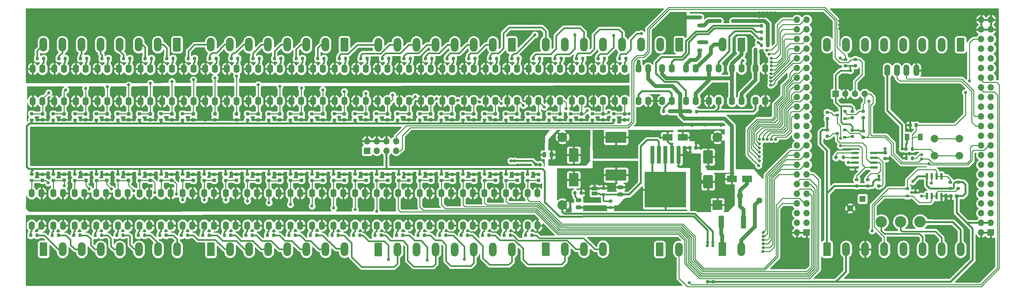
<source format=gbr>
%TF.GenerationSoftware,KiCad,Pcbnew,(5.1.12)-1*%
%TF.CreationDate,2021-12-06T16:24:30+01:00*%
%TF.ProjectId,boneIO_input board,626f6e65-494f-45f6-996e-70757420626f,rev?*%
%TF.SameCoordinates,Original*%
%TF.FileFunction,Copper,L1,Top*%
%TF.FilePolarity,Positive*%
%FSLAX46Y46*%
G04 Gerber Fmt 4.6, Leading zero omitted, Abs format (unit mm)*
G04 Created by KiCad (PCBNEW (5.1.12)-1) date 2021-12-06 16:24:30*
%MOMM*%
%LPD*%
G01*
G04 APERTURE LIST*
%TA.AperFunction,SMDPad,CuDef*%
%ADD10R,0.900000X0.800000*%
%TD*%
%TA.AperFunction,ComponentPad*%
%ADD11C,3.000000*%
%TD*%
%TA.AperFunction,ComponentPad*%
%ADD12O,1.500000X3.000000*%
%TD*%
%TA.AperFunction,ComponentPad*%
%ADD13O,2.000000X3.600000*%
%TD*%
%TA.AperFunction,SMDPad,CuDef*%
%ADD14O,1.600000X2.250000*%
%TD*%
%TA.AperFunction,ComponentPad*%
%ADD15C,2.540000*%
%TD*%
%TA.AperFunction,ComponentPad*%
%ADD16R,2.540000X2.540000*%
%TD*%
%TA.AperFunction,ComponentPad*%
%ADD17O,1.700000X1.700000*%
%TD*%
%TA.AperFunction,ComponentPad*%
%ADD18R,1.700000X1.700000*%
%TD*%
%TA.AperFunction,SMDPad,CuDef*%
%ADD19R,1.500000X1.000000*%
%TD*%
%TA.AperFunction,SMDPad,CuDef*%
%ADD20R,2.500000X1.800000*%
%TD*%
%TA.AperFunction,ComponentPad*%
%ADD21C,1.000000*%
%TD*%
%TA.AperFunction,ComponentPad*%
%ADD22C,1.600000*%
%TD*%
%TA.AperFunction,ComponentPad*%
%ADD23R,1.600000X1.600000*%
%TD*%
%TA.AperFunction,ComponentPad*%
%ADD24C,2.000000*%
%TD*%
%TA.AperFunction,SMDPad,CuDef*%
%ADD25R,1.300000X1.700000*%
%TD*%
%TA.AperFunction,SMDPad,CuDef*%
%ADD26R,5.400000X2.900000*%
%TD*%
%TA.AperFunction,SMDPad,CuDef*%
%ADD27R,1.100000X4.600000*%
%TD*%
%TA.AperFunction,SMDPad,CuDef*%
%ADD28R,10.800000X9.400000*%
%TD*%
%TA.AperFunction,ViaPad*%
%ADD29C,0.800000*%
%TD*%
%TA.AperFunction,ViaPad*%
%ADD30C,1.000000*%
%TD*%
%TA.AperFunction,Conductor*%
%ADD31C,0.250000*%
%TD*%
%TA.AperFunction,Conductor*%
%ADD32C,0.500000*%
%TD*%
%TA.AperFunction,Conductor*%
%ADD33C,0.400000*%
%TD*%
%TA.AperFunction,Conductor*%
%ADD34C,1.000000*%
%TD*%
%TA.AperFunction,Conductor*%
%ADD35C,0.700000*%
%TD*%
%TA.AperFunction,Conductor*%
%ADD36C,0.254000*%
%TD*%
%TA.AperFunction,Conductor*%
%ADD37C,0.100000*%
%TD*%
G04 APERTURE END LIST*
%TO.P,R126,2*%
%TO.N,SCL_5V*%
%TA.AperFunction,SMDPad,CuDef*%
G36*
G01*
X229955000Y-80105000D02*
X230505000Y-80105000D01*
G75*
G02*
X230705000Y-80305000I0J-200000D01*
G01*
X230705000Y-80705000D01*
G75*
G02*
X230505000Y-80905000I-200000J0D01*
G01*
X229955000Y-80905000D01*
G75*
G02*
X229755000Y-80705000I0J200000D01*
G01*
X229755000Y-80305000D01*
G75*
G02*
X229955000Y-80105000I200000J0D01*
G01*
G37*
%TD.AperFunction*%
%TO.P,R126,1*%
%TO.N,+5V*%
%TA.AperFunction,SMDPad,CuDef*%
G36*
G01*
X229955000Y-78455000D02*
X230505000Y-78455000D01*
G75*
G02*
X230705000Y-78655000I0J-200000D01*
G01*
X230705000Y-79055000D01*
G75*
G02*
X230505000Y-79255000I-200000J0D01*
G01*
X229955000Y-79255000D01*
G75*
G02*
X229755000Y-79055000I0J200000D01*
G01*
X229755000Y-78655000D01*
G75*
G02*
X229955000Y-78455000I200000J0D01*
G01*
G37*
%TD.AperFunction*%
%TD*%
%TO.P,R125,2*%
%TO.N,SDA_5V*%
%TA.AperFunction,SMDPad,CuDef*%
G36*
G01*
X230505000Y-74625000D02*
X229955000Y-74625000D01*
G75*
G02*
X229755000Y-74425000I0J200000D01*
G01*
X229755000Y-74025000D01*
G75*
G02*
X229955000Y-73825000I200000J0D01*
G01*
X230505000Y-73825000D01*
G75*
G02*
X230705000Y-74025000I0J-200000D01*
G01*
X230705000Y-74425000D01*
G75*
G02*
X230505000Y-74625000I-200000J0D01*
G01*
G37*
%TD.AperFunction*%
%TO.P,R125,1*%
%TO.N,+5V*%
%TA.AperFunction,SMDPad,CuDef*%
G36*
G01*
X230505000Y-76275000D02*
X229955000Y-76275000D01*
G75*
G02*
X229755000Y-76075000I0J200000D01*
G01*
X229755000Y-75675000D01*
G75*
G02*
X229955000Y-75475000I200000J0D01*
G01*
X230505000Y-75475000D01*
G75*
G02*
X230705000Y-75675000I0J-200000D01*
G01*
X230705000Y-76075000D01*
G75*
G02*
X230505000Y-76275000I-200000J0D01*
G01*
G37*
%TD.AperFunction*%
%TD*%
%TO.P,R124,2*%
%TO.N,Net-(Q2-Pad1)*%
%TA.AperFunction,SMDPad,CuDef*%
G36*
G01*
X236535000Y-80155000D02*
X237085000Y-80155000D01*
G75*
G02*
X237285000Y-80355000I0J-200000D01*
G01*
X237285000Y-80755000D01*
G75*
G02*
X237085000Y-80955000I-200000J0D01*
G01*
X236535000Y-80955000D01*
G75*
G02*
X236335000Y-80755000I0J200000D01*
G01*
X236335000Y-80355000D01*
G75*
G02*
X236535000Y-80155000I200000J0D01*
G01*
G37*
%TD.AperFunction*%
%TO.P,R124,1*%
%TO.N,+3V3*%
%TA.AperFunction,SMDPad,CuDef*%
G36*
G01*
X236535000Y-78505000D02*
X237085000Y-78505000D01*
G75*
G02*
X237285000Y-78705000I0J-200000D01*
G01*
X237285000Y-79105000D01*
G75*
G02*
X237085000Y-79305000I-200000J0D01*
G01*
X236535000Y-79305000D01*
G75*
G02*
X236335000Y-79105000I0J200000D01*
G01*
X236335000Y-78705000D01*
G75*
G02*
X236535000Y-78505000I200000J0D01*
G01*
G37*
%TD.AperFunction*%
%TD*%
%TO.P,R123,2*%
%TO.N,Net-(Q1-Pad1)*%
%TA.AperFunction,SMDPad,CuDef*%
G36*
G01*
X236515000Y-75230000D02*
X237065000Y-75230000D01*
G75*
G02*
X237265000Y-75430000I0J-200000D01*
G01*
X237265000Y-75830000D01*
G75*
G02*
X237065000Y-76030000I-200000J0D01*
G01*
X236515000Y-76030000D01*
G75*
G02*
X236315000Y-75830000I0J200000D01*
G01*
X236315000Y-75430000D01*
G75*
G02*
X236515000Y-75230000I200000J0D01*
G01*
G37*
%TD.AperFunction*%
%TO.P,R123,1*%
%TO.N,+3V3*%
%TA.AperFunction,SMDPad,CuDef*%
G36*
G01*
X236515000Y-73580000D02*
X237065000Y-73580000D01*
G75*
G02*
X237265000Y-73780000I0J-200000D01*
G01*
X237265000Y-74180000D01*
G75*
G02*
X237065000Y-74380000I-200000J0D01*
G01*
X236515000Y-74380000D01*
G75*
G02*
X236315000Y-74180000I0J200000D01*
G01*
X236315000Y-73780000D01*
G75*
G02*
X236515000Y-73580000I200000J0D01*
G01*
G37*
%TD.AperFunction*%
%TD*%
%TO.P,R122,2*%
%TO.N,SCL*%
%TA.AperFunction,SMDPad,CuDef*%
G36*
G01*
X239375000Y-80390000D02*
X239925000Y-80390000D01*
G75*
G02*
X240125000Y-80590000I0J-200000D01*
G01*
X240125000Y-80990000D01*
G75*
G02*
X239925000Y-81190000I-200000J0D01*
G01*
X239375000Y-81190000D01*
G75*
G02*
X239175000Y-80990000I0J200000D01*
G01*
X239175000Y-80590000D01*
G75*
G02*
X239375000Y-80390000I200000J0D01*
G01*
G37*
%TD.AperFunction*%
%TO.P,R122,1*%
%TO.N,+3V3*%
%TA.AperFunction,SMDPad,CuDef*%
G36*
G01*
X239375000Y-78740000D02*
X239925000Y-78740000D01*
G75*
G02*
X240125000Y-78940000I0J-200000D01*
G01*
X240125000Y-79340000D01*
G75*
G02*
X239925000Y-79540000I-200000J0D01*
G01*
X239375000Y-79540000D01*
G75*
G02*
X239175000Y-79340000I0J200000D01*
G01*
X239175000Y-78940000D01*
G75*
G02*
X239375000Y-78740000I200000J0D01*
G01*
G37*
%TD.AperFunction*%
%TD*%
%TO.P,R121,2*%
%TO.N,SDA*%
%TA.AperFunction,SMDPad,CuDef*%
G36*
G01*
X239925000Y-74360000D02*
X239375000Y-74360000D01*
G75*
G02*
X239175000Y-74160000I0J200000D01*
G01*
X239175000Y-73760000D01*
G75*
G02*
X239375000Y-73560000I200000J0D01*
G01*
X239925000Y-73560000D01*
G75*
G02*
X240125000Y-73760000I0J-200000D01*
G01*
X240125000Y-74160000D01*
G75*
G02*
X239925000Y-74360000I-200000J0D01*
G01*
G37*
%TD.AperFunction*%
%TO.P,R121,1*%
%TO.N,+3V3*%
%TA.AperFunction,SMDPad,CuDef*%
G36*
G01*
X239925000Y-76010000D02*
X239375000Y-76010000D01*
G75*
G02*
X239175000Y-75810000I0J200000D01*
G01*
X239175000Y-75410000D01*
G75*
G02*
X239375000Y-75210000I200000J0D01*
G01*
X239925000Y-75210000D01*
G75*
G02*
X240125000Y-75410000I0J-200000D01*
G01*
X240125000Y-75810000D01*
G75*
G02*
X239925000Y-76010000I-200000J0D01*
G01*
G37*
%TD.AperFunction*%
%TD*%
D10*
%TO.P,Q2,3*%
%TO.N,SCL_5V*%
X232830000Y-79790000D03*
%TO.P,Q2,2*%
%TO.N,SCL*%
X234830000Y-78840000D03*
%TO.P,Q2,1*%
%TO.N,Net-(Q2-Pad1)*%
X234830000Y-80740000D03*
%TD*%
%TO.P,Q1,3*%
%TO.N,SDA_5V*%
X232860000Y-74900000D03*
%TO.P,Q1,2*%
%TO.N,SDA*%
X234860000Y-73950000D03*
%TO.P,Q1,1*%
%TO.N,Net-(Q1-Pad1)*%
X234860000Y-75850000D03*
%TD*%
%TO.P,U34,1*%
%TO.N,Net-(U34-Pad1)*%
%TA.AperFunction,SMDPad,CuDef*%
G36*
G01*
X236530000Y-85015000D02*
X236530000Y-84715000D01*
G75*
G02*
X236680000Y-84565000I150000J0D01*
G01*
X238330000Y-84565000D01*
G75*
G02*
X238480000Y-84715000I0J-150000D01*
G01*
X238480000Y-85015000D01*
G75*
G02*
X238330000Y-85165000I-150000J0D01*
G01*
X236680000Y-85165000D01*
G75*
G02*
X236530000Y-85015000I0J150000D01*
G01*
G37*
%TD.AperFunction*%
%TO.P,U34,2*%
%TO.N,Net-(U34-Pad2)*%
%TA.AperFunction,SMDPad,CuDef*%
G36*
G01*
X236530000Y-86285000D02*
X236530000Y-85985000D01*
G75*
G02*
X236680000Y-85835000I150000J0D01*
G01*
X238330000Y-85835000D01*
G75*
G02*
X238480000Y-85985000I0J-150000D01*
G01*
X238480000Y-86285000D01*
G75*
G02*
X238330000Y-86435000I-150000J0D01*
G01*
X236680000Y-86435000D01*
G75*
G02*
X236530000Y-86285000I0J150000D01*
G01*
G37*
%TD.AperFunction*%
%TO.P,U34,3*%
%TO.N,Net-(BT1-Pad1)*%
%TA.AperFunction,SMDPad,CuDef*%
G36*
G01*
X236530000Y-87555000D02*
X236530000Y-87255000D01*
G75*
G02*
X236680000Y-87105000I150000J0D01*
G01*
X238330000Y-87105000D01*
G75*
G02*
X238480000Y-87255000I0J-150000D01*
G01*
X238480000Y-87555000D01*
G75*
G02*
X238330000Y-87705000I-150000J0D01*
G01*
X236680000Y-87705000D01*
G75*
G02*
X236530000Y-87555000I0J150000D01*
G01*
G37*
%TD.AperFunction*%
%TO.P,U34,4*%
%TO.N,GND*%
%TA.AperFunction,SMDPad,CuDef*%
G36*
G01*
X236530000Y-88825000D02*
X236530000Y-88525000D01*
G75*
G02*
X236680000Y-88375000I150000J0D01*
G01*
X238330000Y-88375000D01*
G75*
G02*
X238480000Y-88525000I0J-150000D01*
G01*
X238480000Y-88825000D01*
G75*
G02*
X238330000Y-88975000I-150000J0D01*
G01*
X236680000Y-88975000D01*
G75*
G02*
X236530000Y-88825000I0J150000D01*
G01*
G37*
%TD.AperFunction*%
%TO.P,U34,5*%
%TO.N,SDA_5V*%
%TA.AperFunction,SMDPad,CuDef*%
G36*
G01*
X241480000Y-88825000D02*
X241480000Y-88525000D01*
G75*
G02*
X241630000Y-88375000I150000J0D01*
G01*
X243280000Y-88375000D01*
G75*
G02*
X243430000Y-88525000I0J-150000D01*
G01*
X243430000Y-88825000D01*
G75*
G02*
X243280000Y-88975000I-150000J0D01*
G01*
X241630000Y-88975000D01*
G75*
G02*
X241480000Y-88825000I0J150000D01*
G01*
G37*
%TD.AperFunction*%
%TO.P,U34,6*%
%TO.N,SCL_5V*%
%TA.AperFunction,SMDPad,CuDef*%
G36*
G01*
X241480000Y-87555000D02*
X241480000Y-87255000D01*
G75*
G02*
X241630000Y-87105000I150000J0D01*
G01*
X243280000Y-87105000D01*
G75*
G02*
X243430000Y-87255000I0J-150000D01*
G01*
X243430000Y-87555000D01*
G75*
G02*
X243280000Y-87705000I-150000J0D01*
G01*
X241630000Y-87705000D01*
G75*
G02*
X241480000Y-87555000I0J150000D01*
G01*
G37*
%TD.AperFunction*%
%TO.P,U34,7*%
%TO.N,Net-(R78-Pad2)*%
%TA.AperFunction,SMDPad,CuDef*%
G36*
G01*
X241480000Y-86285000D02*
X241480000Y-85985000D01*
G75*
G02*
X241630000Y-85835000I150000J0D01*
G01*
X243280000Y-85835000D01*
G75*
G02*
X243430000Y-85985000I0J-150000D01*
G01*
X243430000Y-86285000D01*
G75*
G02*
X243280000Y-86435000I-150000J0D01*
G01*
X241630000Y-86435000D01*
G75*
G02*
X241480000Y-86285000I0J150000D01*
G01*
G37*
%TD.AperFunction*%
%TO.P,U34,8*%
%TO.N,+5V*%
%TA.AperFunction,SMDPad,CuDef*%
G36*
G01*
X241480000Y-85015000D02*
X241480000Y-84715000D01*
G75*
G02*
X241630000Y-84565000I150000J0D01*
G01*
X243280000Y-84565000D01*
G75*
G02*
X243430000Y-84715000I0J-150000D01*
G01*
X243430000Y-85015000D01*
G75*
G02*
X243280000Y-85165000I-150000J0D01*
G01*
X241630000Y-85165000D01*
G75*
G02*
X241480000Y-85015000I0J150000D01*
G01*
G37*
%TD.AperFunction*%
%TD*%
D11*
%TO.P,U61,7*%
%TO.N,GNDD*%
X254550000Y-102980000D03*
D12*
%TO.P,U61,3*%
%TO.N,RX*%
X251000000Y-63190000D03*
D11*
%TO.P,U61,5*%
%TO.N,A+*%
X244360000Y-102980000D03*
D12*
%TO.P,U61,2*%
%TO.N,TX*%
X248480000Y-63190000D03*
%TO.P,U61,1*%
%TO.N,+3V3*%
X245970000Y-63190000D03*
%TO.P,U61,4*%
%TO.N,GND*%
X253570000Y-63190000D03*
D11*
%TO.P,U61,6*%
%TO.N,B-*%
X249430000Y-102980000D03*
%TD*%
%TO.P,C38,2*%
%TO.N,GND*%
%TA.AperFunction,SMDPad,CuDef*%
G36*
G01*
X245140000Y-85910000D02*
X245640000Y-85910000D01*
G75*
G02*
X245865000Y-86135000I0J-225000D01*
G01*
X245865000Y-86585000D01*
G75*
G02*
X245640000Y-86810000I-225000J0D01*
G01*
X245140000Y-86810000D01*
G75*
G02*
X244915000Y-86585000I0J225000D01*
G01*
X244915000Y-86135000D01*
G75*
G02*
X245140000Y-85910000I225000J0D01*
G01*
G37*
%TD.AperFunction*%
%TO.P,C38,1*%
%TO.N,+5V*%
%TA.AperFunction,SMDPad,CuDef*%
G36*
G01*
X245140000Y-84360000D02*
X245640000Y-84360000D01*
G75*
G02*
X245865000Y-84585000I0J-225000D01*
G01*
X245865000Y-85035000D01*
G75*
G02*
X245640000Y-85260000I-225000J0D01*
G01*
X245140000Y-85260000D01*
G75*
G02*
X244915000Y-85035000I0J225000D01*
G01*
X244915000Y-84585000D01*
G75*
G02*
X245140000Y-84360000I225000J0D01*
G01*
G37*
%TD.AperFunction*%
%TD*%
D13*
%TO.P,J4,2*%
%TO.N,+48V*%
X202750000Y-56420000D03*
%TO.P,J4,1*%
%TO.N,GND1*%
%TA.AperFunction,ComponentPad*%
G36*
G01*
X208750000Y-54870000D02*
X208750000Y-57970000D01*
G75*
G02*
X208500000Y-58220000I-250000J0D01*
G01*
X207000000Y-58220000D01*
G75*
G02*
X206750000Y-57970000I0J250000D01*
G01*
X206750000Y-54870000D01*
G75*
G02*
X207000000Y-54620000I250000J0D01*
G01*
X208500000Y-54620000D01*
G75*
G02*
X208750000Y-54870000I0J-250000D01*
G01*
G37*
%TD.AperFunction*%
%TD*%
%TO.P,L4,2*%
%TO.N,GNDA*%
%TA.AperFunction,SMDPad,CuDef*%
G36*
G01*
X197191250Y-49707500D02*
X196428750Y-49707500D01*
G75*
G02*
X196210000Y-49488750I0J218750D01*
G01*
X196210000Y-49051250D01*
G75*
G02*
X196428750Y-48832500I218750J0D01*
G01*
X197191250Y-48832500D01*
G75*
G02*
X197410000Y-49051250I0J-218750D01*
G01*
X197410000Y-49488750D01*
G75*
G02*
X197191250Y-49707500I-218750J0D01*
G01*
G37*
%TD.AperFunction*%
%TO.P,L4,1*%
%TO.N,Net-(L4-Pad1)*%
%TA.AperFunction,SMDPad,CuDef*%
G36*
G01*
X197191250Y-51832500D02*
X196428750Y-51832500D01*
G75*
G02*
X196210000Y-51613750I0J218750D01*
G01*
X196210000Y-51176250D01*
G75*
G02*
X196428750Y-50957500I218750J0D01*
G01*
X197191250Y-50957500D01*
G75*
G02*
X197410000Y-51176250I0J-218750D01*
G01*
X197410000Y-51613750D01*
G75*
G02*
X197191250Y-51832500I-218750J0D01*
G01*
G37*
%TD.AperFunction*%
%TD*%
%TO.P,L3,2*%
%TO.N,VDD*%
%TA.AperFunction,SMDPad,CuDef*%
G36*
G01*
X197191250Y-56245000D02*
X196428750Y-56245000D01*
G75*
G02*
X196210000Y-56026250I0J218750D01*
G01*
X196210000Y-55588750D01*
G75*
G02*
X196428750Y-55370000I218750J0D01*
G01*
X197191250Y-55370000D01*
G75*
G02*
X197410000Y-55588750I0J-218750D01*
G01*
X197410000Y-56026250D01*
G75*
G02*
X197191250Y-56245000I-218750J0D01*
G01*
G37*
%TD.AperFunction*%
%TO.P,L3,1*%
%TO.N,Net-(L3-Pad1)*%
%TA.AperFunction,SMDPad,CuDef*%
G36*
G01*
X197191250Y-58370000D02*
X196428750Y-58370000D01*
G75*
G02*
X196210000Y-58151250I0J218750D01*
G01*
X196210000Y-57713750D01*
G75*
G02*
X196428750Y-57495000I218750J0D01*
G01*
X197191250Y-57495000D01*
G75*
G02*
X197410000Y-57713750I0J-218750D01*
G01*
X197410000Y-58151250D01*
G75*
G02*
X197191250Y-58370000I-218750J0D01*
G01*
G37*
%TD.AperFunction*%
%TD*%
D14*
%TO.P,U59,4*%
%TO.N,Net-(L4-Pad1)*%
X207790000Y-71190000D03*
%TO.P,U59,3*%
%TO.N,GND1*%
X205250000Y-71190000D03*
%TO.P,U59,2*%
X205250000Y-62690000D03*
%TO.P,U59,1*%
%TO.N,Net-(R112-Pad2)*%
X207790000Y-62690000D03*
%TD*%
%TO.P,U60,4*%
%TO.N,Net-(L4-Pad1)*%
X211450000Y-62690000D03*
%TO.P,U60,3*%
%TO.N,GND*%
X213990000Y-62690000D03*
%TO.P,U60,2*%
X213990000Y-71190000D03*
%TO.P,U60,1*%
%TO.N,Net-(R111-Pad2)*%
X211450000Y-71190000D03*
%TD*%
%TO.P,U57,4*%
%TO.N,Net-(L3-Pad1)*%
X193230000Y-62680000D03*
%TO.P,U57,3*%
%TO.N,+48V*%
X195770000Y-62680000D03*
%TO.P,U57,2*%
%TO.N,GND1*%
X195770000Y-71180000D03*
%TO.P,U57,1*%
%TO.N,Net-(R110-Pad2)*%
X193230000Y-71180000D03*
%TD*%
%TO.P,U51,4*%
%TO.N,Net-(L3-Pad1)*%
X180750000Y-62690000D03*
%TO.P,U51,3*%
%TO.N,+24V*%
X183290000Y-62690000D03*
%TO.P,U51,2*%
%TO.N,GND*%
X183290000Y-71190000D03*
%TO.P,U51,1*%
%TO.N,Net-(R109-Pad2)*%
X180750000Y-71190000D03*
%TD*%
%TO.P,U56,4*%
%TO.N,P9.42*%
X81110000Y-71250000D03*
%TO.P,U56,3*%
%TO.N,GND*%
X78570000Y-71250000D03*
%TO.P,U56,2*%
%TO.N,GNDA*%
X78570000Y-62750000D03*
%TO.P,U56,1*%
%TO.N,Net-(R108-Pad1)*%
X81110000Y-62750000D03*
%TD*%
%TO.P,U55,4*%
%TO.N,P9.31*%
X86760000Y-71250000D03*
%TO.P,U55,3*%
%TO.N,GND*%
X84220000Y-71250000D03*
%TO.P,U55,2*%
%TO.N,GNDA*%
X84220000Y-62750000D03*
%TO.P,U55,1*%
%TO.N,Net-(R107-Pad1)*%
X86760000Y-62750000D03*
%TD*%
%TO.P,U54,4*%
%TO.N,P9.30*%
X92400000Y-71250000D03*
%TO.P,U54,3*%
%TO.N,GND*%
X89860000Y-71250000D03*
%TO.P,U54,2*%
%TO.N,GNDA*%
X89860000Y-62750000D03*
%TO.P,U54,1*%
%TO.N,Net-(R106-Pad1)*%
X92400000Y-62750000D03*
%TD*%
%TO.P,U53,4*%
%TO.N,P9.29*%
X98050000Y-71250000D03*
%TO.P,U53,3*%
%TO.N,GND*%
X95510000Y-71250000D03*
%TO.P,U53,2*%
%TO.N,GNDA*%
X95510000Y-62750000D03*
%TO.P,U53,1*%
%TO.N,Net-(R105-Pad1)*%
X98050000Y-62750000D03*
%TD*%
%TO.P,U58,4*%
%TO.N,Net-(R111-Pad2)*%
X201760000Y-71190000D03*
%TO.P,U58,3*%
%TO.N,GND*%
X199220000Y-71190000D03*
%TO.P,U58,2*%
%TO.N,GND1*%
X199220000Y-62690000D03*
%TO.P,U58,1*%
%TO.N,Net-(R104-Pad2)*%
X201760000Y-62690000D03*
%TD*%
%TO.P,U52,4*%
%TO.N,Net-(R109-Pad2)*%
X189530000Y-71170000D03*
%TO.P,U52,3*%
%TO.N,GND*%
X186990000Y-71170000D03*
%TO.P,U52,2*%
%TO.N,GND1*%
X186990000Y-62670000D03*
%TO.P,U52,1*%
%TO.N,Net-(R103-Pad2)*%
X189530000Y-62670000D03*
%TD*%
%TO.P,U50,4*%
%TO.N,P9.28*%
X103690000Y-71245000D03*
%TO.P,U50,3*%
%TO.N,GND*%
X101150000Y-71245000D03*
%TO.P,U50,2*%
%TO.N,GNDA*%
X101150000Y-62745000D03*
%TO.P,U50,1*%
%TO.N,Net-(R94-Pad1)*%
X103690000Y-62745000D03*
%TD*%
%TO.P,U49,4*%
%TO.N,P9.27*%
X109340000Y-71245000D03*
%TO.P,U49,3*%
%TO.N,GND*%
X106800000Y-71245000D03*
%TO.P,U49,2*%
%TO.N,GNDA*%
X106800000Y-62745000D03*
%TO.P,U49,1*%
%TO.N,Net-(R93-Pad1)*%
X109340000Y-62745000D03*
%TD*%
%TO.P,U48,4*%
%TO.N,P9.25*%
X114990000Y-71245000D03*
%TO.P,U48,3*%
%TO.N,GND*%
X112450000Y-71245000D03*
%TO.P,U48,2*%
%TO.N,GNDA*%
X112450000Y-62745000D03*
%TO.P,U48,1*%
%TO.N,Net-(R92-Pad1)*%
X114990000Y-62745000D03*
%TD*%
%TO.P,U47,4*%
%TO.N,P9.23*%
X120640000Y-71245000D03*
%TO.P,U47,3*%
%TO.N,GND*%
X118100000Y-71245000D03*
%TO.P,U47,2*%
%TO.N,GNDA*%
X118100000Y-62745000D03*
%TO.P,U47,1*%
%TO.N,Net-(R91-Pad1)*%
X120640000Y-62745000D03*
%TD*%
%TO.P,U46,4*%
%TO.N,P9.22*%
X126295000Y-71240000D03*
%TO.P,U46,3*%
%TO.N,GND*%
X123755000Y-71240000D03*
%TO.P,U46,2*%
%TO.N,GNDA*%
X123755000Y-62740000D03*
%TO.P,U46,1*%
%TO.N,Net-(R90-Pad1)*%
X126295000Y-62740000D03*
%TD*%
%TO.P,U45,4*%
%TO.N,P9.21*%
X131945000Y-71240000D03*
%TO.P,U45,3*%
%TO.N,GND*%
X129405000Y-71240000D03*
%TO.P,U45,2*%
%TO.N,GNDA*%
X129405000Y-62740000D03*
%TO.P,U45,1*%
%TO.N,Net-(R89-Pad1)*%
X131945000Y-62740000D03*
%TD*%
%TO.P,U44,4*%
%TO.N,P9.18*%
X137600000Y-71240000D03*
%TO.P,U44,3*%
%TO.N,GND*%
X135060000Y-71240000D03*
%TO.P,U44,2*%
%TO.N,GNDA*%
X135060000Y-62740000D03*
%TO.P,U44,1*%
%TO.N,Net-(R88-Pad1)*%
X137600000Y-62740000D03*
%TD*%
%TO.P,U43,4*%
%TO.N,P9.17*%
X143250000Y-71235000D03*
%TO.P,U43,3*%
%TO.N,GND*%
X140710000Y-71235000D03*
%TO.P,U43,2*%
%TO.N,GNDA*%
X140710000Y-62735000D03*
%TO.P,U43,1*%
%TO.N,Net-(R87-Pad1)*%
X143250000Y-62735000D03*
%TD*%
%TO.P,U42,4*%
%TO.N,P9.16*%
X148900000Y-71235000D03*
%TO.P,U42,3*%
%TO.N,GND*%
X146360000Y-71235000D03*
%TO.P,U42,2*%
%TO.N,GNDA*%
X146360000Y-62735000D03*
%TO.P,U42,1*%
%TO.N,Net-(R77-Pad1)*%
X148900000Y-62735000D03*
%TD*%
%TO.P,U41,4*%
%TO.N,P9.15*%
X154550000Y-71235000D03*
%TO.P,U41,3*%
%TO.N,GND*%
X152010000Y-71235000D03*
%TO.P,U41,2*%
%TO.N,GNDA*%
X152010000Y-62735000D03*
%TO.P,U41,1*%
%TO.N,Net-(R76-Pad1)*%
X154550000Y-62735000D03*
%TD*%
%TO.P,U40,4*%
%TO.N,P9.14*%
X160200000Y-71235000D03*
%TO.P,U40,3*%
%TO.N,GND*%
X157660000Y-71235000D03*
%TO.P,U40,2*%
%TO.N,GNDA*%
X157660000Y-62735000D03*
%TO.P,U40,1*%
%TO.N,Net-(R75-Pad1)*%
X160200000Y-62735000D03*
%TD*%
%TO.P,U39,4*%
%TO.N,P9.13*%
X165850000Y-71235000D03*
%TO.P,U39,3*%
%TO.N,GND*%
X163310000Y-71235000D03*
%TO.P,U39,2*%
%TO.N,GNDA*%
X163310000Y-62735000D03*
%TO.P,U39,1*%
%TO.N,Net-(R74-Pad1)*%
X165850000Y-62735000D03*
%TD*%
%TO.P,U38,4*%
%TO.N,P9.12*%
X171500000Y-71235000D03*
%TO.P,U38,3*%
%TO.N,GND*%
X168960000Y-71235000D03*
%TO.P,U38,2*%
%TO.N,GNDA*%
X168960000Y-62735000D03*
%TO.P,U38,1*%
%TO.N,Net-(R73-Pad1)*%
X171500000Y-62735000D03*
%TD*%
%TO.P,U37,4*%
%TO.N,P9.11*%
X177150000Y-71230000D03*
%TO.P,U37,3*%
%TO.N,GND*%
X174610000Y-71230000D03*
%TO.P,U37,2*%
%TO.N,GNDA*%
X174610000Y-62730000D03*
%TO.P,U37,1*%
%TO.N,Net-(R72-Pad1)*%
X177150000Y-62730000D03*
%TD*%
%TO.P,U36,4*%
%TO.N,P8.07*%
X151720000Y-95430000D03*
%TO.P,U36,3*%
%TO.N,GND*%
X154260000Y-95430000D03*
%TO.P,U36,2*%
%TO.N,GNDA*%
X154260000Y-103930000D03*
%TO.P,U36,1*%
%TO.N,Net-(R71-Pad1)*%
X151720000Y-103930000D03*
%TD*%
%TO.P,U35,4*%
%TO.N,P8.08*%
X146070000Y-95430000D03*
%TO.P,U35,3*%
%TO.N,GND*%
X148610000Y-95430000D03*
%TO.P,U35,2*%
%TO.N,GNDA*%
X148610000Y-103930000D03*
%TO.P,U35,1*%
%TO.N,Net-(R70-Pad1)*%
X146070000Y-103930000D03*
%TD*%
%TO.P,U33,4*%
%TO.N,P8.09*%
X140420000Y-95440000D03*
%TO.P,U33,3*%
%TO.N,GND*%
X142960000Y-95440000D03*
%TO.P,U33,2*%
%TO.N,GNDA*%
X142960000Y-103940000D03*
%TO.P,U33,1*%
%TO.N,Net-(R59-Pad1)*%
X140420000Y-103940000D03*
%TD*%
%TO.P,U32,4*%
%TO.N,P8.10*%
X134770000Y-95440000D03*
%TO.P,U32,3*%
%TO.N,GND*%
X137310000Y-95440000D03*
%TO.P,U32,2*%
%TO.N,GNDA*%
X137310000Y-103940000D03*
%TO.P,U32,1*%
%TO.N,Net-(R58-Pad1)*%
X134770000Y-103940000D03*
%TD*%
%TO.P,U31,4*%
%TO.N,P8.11*%
X129120000Y-95440000D03*
%TO.P,U31,3*%
%TO.N,GND*%
X131660000Y-95440000D03*
%TO.P,U31,2*%
%TO.N,GNDA*%
X131660000Y-103940000D03*
%TO.P,U31,1*%
%TO.N,Net-(R57-Pad1)*%
X129120000Y-103940000D03*
%TD*%
%TO.P,U30,4*%
%TO.N,P8.12*%
X123470000Y-95450000D03*
%TO.P,U30,3*%
%TO.N,GND*%
X126010000Y-95450000D03*
%TO.P,U30,2*%
%TO.N,GNDA*%
X126010000Y-103950000D03*
%TO.P,U30,1*%
%TO.N,Net-(R56-Pad1)*%
X123470000Y-103950000D03*
%TD*%
%TO.P,U29,4*%
%TO.N,P8.13*%
X117820000Y-95445000D03*
%TO.P,U29,3*%
%TO.N,GND*%
X120360000Y-95445000D03*
%TO.P,U29,2*%
%TO.N,GNDA*%
X120360000Y-103945000D03*
%TO.P,U29,1*%
%TO.N,Net-(R55-Pad1)*%
X117820000Y-103945000D03*
%TD*%
%TO.P,U28,4*%
%TO.N,P8.14*%
X112170000Y-95445000D03*
%TO.P,U28,3*%
%TO.N,GND*%
X114710000Y-95445000D03*
%TO.P,U28,2*%
%TO.N,GNDA*%
X114710000Y-103945000D03*
%TO.P,U28,1*%
%TO.N,Net-(R54-Pad1)*%
X112170000Y-103945000D03*
%TD*%
%TO.P,U27,4*%
%TO.N,P8.15*%
X106520000Y-95445000D03*
%TO.P,U27,3*%
%TO.N,GND*%
X109060000Y-95445000D03*
%TO.P,U27,2*%
%TO.N,GNDA*%
X109060000Y-103945000D03*
%TO.P,U27,1*%
%TO.N,Net-(R53-Pad1)*%
X106520000Y-103945000D03*
%TD*%
%TO.P,U26,4*%
%TO.N,P8.16*%
X100870000Y-95445000D03*
%TO.P,U26,3*%
%TO.N,GND*%
X103410000Y-95445000D03*
%TO.P,U26,2*%
%TO.N,GNDA*%
X103410000Y-103945000D03*
%TO.P,U26,1*%
%TO.N,Net-(R52-Pad1)*%
X100870000Y-103945000D03*
%TD*%
%TO.P,U25,4*%
%TO.N,P8.26*%
X78270000Y-95445000D03*
%TO.P,U25,3*%
%TO.N,GND*%
X80810000Y-95445000D03*
%TO.P,U25,2*%
%TO.N,GNDA*%
X80810000Y-103945000D03*
%TO.P,U25,1*%
%TO.N,Net-(R41-Pad1)*%
X78270000Y-103945000D03*
%TD*%
%TO.P,U24,4*%
%TO.N,P8.27*%
X72620000Y-95445000D03*
%TO.P,U24,3*%
%TO.N,GND*%
X75160000Y-95445000D03*
%TO.P,U24,2*%
%TO.N,GNDA*%
X75160000Y-103945000D03*
%TO.P,U24,1*%
%TO.N,Net-(R40-Pad1)*%
X72620000Y-103945000D03*
%TD*%
%TO.P,U23,4*%
%TO.N,P8.28*%
X66970000Y-95445000D03*
%TO.P,U23,3*%
%TO.N,GND*%
X69510000Y-95445000D03*
%TO.P,U23,2*%
%TO.N,GNDA*%
X69510000Y-103945000D03*
%TO.P,U23,1*%
%TO.N,Net-(R39-Pad1)*%
X66970000Y-103945000D03*
%TD*%
%TO.P,U22,4*%
%TO.N,P8.29*%
X61320000Y-95445000D03*
%TO.P,U22,3*%
%TO.N,GND*%
X63860000Y-95445000D03*
%TO.P,U22,2*%
%TO.N,GNDA*%
X63860000Y-103945000D03*
%TO.P,U22,1*%
%TO.N,Net-(R38-Pad1)*%
X61320000Y-103945000D03*
%TD*%
%TO.P,U21,4*%
%TO.N,P8.30*%
X55670000Y-95445000D03*
%TO.P,U21,3*%
%TO.N,GND*%
X58210000Y-95445000D03*
%TO.P,U21,2*%
%TO.N,GNDA*%
X58210000Y-103945000D03*
%TO.P,U21,1*%
%TO.N,Net-(R37-Pad1)*%
X55670000Y-103945000D03*
%TD*%
%TO.P,U20,4*%
%TO.N,P8.17*%
X95220000Y-95445000D03*
%TO.P,U20,3*%
%TO.N,GND*%
X97760000Y-95445000D03*
%TO.P,U20,2*%
%TO.N,GNDA*%
X97760000Y-103945000D03*
%TO.P,U20,1*%
%TO.N,Net-(R36-Pad1)*%
X95220000Y-103945000D03*
%TD*%
%TO.P,U19,4*%
%TO.N,P8.18*%
X89570000Y-95445000D03*
%TO.P,U19,3*%
%TO.N,GND*%
X92110000Y-95445000D03*
%TO.P,U19,2*%
%TO.N,GNDA*%
X92110000Y-103945000D03*
%TO.P,U19,1*%
%TO.N,Net-(R35-Pad1)*%
X89570000Y-103945000D03*
%TD*%
%TO.P,U18,4*%
%TO.N,P8.19*%
X83920000Y-95445000D03*
%TO.P,U18,3*%
%TO.N,GND*%
X86460000Y-95445000D03*
%TO.P,U18,2*%
%TO.N,GNDA*%
X86460000Y-103945000D03*
%TO.P,U18,1*%
%TO.N,Net-(R34-Pad1)*%
X83920000Y-103945000D03*
%TD*%
%TO.P,U17,4*%
%TO.N,P8.31*%
X50020000Y-95470000D03*
%TO.P,U17,3*%
%TO.N,GND*%
X52560000Y-95470000D03*
%TO.P,U17,2*%
%TO.N,GNDA*%
X52560000Y-103970000D03*
%TO.P,U17,1*%
%TO.N,Net-(R22-Pad1)*%
X50020000Y-103970000D03*
%TD*%
%TO.P,U16,4*%
%TO.N,P8.32*%
X44370000Y-95465000D03*
%TO.P,U16,3*%
%TO.N,GND*%
X46910000Y-95465000D03*
%TO.P,U16,2*%
%TO.N,GNDA*%
X46910000Y-103965000D03*
%TO.P,U16,1*%
%TO.N,Net-(R21-Pad1)*%
X44370000Y-103965000D03*
%TD*%
%TO.P,U15,4*%
%TO.N,P8.33*%
X38720000Y-95465000D03*
%TO.P,U15,3*%
%TO.N,GND*%
X41260000Y-95465000D03*
%TO.P,U15,2*%
%TO.N,GNDA*%
X41260000Y-103965000D03*
%TO.P,U15,1*%
%TO.N,Net-(R20-Pad1)*%
X38720000Y-103965000D03*
%TD*%
%TO.P,U14,4*%
%TO.N,P8.34*%
X33070000Y-95465000D03*
%TO.P,U14,3*%
%TO.N,GND*%
X35610000Y-95465000D03*
%TO.P,U14,2*%
%TO.N,GNDA*%
X35610000Y-103965000D03*
%TO.P,U14,1*%
%TO.N,Net-(R19-Pad1)*%
X33070000Y-103965000D03*
%TD*%
%TO.P,U13,4*%
%TO.N,P8.35*%
X27420000Y-95465000D03*
%TO.P,U13,3*%
%TO.N,GND*%
X29960000Y-95465000D03*
%TO.P,U13,2*%
%TO.N,GNDA*%
X29960000Y-103965000D03*
%TO.P,U13,1*%
%TO.N,Net-(R18-Pad1)*%
X27420000Y-103965000D03*
%TD*%
%TO.P,U12,4*%
%TO.N,P8.36*%
X21770000Y-95465000D03*
%TO.P,U12,3*%
%TO.N,GND*%
X24310000Y-95465000D03*
%TO.P,U12,2*%
%TO.N,GNDA*%
X24310000Y-103965000D03*
%TO.P,U12,1*%
%TO.N,Net-(R17-Pad1)*%
X21770000Y-103965000D03*
%TD*%
%TO.P,U11,4*%
%TO.N,P8.37*%
X24600000Y-71265000D03*
%TO.P,U11,3*%
%TO.N,GND*%
X22060000Y-71265000D03*
%TO.P,U11,2*%
%TO.N,GNDA*%
X22060000Y-62765000D03*
%TO.P,U11,1*%
%TO.N,Net-(R16-Pad1)*%
X24600000Y-62765000D03*
%TD*%
%TO.P,U10,4*%
%TO.N,P8.38*%
X30250000Y-71265000D03*
%TO.P,U10,3*%
%TO.N,GND*%
X27710000Y-71265000D03*
%TO.P,U10,2*%
%TO.N,GNDA*%
X27710000Y-62765000D03*
%TO.P,U10,1*%
%TO.N,Net-(R15-Pad1)*%
X30250000Y-62765000D03*
%TD*%
%TO.P,U8,4*%
%TO.N,P8.39*%
X35900000Y-71265000D03*
%TO.P,U8,3*%
%TO.N,GND*%
X33360000Y-71265000D03*
%TO.P,U8,2*%
%TO.N,GNDA*%
X33360000Y-62765000D03*
%TO.P,U8,1*%
%TO.N,Net-(R8-Pad1)*%
X35900000Y-62765000D03*
%TD*%
%TO.P,U7,4*%
%TO.N,P8.40*%
X41550000Y-71265000D03*
%TO.P,U7,3*%
%TO.N,GND*%
X39010000Y-71265000D03*
%TO.P,U7,2*%
%TO.N,GNDA*%
X39010000Y-62765000D03*
%TO.P,U7,1*%
%TO.N,Net-(R7-Pad1)*%
X41550000Y-62765000D03*
%TD*%
%TO.P,U6,4*%
%TO.N,P8.41*%
X47200000Y-71265000D03*
%TO.P,U6,3*%
%TO.N,GND*%
X44660000Y-71265000D03*
%TO.P,U6,2*%
%TO.N,GNDA*%
X44660000Y-62765000D03*
%TO.P,U6,1*%
%TO.N,Net-(R6-Pad1)*%
X47200000Y-62765000D03*
%TD*%
%TO.P,U5,4*%
%TO.N,P8.42*%
X52850000Y-71265000D03*
%TO.P,U5,3*%
%TO.N,GND*%
X50310000Y-71265000D03*
%TO.P,U5,2*%
%TO.N,GNDA*%
X50310000Y-62765000D03*
%TO.P,U5,1*%
%TO.N,Net-(R5-Pad1)*%
X52850000Y-62765000D03*
%TD*%
%TO.P,U4,4*%
%TO.N,P8.43*%
X58500000Y-71265000D03*
%TO.P,U4,3*%
%TO.N,GND*%
X55960000Y-71265000D03*
%TO.P,U4,2*%
%TO.N,GNDA*%
X55960000Y-62765000D03*
%TO.P,U4,1*%
%TO.N,Net-(R4-Pad1)*%
X58500000Y-62765000D03*
%TD*%
%TO.P,U3,4*%
%TO.N,P8.44*%
X64150000Y-71265000D03*
%TO.P,U3,3*%
%TO.N,GND*%
X61610000Y-71265000D03*
%TO.P,U3,2*%
%TO.N,GNDA*%
X61610000Y-62765000D03*
%TO.P,U3,1*%
%TO.N,Net-(R3-Pad1)*%
X64150000Y-62765000D03*
%TD*%
%TO.P,U2,4*%
%TO.N,P8.45*%
X69800000Y-71265000D03*
%TO.P,U2,3*%
%TO.N,GND*%
X67260000Y-71265000D03*
%TO.P,U2,2*%
%TO.N,GNDA*%
X67260000Y-62765000D03*
%TO.P,U2,1*%
%TO.N,Net-(R2-Pad1)*%
X69800000Y-62765000D03*
%TD*%
%TO.P,U1,4*%
%TO.N,P8.46*%
X75450000Y-71265000D03*
%TO.P,U1,3*%
%TO.N,GND*%
X72910000Y-71265000D03*
%TO.P,U1,2*%
%TO.N,GNDA*%
X72910000Y-62765000D03*
%TO.P,U1,1*%
%TO.N,Net-(R1-Pad1)*%
X75450000Y-62765000D03*
%TD*%
%TO.P,R112,2*%
%TO.N,Net-(R112-Pad2)*%
%TA.AperFunction,SMDPad,CuDef*%
G36*
G01*
X213380000Y-56335000D02*
X213380000Y-56885000D01*
G75*
G02*
X213180000Y-57085000I-200000J0D01*
G01*
X212780000Y-57085000D01*
G75*
G02*
X212580000Y-56885000I0J200000D01*
G01*
X212580000Y-56335000D01*
G75*
G02*
X212780000Y-56135000I200000J0D01*
G01*
X213180000Y-56135000D01*
G75*
G02*
X213380000Y-56335000I0J-200000D01*
G01*
G37*
%TD.AperFunction*%
%TO.P,R112,1*%
%TO.N,+48V*%
%TA.AperFunction,SMDPad,CuDef*%
G36*
G01*
X215030000Y-56335000D02*
X215030000Y-56885000D01*
G75*
G02*
X214830000Y-57085000I-200000J0D01*
G01*
X214430000Y-57085000D01*
G75*
G02*
X214230000Y-56885000I0J200000D01*
G01*
X214230000Y-56335000D01*
G75*
G02*
X214430000Y-56135000I200000J0D01*
G01*
X214830000Y-56135000D01*
G75*
G02*
X215030000Y-56335000I0J-200000D01*
G01*
G37*
%TD.AperFunction*%
%TD*%
%TO.P,R111,2*%
%TO.N,Net-(R111-Pad2)*%
%TA.AperFunction,SMDPad,CuDef*%
G36*
G01*
X195565000Y-74295000D02*
X195565000Y-73745000D01*
G75*
G02*
X195765000Y-73545000I200000J0D01*
G01*
X196165000Y-73545000D01*
G75*
G02*
X196365000Y-73745000I0J-200000D01*
G01*
X196365000Y-74295000D01*
G75*
G02*
X196165000Y-74495000I-200000J0D01*
G01*
X195765000Y-74495000D01*
G75*
G02*
X195565000Y-74295000I0J200000D01*
G01*
G37*
%TD.AperFunction*%
%TO.P,R111,1*%
%TO.N,+24V*%
%TA.AperFunction,SMDPad,CuDef*%
G36*
G01*
X193915000Y-74295000D02*
X193915000Y-73745000D01*
G75*
G02*
X194115000Y-73545000I200000J0D01*
G01*
X194515000Y-73545000D01*
G75*
G02*
X194715000Y-73745000I0J-200000D01*
G01*
X194715000Y-74295000D01*
G75*
G02*
X194515000Y-74495000I-200000J0D01*
G01*
X194115000Y-74495000D01*
G75*
G02*
X193915000Y-74295000I0J200000D01*
G01*
G37*
%TD.AperFunction*%
%TD*%
%TO.P,R110,2*%
%TO.N,Net-(R110-Pad2)*%
%TA.AperFunction,SMDPad,CuDef*%
G36*
G01*
X213370000Y-51215000D02*
X213370000Y-51765000D01*
G75*
G02*
X213170000Y-51965000I-200000J0D01*
G01*
X212770000Y-51965000D01*
G75*
G02*
X212570000Y-51765000I0J200000D01*
G01*
X212570000Y-51215000D01*
G75*
G02*
X212770000Y-51015000I200000J0D01*
G01*
X213170000Y-51015000D01*
G75*
G02*
X213370000Y-51215000I0J-200000D01*
G01*
G37*
%TD.AperFunction*%
%TO.P,R110,1*%
%TO.N,+48V*%
%TA.AperFunction,SMDPad,CuDef*%
G36*
G01*
X215020000Y-51215000D02*
X215020000Y-51765000D01*
G75*
G02*
X214820000Y-51965000I-200000J0D01*
G01*
X214420000Y-51965000D01*
G75*
G02*
X214220000Y-51765000I0J200000D01*
G01*
X214220000Y-51215000D01*
G75*
G02*
X214420000Y-51015000I200000J0D01*
G01*
X214820000Y-51015000D01*
G75*
G02*
X215020000Y-51215000I0J-200000D01*
G01*
G37*
%TD.AperFunction*%
%TD*%
%TO.P,R109,2*%
%TO.N,Net-(R109-Pad2)*%
%TA.AperFunction,SMDPad,CuDef*%
G36*
G01*
X187735000Y-73685000D02*
X187735000Y-74235000D01*
G75*
G02*
X187535000Y-74435000I-200000J0D01*
G01*
X187135000Y-74435000D01*
G75*
G02*
X186935000Y-74235000I0J200000D01*
G01*
X186935000Y-73685000D01*
G75*
G02*
X187135000Y-73485000I200000J0D01*
G01*
X187535000Y-73485000D01*
G75*
G02*
X187735000Y-73685000I0J-200000D01*
G01*
G37*
%TD.AperFunction*%
%TO.P,R109,1*%
%TO.N,+24V*%
%TA.AperFunction,SMDPad,CuDef*%
G36*
G01*
X189385000Y-73685000D02*
X189385000Y-74235000D01*
G75*
G02*
X189185000Y-74435000I-200000J0D01*
G01*
X188785000Y-74435000D01*
G75*
G02*
X188585000Y-74235000I0J200000D01*
G01*
X188585000Y-73685000D01*
G75*
G02*
X188785000Y-73485000I200000J0D01*
G01*
X189185000Y-73485000D01*
G75*
G02*
X189385000Y-73685000I0J-200000D01*
G01*
G37*
%TD.AperFunction*%
%TD*%
%TO.P,R104,2*%
%TO.N,Net-(R104-Pad2)*%
%TA.AperFunction,SMDPad,CuDef*%
G36*
G01*
X213385000Y-54585000D02*
X213385000Y-55135000D01*
G75*
G02*
X213185000Y-55335000I-200000J0D01*
G01*
X212785000Y-55335000D01*
G75*
G02*
X212585000Y-55135000I0J200000D01*
G01*
X212585000Y-54585000D01*
G75*
G02*
X212785000Y-54385000I200000J0D01*
G01*
X213185000Y-54385000D01*
G75*
G02*
X213385000Y-54585000I0J-200000D01*
G01*
G37*
%TD.AperFunction*%
%TO.P,R104,1*%
%TO.N,+48V*%
%TA.AperFunction,SMDPad,CuDef*%
G36*
G01*
X215035000Y-54585000D02*
X215035000Y-55135000D01*
G75*
G02*
X214835000Y-55335000I-200000J0D01*
G01*
X214435000Y-55335000D01*
G75*
G02*
X214235000Y-55135000I0J200000D01*
G01*
X214235000Y-54585000D01*
G75*
G02*
X214435000Y-54385000I200000J0D01*
G01*
X214835000Y-54385000D01*
G75*
G02*
X215035000Y-54585000I0J-200000D01*
G01*
G37*
%TD.AperFunction*%
%TD*%
%TO.P,R103,2*%
%TO.N,Net-(R103-Pad2)*%
%TA.AperFunction,SMDPad,CuDef*%
G36*
G01*
X213385000Y-52855000D02*
X213385000Y-53405000D01*
G75*
G02*
X213185000Y-53605000I-200000J0D01*
G01*
X212785000Y-53605000D01*
G75*
G02*
X212585000Y-53405000I0J200000D01*
G01*
X212585000Y-52855000D01*
G75*
G02*
X212785000Y-52655000I200000J0D01*
G01*
X213185000Y-52655000D01*
G75*
G02*
X213385000Y-52855000I0J-200000D01*
G01*
G37*
%TD.AperFunction*%
%TO.P,R103,1*%
%TO.N,+48V*%
%TA.AperFunction,SMDPad,CuDef*%
G36*
G01*
X215035000Y-52855000D02*
X215035000Y-53405000D01*
G75*
G02*
X214835000Y-53605000I-200000J0D01*
G01*
X214435000Y-53605000D01*
G75*
G02*
X214235000Y-53405000I0J200000D01*
G01*
X214235000Y-52855000D01*
G75*
G02*
X214435000Y-52655000I200000J0D01*
G01*
X214835000Y-52655000D01*
G75*
G02*
X215035000Y-52855000I0J-200000D01*
G01*
G37*
%TD.AperFunction*%
%TD*%
D15*
%TO.P,REF\u002A\u002A,3*%
%TO.N,Earth*%
X160820000Y-80750000D03*
%TO.P,REF\u002A\u002A,4*%
%TO.N,+5V*%
X160820000Y-98530000D03*
%TO.P,REF\u002A\u002A,2*%
%TO.N,Earth*%
X201460000Y-80750000D03*
D16*
%TO.P,REF\u002A\u002A,1*%
%TO.N,+24V*%
X201460000Y-98530000D03*
%TD*%
D13*
%TO.P,J8,7*%
%TO.N,P8.11_OUT*%
X142575000Y-110225000D03*
%TO.P,J8,1*%
%TO.N,VDD*%
%TA.AperFunction,ComponentPad*%
G36*
G01*
X111575000Y-111775000D02*
X111575000Y-108675000D01*
G75*
G02*
X111825000Y-108425000I250000J0D01*
G01*
X113325000Y-108425000D01*
G75*
G02*
X113575000Y-108675000I0J-250000D01*
G01*
X113575000Y-111775000D01*
G75*
G02*
X113325000Y-112025000I-250000J0D01*
G01*
X111825000Y-112025000D01*
G75*
G02*
X111575000Y-111775000I0J250000D01*
G01*
G37*
%TD.AperFunction*%
%TO.P,J8,3*%
%TO.N,P8.15_OUT*%
X122575000Y-110225000D03*
%TO.P,J8,6*%
%TO.N,P8.12_OUT*%
X137575000Y-110225000D03*
%TO.P,J8,2*%
%TO.N,P8.16_OUT*%
X117575000Y-110225000D03*
%TO.P,J8,4*%
%TO.N,P8.14_OUT*%
X127575000Y-110225000D03*
%TO.P,J8,8*%
%TO.N,P8.10_OUT*%
X147575000Y-110225000D03*
%TO.P,J8,5*%
%TO.N,P8.13_OUT*%
X132575000Y-110225000D03*
%TD*%
%TO.P,R75,2*%
%TO.N,P9.14_OUT*%
%TA.AperFunction,SMDPad,CuDef*%
G36*
G01*
X159270544Y-59810000D02*
X159270544Y-60360000D01*
G75*
G02*
X159070544Y-60560000I-200000J0D01*
G01*
X158670544Y-60560000D01*
G75*
G02*
X158470544Y-60360000I0J200000D01*
G01*
X158470544Y-59810000D01*
G75*
G02*
X158670544Y-59610000I200000J0D01*
G01*
X159070544Y-59610000D01*
G75*
G02*
X159270544Y-59810000I0J-200000D01*
G01*
G37*
%TD.AperFunction*%
%TO.P,R75,1*%
%TO.N,Net-(R75-Pad1)*%
%TA.AperFunction,SMDPad,CuDef*%
G36*
G01*
X160920544Y-59810000D02*
X160920544Y-60360000D01*
G75*
G02*
X160720544Y-60560000I-200000J0D01*
G01*
X160320544Y-60560000D01*
G75*
G02*
X160120544Y-60360000I0J200000D01*
G01*
X160120544Y-59810000D01*
G75*
G02*
X160320544Y-59610000I200000J0D01*
G01*
X160720544Y-59610000D01*
G75*
G02*
X160920544Y-59810000I0J-200000D01*
G01*
G37*
%TD.AperFunction*%
%TD*%
D17*
%TO.P,J13,8*%
%TO.N,SDA*%
X117260000Y-81750000D03*
%TO.P,J13,7*%
%TO.N,SCL*%
X117260000Y-84290000D03*
%TO.P,J13,6*%
%TO.N,GND*%
X114720000Y-81750000D03*
%TO.P,J13,5*%
%TO.N,+3V3*%
X114720000Y-84290000D03*
%TO.P,J13,4*%
%TO.N,GND*%
X112180000Y-81750000D03*
%TO.P,J13,3*%
%TO.N,+5V*%
X112180000Y-84290000D03*
%TO.P,J13,2*%
%TO.N,GND*%
X109640000Y-81750000D03*
D18*
%TO.P,J13,1*%
%TO.N,+24V*%
X109640000Y-84290000D03*
%TD*%
D19*
%TO.P,JP1,2*%
%TO.N,+5V*%
X169230000Y-94210000D03*
%TO.P,JP1,1*%
%TO.N,Net-(C11-Pad2)*%
X169230000Y-95510000D03*
%TD*%
D18*
%TO.P,J11,1*%
%TO.N,GND*%
X273095000Y-105785000D03*
D17*
%TO.P,J11,2*%
X270555000Y-105785000D03*
%TO.P,J11,3*%
%TO.N,+3V3*%
X273095000Y-103245000D03*
%TO.P,J11,4*%
X270555000Y-103245000D03*
%TO.P,J11,5*%
%TO.N,+5V*%
X273095000Y-100705000D03*
%TO.P,J11,6*%
X270555000Y-100705000D03*
%TO.P,J11,7*%
%TO.N,Net-(J11-Pad7)*%
X273095000Y-98165000D03*
%TO.P,J11,8*%
%TO.N,Net-(J11-Pad8)*%
X270555000Y-98165000D03*
%TO.P,J11,9*%
%TO.N,Net-(J11-Pad9)*%
X273095000Y-95625000D03*
%TO.P,J11,10*%
%TO.N,Net-(J11-Pad10)*%
X270555000Y-95625000D03*
%TO.P,J11,11*%
%TO.N,P9.11*%
X273095000Y-93085000D03*
%TO.P,J11,12*%
%TO.N,P9.12*%
X270555000Y-93085000D03*
%TO.P,J11,13*%
%TO.N,P9.13*%
X273095000Y-90545000D03*
%TO.P,J11,14*%
%TO.N,P9.14*%
X270555000Y-90545000D03*
%TO.P,J11,15*%
%TO.N,P9.15*%
X273095000Y-88005000D03*
%TO.P,J11,16*%
%TO.N,P9.16*%
X270555000Y-88005000D03*
%TO.P,J11,17*%
%TO.N,P9.17*%
X273095000Y-85465000D03*
%TO.P,J11,18*%
%TO.N,P9.18*%
X270555000Y-85465000D03*
%TO.P,J11,19*%
%TO.N,SCL*%
X273095000Y-82925000D03*
%TO.P,J11,20*%
%TO.N,SDA*%
X270555000Y-82925000D03*
%TO.P,J11,21*%
%TO.N,P9.21*%
X273095000Y-80385000D03*
%TO.P,J11,22*%
%TO.N,P9.22*%
X270555000Y-80385000D03*
%TO.P,J11,23*%
%TO.N,P9.23*%
X273095000Y-77845000D03*
%TO.P,J11,24*%
%TO.N,TX*%
X270555000Y-77845000D03*
%TO.P,J11,25*%
%TO.N,P9.25*%
X273095000Y-75305000D03*
%TO.P,J11,26*%
%TO.N,RX*%
X270555000Y-75305000D03*
%TO.P,J11,27*%
%TO.N,P9.27*%
X273095000Y-72765000D03*
%TO.P,J11,28*%
%TO.N,P9.28*%
X270555000Y-72765000D03*
%TO.P,J11,29*%
%TO.N,P9.29*%
X273095000Y-70225000D03*
%TO.P,J11,30*%
%TO.N,P9.30*%
X270555000Y-70225000D03*
%TO.P,J11,31*%
%TO.N,P9.31*%
X273095000Y-67685000D03*
%TO.P,J11,32*%
%TO.N,VDD_ADC*%
X270555000Y-67685000D03*
%TO.P,J11,33*%
%TO.N,P9.33*%
X273095000Y-65145000D03*
%TO.P,J11,34*%
%TO.N,GND_ADC*%
X270555000Y-65145000D03*
%TO.P,J11,35*%
%TO.N,P9.35*%
X273095000Y-62605000D03*
%TO.P,J11,36*%
%TO.N,P9.36*%
X270555000Y-62605000D03*
%TO.P,J11,37*%
%TO.N,P9.37*%
X273095000Y-60065000D03*
%TO.P,J11,38*%
%TO.N,P9.38*%
X270555000Y-60065000D03*
%TO.P,J11,39*%
%TO.N,P9.39*%
X273095000Y-57525000D03*
%TO.P,J11,40*%
%TO.N,P9.40*%
X270555000Y-57525000D03*
%TO.P,J11,41*%
%TO.N,P9.41*%
X273095000Y-54985000D03*
%TO.P,J11,42*%
%TO.N,P9.42*%
X270555000Y-54985000D03*
%TO.P,J11,43*%
%TO.N,GND*%
X273095000Y-52445000D03*
%TO.P,J11,44*%
X270555000Y-52445000D03*
%TO.P,J11,45*%
X273095000Y-49905000D03*
%TO.P,J11,46*%
X270555000Y-49905000D03*
%TD*%
%TO.P,J12,46*%
%TO.N,P8.46*%
X222295000Y-49910000D03*
%TO.P,J12,45*%
%TO.N,P8.45*%
X224835000Y-49910000D03*
%TO.P,J12,44*%
%TO.N,P8.44*%
X222295000Y-52450000D03*
%TO.P,J12,43*%
%TO.N,P8.43*%
X224835000Y-52450000D03*
%TO.P,J12,42*%
%TO.N,P8.42*%
X222295000Y-54990000D03*
%TO.P,J12,41*%
%TO.N,P8.41*%
X224835000Y-54990000D03*
%TO.P,J12,40*%
%TO.N,P8.40*%
X222295000Y-57530000D03*
%TO.P,J12,39*%
%TO.N,P8.39*%
X224835000Y-57530000D03*
%TO.P,J12,38*%
%TO.N,P8.38*%
X222295000Y-60070000D03*
%TO.P,J12,37*%
%TO.N,P8.37*%
X224835000Y-60070000D03*
%TO.P,J12,36*%
%TO.N,P8.36*%
X222295000Y-62610000D03*
%TO.P,J12,35*%
%TO.N,P8.35*%
X224835000Y-62610000D03*
%TO.P,J12,34*%
%TO.N,P8.34*%
X222295000Y-65150000D03*
%TO.P,J12,33*%
%TO.N,P8.33*%
X224835000Y-65150000D03*
%TO.P,J12,32*%
%TO.N,P8.32*%
X222295000Y-67690000D03*
%TO.P,J12,31*%
%TO.N,P8.31*%
X224835000Y-67690000D03*
%TO.P,J12,30*%
%TO.N,P8.30*%
X222295000Y-70230000D03*
%TO.P,J12,29*%
%TO.N,P8.29*%
X224835000Y-70230000D03*
%TO.P,J12,28*%
%TO.N,P8.28*%
X222295000Y-72770000D03*
%TO.P,J12,27*%
%TO.N,P8.27*%
X224835000Y-72770000D03*
%TO.P,J12,26*%
%TO.N,P8.26*%
X222295000Y-75310000D03*
%TO.P,J12,25*%
%TO.N,Net-(J12-Pad25)*%
X224835000Y-75310000D03*
%TO.P,J12,24*%
%TO.N,Net-(J12-Pad24)*%
X222295000Y-77850000D03*
%TO.P,J12,23*%
%TO.N,Net-(J12-Pad23)*%
X224835000Y-77850000D03*
%TO.P,J12,22*%
%TO.N,Net-(J12-Pad22)*%
X222295000Y-80390000D03*
%TO.P,J12,21*%
%TO.N,Net-(J12-Pad21)*%
X224835000Y-80390000D03*
%TO.P,J12,20*%
%TO.N,Net-(J12-Pad20)*%
X222295000Y-82930000D03*
%TO.P,J12,19*%
%TO.N,P8.19*%
X224835000Y-82930000D03*
%TO.P,J12,18*%
%TO.N,P8.18*%
X222295000Y-85470000D03*
%TO.P,J12,17*%
%TO.N,P8.17*%
X224835000Y-85470000D03*
%TO.P,J12,16*%
%TO.N,P8.16*%
X222295000Y-88010000D03*
%TO.P,J12,15*%
%TO.N,P8.15*%
X224835000Y-88010000D03*
%TO.P,J12,14*%
%TO.N,P8.14*%
X222295000Y-90550000D03*
%TO.P,J12,13*%
%TO.N,P8.13*%
X224835000Y-90550000D03*
%TO.P,J12,12*%
%TO.N,P8.12*%
X222295000Y-93090000D03*
%TO.P,J12,11*%
%TO.N,P8.11*%
X224835000Y-93090000D03*
%TO.P,J12,10*%
%TO.N,P8.10*%
X222295000Y-95630000D03*
%TO.P,J12,9*%
%TO.N,P8.09*%
X224835000Y-95630000D03*
%TO.P,J12,8*%
%TO.N,P8.08*%
X222295000Y-98170000D03*
%TO.P,J12,7*%
%TO.N,P8.07*%
X224835000Y-98170000D03*
%TO.P,J12,6*%
%TO.N,Net-(J12-Pad6)*%
X222295000Y-100710000D03*
%TO.P,J12,5*%
%TO.N,Net-(J12-Pad5)*%
X224835000Y-100710000D03*
%TO.P,J12,4*%
%TO.N,Net-(J12-Pad4)*%
X222295000Y-103250000D03*
%TO.P,J12,3*%
%TO.N,Net-(J12-Pad3)*%
X224835000Y-103250000D03*
%TO.P,J12,2*%
%TO.N,GND*%
X222295000Y-105790000D03*
D18*
%TO.P,J12,1*%
X224835000Y-105790000D03*
%TD*%
D13*
%TO.P,VDD1,2*%
%TO.N,Earth*%
X207735000Y-110140000D03*
%TO.P,VDD1,1*%
%TO.N,VCC*%
%TA.AperFunction,ComponentPad*%
G36*
G01*
X201735000Y-111690000D02*
X201735000Y-108590000D01*
G75*
G02*
X201985000Y-108340000I250000J0D01*
G01*
X203485000Y-108340000D01*
G75*
G02*
X203735000Y-108590000I0J-250000D01*
G01*
X203735000Y-111690000D01*
G75*
G02*
X203485000Y-111940000I-250000J0D01*
G01*
X201985000Y-111940000D01*
G75*
G02*
X201735000Y-111690000I0J250000D01*
G01*
G37*
%TD.AperFunction*%
%TD*%
D20*
%TO.P,D2,2*%
%TO.N,Earth*%
X192370000Y-80790000D03*
%TO.P,D2,1*%
%TO.N,Net-(D2-Pad1)*%
X188370000Y-80790000D03*
%TD*%
%TO.P,R114,2*%
%TO.N,+3V3*%
%TA.AperFunction,SMDPad,CuDef*%
G36*
G01*
X89255000Y-75840000D02*
X89805000Y-75840000D01*
G75*
G02*
X90005000Y-76040000I0J-200000D01*
G01*
X90005000Y-76440000D01*
G75*
G02*
X89805000Y-76640000I-200000J0D01*
G01*
X89255000Y-76640000D01*
G75*
G02*
X89055000Y-76440000I0J200000D01*
G01*
X89055000Y-76040000D01*
G75*
G02*
X89255000Y-75840000I200000J0D01*
G01*
G37*
%TD.AperFunction*%
%TO.P,R114,1*%
%TO.N,P9.30*%
%TA.AperFunction,SMDPad,CuDef*%
G36*
G01*
X89255000Y-74190000D02*
X89805000Y-74190000D01*
G75*
G02*
X90005000Y-74390000I0J-200000D01*
G01*
X90005000Y-74790000D01*
G75*
G02*
X89805000Y-74990000I-200000J0D01*
G01*
X89255000Y-74990000D01*
G75*
G02*
X89055000Y-74790000I0J200000D01*
G01*
X89055000Y-74390000D01*
G75*
G02*
X89255000Y-74190000I200000J0D01*
G01*
G37*
%TD.AperFunction*%
%TD*%
%TO.P,R115,2*%
%TO.N,+3V3*%
%TA.AperFunction,SMDPad,CuDef*%
G36*
G01*
X83625000Y-75870000D02*
X84175000Y-75870000D01*
G75*
G02*
X84375000Y-76070000I0J-200000D01*
G01*
X84375000Y-76470000D01*
G75*
G02*
X84175000Y-76670000I-200000J0D01*
G01*
X83625000Y-76670000D01*
G75*
G02*
X83425000Y-76470000I0J200000D01*
G01*
X83425000Y-76070000D01*
G75*
G02*
X83625000Y-75870000I200000J0D01*
G01*
G37*
%TD.AperFunction*%
%TO.P,R115,1*%
%TO.N,P9.31*%
%TA.AperFunction,SMDPad,CuDef*%
G36*
G01*
X83625000Y-74220000D02*
X84175000Y-74220000D01*
G75*
G02*
X84375000Y-74420000I0J-200000D01*
G01*
X84375000Y-74820000D01*
G75*
G02*
X84175000Y-75020000I-200000J0D01*
G01*
X83625000Y-75020000D01*
G75*
G02*
X83425000Y-74820000I0J200000D01*
G01*
X83425000Y-74420000D01*
G75*
G02*
X83625000Y-74220000I200000J0D01*
G01*
G37*
%TD.AperFunction*%
%TD*%
%TO.P,R116,2*%
%TO.N,+3V3*%
%TA.AperFunction,SMDPad,CuDef*%
G36*
G01*
X78065000Y-75840000D02*
X78615000Y-75840000D01*
G75*
G02*
X78815000Y-76040000I0J-200000D01*
G01*
X78815000Y-76440000D01*
G75*
G02*
X78615000Y-76640000I-200000J0D01*
G01*
X78065000Y-76640000D01*
G75*
G02*
X77865000Y-76440000I0J200000D01*
G01*
X77865000Y-76040000D01*
G75*
G02*
X78065000Y-75840000I200000J0D01*
G01*
G37*
%TD.AperFunction*%
%TO.P,R116,1*%
%TO.N,P9.42*%
%TA.AperFunction,SMDPad,CuDef*%
G36*
G01*
X78065000Y-74190000D02*
X78615000Y-74190000D01*
G75*
G02*
X78815000Y-74390000I0J-200000D01*
G01*
X78815000Y-74790000D01*
G75*
G02*
X78615000Y-74990000I-200000J0D01*
G01*
X78065000Y-74990000D01*
G75*
G02*
X77865000Y-74790000I0J200000D01*
G01*
X77865000Y-74390000D01*
G75*
G02*
X78065000Y-74190000I200000J0D01*
G01*
G37*
%TD.AperFunction*%
%TD*%
%TO.P,R80,2*%
%TO.N,+3V3*%
%TA.AperFunction,SMDPad,CuDef*%
G36*
G01*
X151995000Y-90855000D02*
X151445000Y-90855000D01*
G75*
G02*
X151245000Y-90655000I0J200000D01*
G01*
X151245000Y-90255000D01*
G75*
G02*
X151445000Y-90055000I200000J0D01*
G01*
X151995000Y-90055000D01*
G75*
G02*
X152195000Y-90255000I0J-200000D01*
G01*
X152195000Y-90655000D01*
G75*
G02*
X151995000Y-90855000I-200000J0D01*
G01*
G37*
%TD.AperFunction*%
%TO.P,R80,1*%
%TO.N,P8.07*%
%TA.AperFunction,SMDPad,CuDef*%
G36*
G01*
X151995000Y-92505000D02*
X151445000Y-92505000D01*
G75*
G02*
X151245000Y-92305000I0J200000D01*
G01*
X151245000Y-91905000D01*
G75*
G02*
X151445000Y-91705000I200000J0D01*
G01*
X151995000Y-91705000D01*
G75*
G02*
X152195000Y-91905000I0J-200000D01*
G01*
X152195000Y-92305000D01*
G75*
G02*
X151995000Y-92505000I-200000J0D01*
G01*
G37*
%TD.AperFunction*%
%TD*%
%TO.P,R106,2*%
%TO.N,P9.30_OUT*%
%TA.AperFunction,SMDPad,CuDef*%
G36*
G01*
X91452772Y-59810000D02*
X91452772Y-60360000D01*
G75*
G02*
X91252772Y-60560000I-200000J0D01*
G01*
X90852772Y-60560000D01*
G75*
G02*
X90652772Y-60360000I0J200000D01*
G01*
X90652772Y-59810000D01*
G75*
G02*
X90852772Y-59610000I200000J0D01*
G01*
X91252772Y-59610000D01*
G75*
G02*
X91452772Y-59810000I0J-200000D01*
G01*
G37*
%TD.AperFunction*%
%TO.P,R106,1*%
%TO.N,Net-(R106-Pad1)*%
%TA.AperFunction,SMDPad,CuDef*%
G36*
G01*
X93102772Y-59810000D02*
X93102772Y-60360000D01*
G75*
G02*
X92902772Y-60560000I-200000J0D01*
G01*
X92502772Y-60560000D01*
G75*
G02*
X92302772Y-60360000I0J200000D01*
G01*
X92302772Y-59810000D01*
G75*
G02*
X92502772Y-59610000I200000J0D01*
G01*
X92902772Y-59610000D01*
G75*
G02*
X93102772Y-59810000I0J-200000D01*
G01*
G37*
%TD.AperFunction*%
%TD*%
%TO.P,R107,2*%
%TO.N,P9.31_OUT*%
%TA.AperFunction,SMDPad,CuDef*%
G36*
G01*
X85801291Y-59810000D02*
X85801291Y-60360000D01*
G75*
G02*
X85601291Y-60560000I-200000J0D01*
G01*
X85201291Y-60560000D01*
G75*
G02*
X85001291Y-60360000I0J200000D01*
G01*
X85001291Y-59810000D01*
G75*
G02*
X85201291Y-59610000I200000J0D01*
G01*
X85601291Y-59610000D01*
G75*
G02*
X85801291Y-59810000I0J-200000D01*
G01*
G37*
%TD.AperFunction*%
%TO.P,R107,1*%
%TO.N,Net-(R107-Pad1)*%
%TA.AperFunction,SMDPad,CuDef*%
G36*
G01*
X87451291Y-59810000D02*
X87451291Y-60360000D01*
G75*
G02*
X87251291Y-60560000I-200000J0D01*
G01*
X86851291Y-60560000D01*
G75*
G02*
X86651291Y-60360000I0J200000D01*
G01*
X86651291Y-59810000D01*
G75*
G02*
X86851291Y-59610000I200000J0D01*
G01*
X87251291Y-59610000D01*
G75*
G02*
X87451291Y-59810000I0J-200000D01*
G01*
G37*
%TD.AperFunction*%
%TD*%
%TO.P,R108,2*%
%TO.N,P9.42_OUT*%
%TA.AperFunction,SMDPad,CuDef*%
G36*
G01*
X80149810Y-59810000D02*
X80149810Y-60360000D01*
G75*
G02*
X79949810Y-60560000I-200000J0D01*
G01*
X79549810Y-60560000D01*
G75*
G02*
X79349810Y-60360000I0J200000D01*
G01*
X79349810Y-59810000D01*
G75*
G02*
X79549810Y-59610000I200000J0D01*
G01*
X79949810Y-59610000D01*
G75*
G02*
X80149810Y-59810000I0J-200000D01*
G01*
G37*
%TD.AperFunction*%
%TO.P,R108,1*%
%TO.N,Net-(R108-Pad1)*%
%TA.AperFunction,SMDPad,CuDef*%
G36*
G01*
X81799810Y-59810000D02*
X81799810Y-60360000D01*
G75*
G02*
X81599810Y-60560000I-200000J0D01*
G01*
X81199810Y-60560000D01*
G75*
G02*
X80999810Y-60360000I0J200000D01*
G01*
X80999810Y-59810000D01*
G75*
G02*
X81199810Y-59610000I200000J0D01*
G01*
X81599810Y-59610000D01*
G75*
G02*
X81799810Y-59810000I0J-200000D01*
G01*
G37*
%TD.AperFunction*%
%TD*%
%TO.P,R71,2*%
%TO.N,P8.07_OUT*%
%TA.AperFunction,SMDPad,CuDef*%
G36*
G01*
X152445000Y-106780000D02*
X152445000Y-106230000D01*
G75*
G02*
X152645000Y-106030000I200000J0D01*
G01*
X153045000Y-106030000D01*
G75*
G02*
X153245000Y-106230000I0J-200000D01*
G01*
X153245000Y-106780000D01*
G75*
G02*
X153045000Y-106980000I-200000J0D01*
G01*
X152645000Y-106980000D01*
G75*
G02*
X152445000Y-106780000I0J200000D01*
G01*
G37*
%TD.AperFunction*%
%TO.P,R71,1*%
%TO.N,Net-(R71-Pad1)*%
%TA.AperFunction,SMDPad,CuDef*%
G36*
G01*
X150795000Y-106780000D02*
X150795000Y-106230000D01*
G75*
G02*
X150995000Y-106030000I200000J0D01*
G01*
X151395000Y-106030000D01*
G75*
G02*
X151595000Y-106230000I0J-200000D01*
G01*
X151595000Y-106780000D01*
G75*
G02*
X151395000Y-106980000I-200000J0D01*
G01*
X150995000Y-106980000D01*
G75*
G02*
X150795000Y-106780000I0J200000D01*
G01*
G37*
%TD.AperFunction*%
%TD*%
%TO.P,R95,2*%
%TO.N,+3V3*%
%TA.AperFunction,SMDPad,CuDef*%
G36*
G01*
X140145000Y-75830000D02*
X140695000Y-75830000D01*
G75*
G02*
X140895000Y-76030000I0J-200000D01*
G01*
X140895000Y-76430000D01*
G75*
G02*
X140695000Y-76630000I-200000J0D01*
G01*
X140145000Y-76630000D01*
G75*
G02*
X139945000Y-76430000I0J200000D01*
G01*
X139945000Y-76030000D01*
G75*
G02*
X140145000Y-75830000I200000J0D01*
G01*
G37*
%TD.AperFunction*%
%TO.P,R95,1*%
%TO.N,P9.17*%
%TA.AperFunction,SMDPad,CuDef*%
G36*
G01*
X140145000Y-74180000D02*
X140695000Y-74180000D01*
G75*
G02*
X140895000Y-74380000I0J-200000D01*
G01*
X140895000Y-74780000D01*
G75*
G02*
X140695000Y-74980000I-200000J0D01*
G01*
X140145000Y-74980000D01*
G75*
G02*
X139945000Y-74780000I0J200000D01*
G01*
X139945000Y-74380000D01*
G75*
G02*
X140145000Y-74180000I200000J0D01*
G01*
G37*
%TD.AperFunction*%
%TD*%
%TO.P,R99,2*%
%TO.N,+3V3*%
%TA.AperFunction,SMDPad,CuDef*%
G36*
G01*
X117345000Y-75835000D02*
X117895000Y-75835000D01*
G75*
G02*
X118095000Y-76035000I0J-200000D01*
G01*
X118095000Y-76435000D01*
G75*
G02*
X117895000Y-76635000I-200000J0D01*
G01*
X117345000Y-76635000D01*
G75*
G02*
X117145000Y-76435000I0J200000D01*
G01*
X117145000Y-76035000D01*
G75*
G02*
X117345000Y-75835000I200000J0D01*
G01*
G37*
%TD.AperFunction*%
%TO.P,R99,1*%
%TO.N,P9.23*%
%TA.AperFunction,SMDPad,CuDef*%
G36*
G01*
X117345000Y-74185000D02*
X117895000Y-74185000D01*
G75*
G02*
X118095000Y-74385000I0J-200000D01*
G01*
X118095000Y-74785000D01*
G75*
G02*
X117895000Y-74985000I-200000J0D01*
G01*
X117345000Y-74985000D01*
G75*
G02*
X117145000Y-74785000I0J200000D01*
G01*
X117145000Y-74385000D01*
G75*
G02*
X117345000Y-74185000I200000J0D01*
G01*
G37*
%TD.AperFunction*%
%TD*%
%TO.P,R63,2*%
%TO.N,+3V3*%
%TA.AperFunction,SMDPad,CuDef*%
G36*
G01*
X118225000Y-90855000D02*
X117675000Y-90855000D01*
G75*
G02*
X117475000Y-90655000I0J200000D01*
G01*
X117475000Y-90255000D01*
G75*
G02*
X117675000Y-90055000I200000J0D01*
G01*
X118225000Y-90055000D01*
G75*
G02*
X118425000Y-90255000I0J-200000D01*
G01*
X118425000Y-90655000D01*
G75*
G02*
X118225000Y-90855000I-200000J0D01*
G01*
G37*
%TD.AperFunction*%
%TO.P,R63,1*%
%TO.N,P8.13*%
%TA.AperFunction,SMDPad,CuDef*%
G36*
G01*
X118225000Y-92505000D02*
X117675000Y-92505000D01*
G75*
G02*
X117475000Y-92305000I0J200000D01*
G01*
X117475000Y-91905000D01*
G75*
G02*
X117675000Y-91705000I200000J0D01*
G01*
X118225000Y-91705000D01*
G75*
G02*
X118425000Y-91905000I0J-200000D01*
G01*
X118425000Y-92305000D01*
G75*
G02*
X118225000Y-92505000I-200000J0D01*
G01*
G37*
%TD.AperFunction*%
%TD*%
%TO.P,R98,2*%
%TO.N,+3V3*%
%TA.AperFunction,SMDPad,CuDef*%
G36*
G01*
X123205000Y-75830000D02*
X123755000Y-75830000D01*
G75*
G02*
X123955000Y-76030000I0J-200000D01*
G01*
X123955000Y-76430000D01*
G75*
G02*
X123755000Y-76630000I-200000J0D01*
G01*
X123205000Y-76630000D01*
G75*
G02*
X123005000Y-76430000I0J200000D01*
G01*
X123005000Y-76030000D01*
G75*
G02*
X123205000Y-75830000I200000J0D01*
G01*
G37*
%TD.AperFunction*%
%TO.P,R98,1*%
%TO.N,P9.22*%
%TA.AperFunction,SMDPad,CuDef*%
G36*
G01*
X123205000Y-74180000D02*
X123755000Y-74180000D01*
G75*
G02*
X123955000Y-74380000I0J-200000D01*
G01*
X123955000Y-74780000D01*
G75*
G02*
X123755000Y-74980000I-200000J0D01*
G01*
X123205000Y-74980000D01*
G75*
G02*
X123005000Y-74780000I0J200000D01*
G01*
X123005000Y-74380000D01*
G75*
G02*
X123205000Y-74180000I200000J0D01*
G01*
G37*
%TD.AperFunction*%
%TD*%
%TO.P,R97,2*%
%TO.N,+3V3*%
%TA.AperFunction,SMDPad,CuDef*%
G36*
G01*
X128785000Y-75840000D02*
X129335000Y-75840000D01*
G75*
G02*
X129535000Y-76040000I0J-200000D01*
G01*
X129535000Y-76440000D01*
G75*
G02*
X129335000Y-76640000I-200000J0D01*
G01*
X128785000Y-76640000D01*
G75*
G02*
X128585000Y-76440000I0J200000D01*
G01*
X128585000Y-76040000D01*
G75*
G02*
X128785000Y-75840000I200000J0D01*
G01*
G37*
%TD.AperFunction*%
%TO.P,R97,1*%
%TO.N,P9.21*%
%TA.AperFunction,SMDPad,CuDef*%
G36*
G01*
X128785000Y-74190000D02*
X129335000Y-74190000D01*
G75*
G02*
X129535000Y-74390000I0J-200000D01*
G01*
X129535000Y-74790000D01*
G75*
G02*
X129335000Y-74990000I-200000J0D01*
G01*
X128785000Y-74990000D01*
G75*
G02*
X128585000Y-74790000I0J200000D01*
G01*
X128585000Y-74390000D01*
G75*
G02*
X128785000Y-74190000I200000J0D01*
G01*
G37*
%TD.AperFunction*%
%TD*%
%TO.P,R96,2*%
%TO.N,+3V3*%
%TA.AperFunction,SMDPad,CuDef*%
G36*
G01*
X134515000Y-75850000D02*
X135065000Y-75850000D01*
G75*
G02*
X135265000Y-76050000I0J-200000D01*
G01*
X135265000Y-76450000D01*
G75*
G02*
X135065000Y-76650000I-200000J0D01*
G01*
X134515000Y-76650000D01*
G75*
G02*
X134315000Y-76450000I0J200000D01*
G01*
X134315000Y-76050000D01*
G75*
G02*
X134515000Y-75850000I200000J0D01*
G01*
G37*
%TD.AperFunction*%
%TO.P,R96,1*%
%TO.N,P9.18*%
%TA.AperFunction,SMDPad,CuDef*%
G36*
G01*
X134515000Y-74200000D02*
X135065000Y-74200000D01*
G75*
G02*
X135265000Y-74400000I0J-200000D01*
G01*
X135265000Y-74800000D01*
G75*
G02*
X135065000Y-75000000I-200000J0D01*
G01*
X134515000Y-75000000D01*
G75*
G02*
X134315000Y-74800000I0J200000D01*
G01*
X134315000Y-74400000D01*
G75*
G02*
X134515000Y-74200000I200000J0D01*
G01*
G37*
%TD.AperFunction*%
%TD*%
%TO.P,R113,2*%
%TO.N,+3V3*%
%TA.AperFunction,SMDPad,CuDef*%
G36*
G01*
X94865000Y-75890000D02*
X95415000Y-75890000D01*
G75*
G02*
X95615000Y-76090000I0J-200000D01*
G01*
X95615000Y-76490000D01*
G75*
G02*
X95415000Y-76690000I-200000J0D01*
G01*
X94865000Y-76690000D01*
G75*
G02*
X94665000Y-76490000I0J200000D01*
G01*
X94665000Y-76090000D01*
G75*
G02*
X94865000Y-75890000I200000J0D01*
G01*
G37*
%TD.AperFunction*%
%TO.P,R113,1*%
%TO.N,P9.29*%
%TA.AperFunction,SMDPad,CuDef*%
G36*
G01*
X94865000Y-74240000D02*
X95415000Y-74240000D01*
G75*
G02*
X95615000Y-74440000I0J-200000D01*
G01*
X95615000Y-74840000D01*
G75*
G02*
X95415000Y-75040000I-200000J0D01*
G01*
X94865000Y-75040000D01*
G75*
G02*
X94665000Y-74840000I0J200000D01*
G01*
X94665000Y-74440000D01*
G75*
G02*
X94865000Y-74240000I200000J0D01*
G01*
G37*
%TD.AperFunction*%
%TD*%
%TO.P,R1,2*%
%TO.N,P8.46_OUT*%
%TA.AperFunction,SMDPad,CuDef*%
G36*
G01*
X74498329Y-59810000D02*
X74498329Y-60360000D01*
G75*
G02*
X74298329Y-60560000I-200000J0D01*
G01*
X73898329Y-60560000D01*
G75*
G02*
X73698329Y-60360000I0J200000D01*
G01*
X73698329Y-59810000D01*
G75*
G02*
X73898329Y-59610000I200000J0D01*
G01*
X74298329Y-59610000D01*
G75*
G02*
X74498329Y-59810000I0J-200000D01*
G01*
G37*
%TD.AperFunction*%
%TO.P,R1,1*%
%TO.N,Net-(R1-Pad1)*%
%TA.AperFunction,SMDPad,CuDef*%
G36*
G01*
X76148329Y-59810000D02*
X76148329Y-60360000D01*
G75*
G02*
X75948329Y-60560000I-200000J0D01*
G01*
X75548329Y-60560000D01*
G75*
G02*
X75348329Y-60360000I0J200000D01*
G01*
X75348329Y-59810000D01*
G75*
G02*
X75548329Y-59610000I200000J0D01*
G01*
X75948329Y-59610000D01*
G75*
G02*
X76148329Y-59810000I0J-200000D01*
G01*
G37*
%TD.AperFunction*%
%TD*%
%TO.P,R87,2*%
%TO.N,P9.17_OUT*%
%TA.AperFunction,SMDPad,CuDef*%
G36*
G01*
X142316101Y-59810000D02*
X142316101Y-60360000D01*
G75*
G02*
X142116101Y-60560000I-200000J0D01*
G01*
X141716101Y-60560000D01*
G75*
G02*
X141516101Y-60360000I0J200000D01*
G01*
X141516101Y-59810000D01*
G75*
G02*
X141716101Y-59610000I200000J0D01*
G01*
X142116101Y-59610000D01*
G75*
G02*
X142316101Y-59810000I0J-200000D01*
G01*
G37*
%TD.AperFunction*%
%TO.P,R87,1*%
%TO.N,Net-(R87-Pad1)*%
%TA.AperFunction,SMDPad,CuDef*%
G36*
G01*
X143966101Y-59810000D02*
X143966101Y-60360000D01*
G75*
G02*
X143766101Y-60560000I-200000J0D01*
G01*
X143366101Y-60560000D01*
G75*
G02*
X143166101Y-60360000I0J200000D01*
G01*
X143166101Y-59810000D01*
G75*
G02*
X143366101Y-59610000I200000J0D01*
G01*
X143766101Y-59610000D01*
G75*
G02*
X143966101Y-59810000I0J-200000D01*
G01*
G37*
%TD.AperFunction*%
%TD*%
%TO.P,R91,2*%
%TO.N,P9.23_OUT*%
%TA.AperFunction,SMDPad,CuDef*%
G36*
G01*
X119710177Y-59810000D02*
X119710177Y-60360000D01*
G75*
G02*
X119510177Y-60560000I-200000J0D01*
G01*
X119110177Y-60560000D01*
G75*
G02*
X118910177Y-60360000I0J200000D01*
G01*
X118910177Y-59810000D01*
G75*
G02*
X119110177Y-59610000I200000J0D01*
G01*
X119510177Y-59610000D01*
G75*
G02*
X119710177Y-59810000I0J-200000D01*
G01*
G37*
%TD.AperFunction*%
%TO.P,R91,1*%
%TO.N,Net-(R91-Pad1)*%
%TA.AperFunction,SMDPad,CuDef*%
G36*
G01*
X121360177Y-59810000D02*
X121360177Y-60360000D01*
G75*
G02*
X121160177Y-60560000I-200000J0D01*
G01*
X120760177Y-60560000D01*
G75*
G02*
X120560177Y-60360000I0J200000D01*
G01*
X120560177Y-59810000D01*
G75*
G02*
X120760177Y-59610000I200000J0D01*
G01*
X121160177Y-59610000D01*
G75*
G02*
X121360177Y-59810000I0J-200000D01*
G01*
G37*
%TD.AperFunction*%
%TD*%
%TO.P,R55,2*%
%TO.N,P8.13_OUT*%
%TA.AperFunction,SMDPad,CuDef*%
G36*
G01*
X118614126Y-106780000D02*
X118614126Y-106230000D01*
G75*
G02*
X118814126Y-106030000I200000J0D01*
G01*
X119214126Y-106030000D01*
G75*
G02*
X119414126Y-106230000I0J-200000D01*
G01*
X119414126Y-106780000D01*
G75*
G02*
X119214126Y-106980000I-200000J0D01*
G01*
X118814126Y-106980000D01*
G75*
G02*
X118614126Y-106780000I0J200000D01*
G01*
G37*
%TD.AperFunction*%
%TO.P,R55,1*%
%TO.N,Net-(R55-Pad1)*%
%TA.AperFunction,SMDPad,CuDef*%
G36*
G01*
X116964126Y-106780000D02*
X116964126Y-106230000D01*
G75*
G02*
X117164126Y-106030000I200000J0D01*
G01*
X117564126Y-106030000D01*
G75*
G02*
X117764126Y-106230000I0J-200000D01*
G01*
X117764126Y-106780000D01*
G75*
G02*
X117564126Y-106980000I-200000J0D01*
G01*
X117164126Y-106980000D01*
G75*
G02*
X116964126Y-106780000I0J200000D01*
G01*
G37*
%TD.AperFunction*%
%TD*%
%TO.P,R90,2*%
%TO.N,P9.22_OUT*%
%TA.AperFunction,SMDPad,CuDef*%
G36*
G01*
X125361658Y-59810000D02*
X125361658Y-60360000D01*
G75*
G02*
X125161658Y-60560000I-200000J0D01*
G01*
X124761658Y-60560000D01*
G75*
G02*
X124561658Y-60360000I0J200000D01*
G01*
X124561658Y-59810000D01*
G75*
G02*
X124761658Y-59610000I200000J0D01*
G01*
X125161658Y-59610000D01*
G75*
G02*
X125361658Y-59810000I0J-200000D01*
G01*
G37*
%TD.AperFunction*%
%TO.P,R90,1*%
%TO.N,Net-(R90-Pad1)*%
%TA.AperFunction,SMDPad,CuDef*%
G36*
G01*
X127011658Y-59810000D02*
X127011658Y-60360000D01*
G75*
G02*
X126811658Y-60560000I-200000J0D01*
G01*
X126411658Y-60560000D01*
G75*
G02*
X126211658Y-60360000I0J200000D01*
G01*
X126211658Y-59810000D01*
G75*
G02*
X126411658Y-59610000I200000J0D01*
G01*
X126811658Y-59610000D01*
G75*
G02*
X127011658Y-59810000I0J-200000D01*
G01*
G37*
%TD.AperFunction*%
%TD*%
%TO.P,R89,2*%
%TO.N,P9.21_OUT*%
%TA.AperFunction,SMDPad,CuDef*%
G36*
G01*
X131013139Y-59810000D02*
X131013139Y-60360000D01*
G75*
G02*
X130813139Y-60560000I-200000J0D01*
G01*
X130413139Y-60560000D01*
G75*
G02*
X130213139Y-60360000I0J200000D01*
G01*
X130213139Y-59810000D01*
G75*
G02*
X130413139Y-59610000I200000J0D01*
G01*
X130813139Y-59610000D01*
G75*
G02*
X131013139Y-59810000I0J-200000D01*
G01*
G37*
%TD.AperFunction*%
%TO.P,R89,1*%
%TO.N,Net-(R89-Pad1)*%
%TA.AperFunction,SMDPad,CuDef*%
G36*
G01*
X132663139Y-59810000D02*
X132663139Y-60360000D01*
G75*
G02*
X132463139Y-60560000I-200000J0D01*
G01*
X132063139Y-60560000D01*
G75*
G02*
X131863139Y-60360000I0J200000D01*
G01*
X131863139Y-59810000D01*
G75*
G02*
X132063139Y-59610000I200000J0D01*
G01*
X132463139Y-59610000D01*
G75*
G02*
X132663139Y-59810000I0J-200000D01*
G01*
G37*
%TD.AperFunction*%
%TD*%
%TO.P,R88,2*%
%TO.N,P9.18_OUT*%
%TA.AperFunction,SMDPad,CuDef*%
G36*
G01*
X136664620Y-59810000D02*
X136664620Y-60360000D01*
G75*
G02*
X136464620Y-60560000I-200000J0D01*
G01*
X136064620Y-60560000D01*
G75*
G02*
X135864620Y-60360000I0J200000D01*
G01*
X135864620Y-59810000D01*
G75*
G02*
X136064620Y-59610000I200000J0D01*
G01*
X136464620Y-59610000D01*
G75*
G02*
X136664620Y-59810000I0J-200000D01*
G01*
G37*
%TD.AperFunction*%
%TO.P,R88,1*%
%TO.N,Net-(R88-Pad1)*%
%TA.AperFunction,SMDPad,CuDef*%
G36*
G01*
X138314620Y-59810000D02*
X138314620Y-60360000D01*
G75*
G02*
X138114620Y-60560000I-200000J0D01*
G01*
X137714620Y-60560000D01*
G75*
G02*
X137514620Y-60360000I0J200000D01*
G01*
X137514620Y-59810000D01*
G75*
G02*
X137714620Y-59610000I200000J0D01*
G01*
X138114620Y-59610000D01*
G75*
G02*
X138314620Y-59810000I0J-200000D01*
G01*
G37*
%TD.AperFunction*%
%TD*%
%TO.P,R105,2*%
%TO.N,P9.29_OUT*%
%TA.AperFunction,SMDPad,CuDef*%
G36*
G01*
X97104253Y-59810000D02*
X97104253Y-60360000D01*
G75*
G02*
X96904253Y-60560000I-200000J0D01*
G01*
X96504253Y-60560000D01*
G75*
G02*
X96304253Y-60360000I0J200000D01*
G01*
X96304253Y-59810000D01*
G75*
G02*
X96504253Y-59610000I200000J0D01*
G01*
X96904253Y-59610000D01*
G75*
G02*
X97104253Y-59810000I0J-200000D01*
G01*
G37*
%TD.AperFunction*%
%TO.P,R105,1*%
%TO.N,Net-(R105-Pad1)*%
%TA.AperFunction,SMDPad,CuDef*%
G36*
G01*
X98754253Y-59810000D02*
X98754253Y-60360000D01*
G75*
G02*
X98554253Y-60560000I-200000J0D01*
G01*
X98154253Y-60560000D01*
G75*
G02*
X97954253Y-60360000I0J200000D01*
G01*
X97954253Y-59810000D01*
G75*
G02*
X98154253Y-59610000I200000J0D01*
G01*
X98554253Y-59610000D01*
G75*
G02*
X98754253Y-59810000I0J-200000D01*
G01*
G37*
%TD.AperFunction*%
%TD*%
%TO.P,R84,2*%
%TO.N,+3V3*%
%TA.AperFunction,SMDPad,CuDef*%
G36*
G01*
X157075000Y-75835000D02*
X157625000Y-75835000D01*
G75*
G02*
X157825000Y-76035000I0J-200000D01*
G01*
X157825000Y-76435000D01*
G75*
G02*
X157625000Y-76635000I-200000J0D01*
G01*
X157075000Y-76635000D01*
G75*
G02*
X156875000Y-76435000I0J200000D01*
G01*
X156875000Y-76035000D01*
G75*
G02*
X157075000Y-75835000I200000J0D01*
G01*
G37*
%TD.AperFunction*%
%TO.P,R84,1*%
%TO.N,P9.14*%
%TA.AperFunction,SMDPad,CuDef*%
G36*
G01*
X157075000Y-74185000D02*
X157625000Y-74185000D01*
G75*
G02*
X157825000Y-74385000I0J-200000D01*
G01*
X157825000Y-74785000D01*
G75*
G02*
X157625000Y-74985000I-200000J0D01*
G01*
X157075000Y-74985000D01*
G75*
G02*
X156875000Y-74785000I0J200000D01*
G01*
X156875000Y-74385000D01*
G75*
G02*
X157075000Y-74185000I200000J0D01*
G01*
G37*
%TD.AperFunction*%
%TD*%
%TO.P,R83,2*%
%TO.N,+3V3*%
%TA.AperFunction,SMDPad,CuDef*%
G36*
G01*
X162715000Y-75860000D02*
X163265000Y-75860000D01*
G75*
G02*
X163465000Y-76060000I0J-200000D01*
G01*
X163465000Y-76460000D01*
G75*
G02*
X163265000Y-76660000I-200000J0D01*
G01*
X162715000Y-76660000D01*
G75*
G02*
X162515000Y-76460000I0J200000D01*
G01*
X162515000Y-76060000D01*
G75*
G02*
X162715000Y-75860000I200000J0D01*
G01*
G37*
%TD.AperFunction*%
%TO.P,R83,1*%
%TO.N,P9.13*%
%TA.AperFunction,SMDPad,CuDef*%
G36*
G01*
X162715000Y-74210000D02*
X163265000Y-74210000D01*
G75*
G02*
X163465000Y-74410000I0J-200000D01*
G01*
X163465000Y-74810000D01*
G75*
G02*
X163265000Y-75010000I-200000J0D01*
G01*
X162715000Y-75010000D01*
G75*
G02*
X162515000Y-74810000I0J200000D01*
G01*
X162515000Y-74410000D01*
G75*
G02*
X162715000Y-74210000I200000J0D01*
G01*
G37*
%TD.AperFunction*%
%TD*%
%TO.P,R82,2*%
%TO.N,+3V3*%
%TA.AperFunction,SMDPad,CuDef*%
G36*
G01*
X168405000Y-75840000D02*
X168955000Y-75840000D01*
G75*
G02*
X169155000Y-76040000I0J-200000D01*
G01*
X169155000Y-76440000D01*
G75*
G02*
X168955000Y-76640000I-200000J0D01*
G01*
X168405000Y-76640000D01*
G75*
G02*
X168205000Y-76440000I0J200000D01*
G01*
X168205000Y-76040000D01*
G75*
G02*
X168405000Y-75840000I200000J0D01*
G01*
G37*
%TD.AperFunction*%
%TO.P,R82,1*%
%TO.N,P9.12*%
%TA.AperFunction,SMDPad,CuDef*%
G36*
G01*
X168405000Y-74190000D02*
X168955000Y-74190000D01*
G75*
G02*
X169155000Y-74390000I0J-200000D01*
G01*
X169155000Y-74790000D01*
G75*
G02*
X168955000Y-74990000I-200000J0D01*
G01*
X168405000Y-74990000D01*
G75*
G02*
X168205000Y-74790000I0J200000D01*
G01*
X168205000Y-74390000D01*
G75*
G02*
X168405000Y-74190000I200000J0D01*
G01*
G37*
%TD.AperFunction*%
%TD*%
%TO.P,R81,2*%
%TO.N,+3V3*%
%TA.AperFunction,SMDPad,CuDef*%
G36*
G01*
X173995000Y-75840000D02*
X174545000Y-75840000D01*
G75*
G02*
X174745000Y-76040000I0J-200000D01*
G01*
X174745000Y-76440000D01*
G75*
G02*
X174545000Y-76640000I-200000J0D01*
G01*
X173995000Y-76640000D01*
G75*
G02*
X173795000Y-76440000I0J200000D01*
G01*
X173795000Y-76040000D01*
G75*
G02*
X173995000Y-75840000I200000J0D01*
G01*
G37*
%TD.AperFunction*%
%TO.P,R81,1*%
%TO.N,P9.11*%
%TA.AperFunction,SMDPad,CuDef*%
G36*
G01*
X173995000Y-74190000D02*
X174545000Y-74190000D01*
G75*
G02*
X174745000Y-74390000I0J-200000D01*
G01*
X174745000Y-74790000D01*
G75*
G02*
X174545000Y-74990000I-200000J0D01*
G01*
X173995000Y-74990000D01*
G75*
G02*
X173795000Y-74790000I0J200000D01*
G01*
X173795000Y-74390000D01*
G75*
G02*
X173995000Y-74190000I200000J0D01*
G01*
G37*
%TD.AperFunction*%
%TD*%
%TO.P,R100,2*%
%TO.N,+3V3*%
%TA.AperFunction,SMDPad,CuDef*%
G36*
G01*
X111815000Y-75820000D02*
X112365000Y-75820000D01*
G75*
G02*
X112565000Y-76020000I0J-200000D01*
G01*
X112565000Y-76420000D01*
G75*
G02*
X112365000Y-76620000I-200000J0D01*
G01*
X111815000Y-76620000D01*
G75*
G02*
X111615000Y-76420000I0J200000D01*
G01*
X111615000Y-76020000D01*
G75*
G02*
X111815000Y-75820000I200000J0D01*
G01*
G37*
%TD.AperFunction*%
%TO.P,R100,1*%
%TO.N,P9.25*%
%TA.AperFunction,SMDPad,CuDef*%
G36*
G01*
X111815000Y-74170000D02*
X112365000Y-74170000D01*
G75*
G02*
X112565000Y-74370000I0J-200000D01*
G01*
X112565000Y-74770000D01*
G75*
G02*
X112365000Y-74970000I-200000J0D01*
G01*
X111815000Y-74970000D01*
G75*
G02*
X111615000Y-74770000I0J200000D01*
G01*
X111615000Y-74370000D01*
G75*
G02*
X111815000Y-74170000I200000J0D01*
G01*
G37*
%TD.AperFunction*%
%TD*%
%TO.P,R43,2*%
%TO.N,+3V3*%
%TA.AperFunction,SMDPad,CuDef*%
G36*
G01*
X84195000Y-90855000D02*
X83645000Y-90855000D01*
G75*
G02*
X83445000Y-90655000I0J200000D01*
G01*
X83445000Y-90255000D01*
G75*
G02*
X83645000Y-90055000I200000J0D01*
G01*
X84195000Y-90055000D01*
G75*
G02*
X84395000Y-90255000I0J-200000D01*
G01*
X84395000Y-90655000D01*
G75*
G02*
X84195000Y-90855000I-200000J0D01*
G01*
G37*
%TD.AperFunction*%
%TO.P,R43,1*%
%TO.N,P8.19*%
%TA.AperFunction,SMDPad,CuDef*%
G36*
G01*
X84195000Y-92505000D02*
X83645000Y-92505000D01*
G75*
G02*
X83445000Y-92305000I0J200000D01*
G01*
X83445000Y-91905000D01*
G75*
G02*
X83645000Y-91705000I200000J0D01*
G01*
X84195000Y-91705000D01*
G75*
G02*
X84395000Y-91905000I0J-200000D01*
G01*
X84395000Y-92305000D01*
G75*
G02*
X84195000Y-92505000I-200000J0D01*
G01*
G37*
%TD.AperFunction*%
%TD*%
%TO.P,R101,2*%
%TO.N,+3V3*%
%TA.AperFunction,SMDPad,CuDef*%
G36*
G01*
X106225000Y-75835000D02*
X106775000Y-75835000D01*
G75*
G02*
X106975000Y-76035000I0J-200000D01*
G01*
X106975000Y-76435000D01*
G75*
G02*
X106775000Y-76635000I-200000J0D01*
G01*
X106225000Y-76635000D01*
G75*
G02*
X106025000Y-76435000I0J200000D01*
G01*
X106025000Y-76035000D01*
G75*
G02*
X106225000Y-75835000I200000J0D01*
G01*
G37*
%TD.AperFunction*%
%TO.P,R101,1*%
%TO.N,P9.27*%
%TA.AperFunction,SMDPad,CuDef*%
G36*
G01*
X106225000Y-74185000D02*
X106775000Y-74185000D01*
G75*
G02*
X106975000Y-74385000I0J-200000D01*
G01*
X106975000Y-74785000D01*
G75*
G02*
X106775000Y-74985000I-200000J0D01*
G01*
X106225000Y-74985000D01*
G75*
G02*
X106025000Y-74785000I0J200000D01*
G01*
X106025000Y-74385000D01*
G75*
G02*
X106225000Y-74185000I200000J0D01*
G01*
G37*
%TD.AperFunction*%
%TD*%
%TO.P,R102,2*%
%TO.N,+3V3*%
%TA.AperFunction,SMDPad,CuDef*%
G36*
G01*
X100825000Y-75835000D02*
X101375000Y-75835000D01*
G75*
G02*
X101575000Y-76035000I0J-200000D01*
G01*
X101575000Y-76435000D01*
G75*
G02*
X101375000Y-76635000I-200000J0D01*
G01*
X100825000Y-76635000D01*
G75*
G02*
X100625000Y-76435000I0J200000D01*
G01*
X100625000Y-76035000D01*
G75*
G02*
X100825000Y-75835000I200000J0D01*
G01*
G37*
%TD.AperFunction*%
%TO.P,R102,1*%
%TO.N,P9.28*%
%TA.AperFunction,SMDPad,CuDef*%
G36*
G01*
X100825000Y-74185000D02*
X101375000Y-74185000D01*
G75*
G02*
X101575000Y-74385000I0J-200000D01*
G01*
X101575000Y-74785000D01*
G75*
G02*
X101375000Y-74985000I-200000J0D01*
G01*
X100825000Y-74985000D01*
G75*
G02*
X100625000Y-74785000I0J200000D01*
G01*
X100625000Y-74385000D01*
G75*
G02*
X100825000Y-74185000I200000J0D01*
G01*
G37*
%TD.AperFunction*%
%TD*%
%TO.P,R74,2*%
%TO.N,P9.13_OUT*%
%TA.AperFunction,SMDPad,CuDef*%
G36*
G01*
X164922025Y-59810000D02*
X164922025Y-60360000D01*
G75*
G02*
X164722025Y-60560000I-200000J0D01*
G01*
X164322025Y-60560000D01*
G75*
G02*
X164122025Y-60360000I0J200000D01*
G01*
X164122025Y-59810000D01*
G75*
G02*
X164322025Y-59610000I200000J0D01*
G01*
X164722025Y-59610000D01*
G75*
G02*
X164922025Y-59810000I0J-200000D01*
G01*
G37*
%TD.AperFunction*%
%TO.P,R74,1*%
%TO.N,Net-(R74-Pad1)*%
%TA.AperFunction,SMDPad,CuDef*%
G36*
G01*
X166572025Y-59810000D02*
X166572025Y-60360000D01*
G75*
G02*
X166372025Y-60560000I-200000J0D01*
G01*
X165972025Y-60560000D01*
G75*
G02*
X165772025Y-60360000I0J200000D01*
G01*
X165772025Y-59810000D01*
G75*
G02*
X165972025Y-59610000I200000J0D01*
G01*
X166372025Y-59610000D01*
G75*
G02*
X166572025Y-59810000I0J-200000D01*
G01*
G37*
%TD.AperFunction*%
%TD*%
%TO.P,R73,2*%
%TO.N,P9.12_OUT*%
%TA.AperFunction,SMDPad,CuDef*%
G36*
G01*
X170573506Y-59810000D02*
X170573506Y-60360000D01*
G75*
G02*
X170373506Y-60560000I-200000J0D01*
G01*
X169973506Y-60560000D01*
G75*
G02*
X169773506Y-60360000I0J200000D01*
G01*
X169773506Y-59810000D01*
G75*
G02*
X169973506Y-59610000I200000J0D01*
G01*
X170373506Y-59610000D01*
G75*
G02*
X170573506Y-59810000I0J-200000D01*
G01*
G37*
%TD.AperFunction*%
%TO.P,R73,1*%
%TO.N,Net-(R73-Pad1)*%
%TA.AperFunction,SMDPad,CuDef*%
G36*
G01*
X172223506Y-59810000D02*
X172223506Y-60360000D01*
G75*
G02*
X172023506Y-60560000I-200000J0D01*
G01*
X171623506Y-60560000D01*
G75*
G02*
X171423506Y-60360000I0J200000D01*
G01*
X171423506Y-59810000D01*
G75*
G02*
X171623506Y-59610000I200000J0D01*
G01*
X172023506Y-59610000D01*
G75*
G02*
X172223506Y-59810000I0J-200000D01*
G01*
G37*
%TD.AperFunction*%
%TD*%
%TO.P,R72,2*%
%TO.N,P9.11_OUT*%
%TA.AperFunction,SMDPad,CuDef*%
G36*
G01*
X176225000Y-59810000D02*
X176225000Y-60360000D01*
G75*
G02*
X176025000Y-60560000I-200000J0D01*
G01*
X175625000Y-60560000D01*
G75*
G02*
X175425000Y-60360000I0J200000D01*
G01*
X175425000Y-59810000D01*
G75*
G02*
X175625000Y-59610000I200000J0D01*
G01*
X176025000Y-59610000D01*
G75*
G02*
X176225000Y-59810000I0J-200000D01*
G01*
G37*
%TD.AperFunction*%
%TO.P,R72,1*%
%TO.N,Net-(R72-Pad1)*%
%TA.AperFunction,SMDPad,CuDef*%
G36*
G01*
X177875000Y-59810000D02*
X177875000Y-60360000D01*
G75*
G02*
X177675000Y-60560000I-200000J0D01*
G01*
X177275000Y-60560000D01*
G75*
G02*
X177075000Y-60360000I0J200000D01*
G01*
X177075000Y-59810000D01*
G75*
G02*
X177275000Y-59610000I200000J0D01*
G01*
X177675000Y-59610000D01*
G75*
G02*
X177875000Y-59810000I0J-200000D01*
G01*
G37*
%TD.AperFunction*%
%TD*%
%TO.P,R92,2*%
%TO.N,P9.25_OUT*%
%TA.AperFunction,SMDPad,CuDef*%
G36*
G01*
X114058696Y-59810000D02*
X114058696Y-60360000D01*
G75*
G02*
X113858696Y-60560000I-200000J0D01*
G01*
X113458696Y-60560000D01*
G75*
G02*
X113258696Y-60360000I0J200000D01*
G01*
X113258696Y-59810000D01*
G75*
G02*
X113458696Y-59610000I200000J0D01*
G01*
X113858696Y-59610000D01*
G75*
G02*
X114058696Y-59810000I0J-200000D01*
G01*
G37*
%TD.AperFunction*%
%TO.P,R92,1*%
%TO.N,Net-(R92-Pad1)*%
%TA.AperFunction,SMDPad,CuDef*%
G36*
G01*
X115708696Y-59810000D02*
X115708696Y-60360000D01*
G75*
G02*
X115508696Y-60560000I-200000J0D01*
G01*
X115108696Y-60560000D01*
G75*
G02*
X114908696Y-60360000I0J200000D01*
G01*
X114908696Y-59810000D01*
G75*
G02*
X115108696Y-59610000I200000J0D01*
G01*
X115508696Y-59610000D01*
G75*
G02*
X115708696Y-59810000I0J-200000D01*
G01*
G37*
%TD.AperFunction*%
%TD*%
%TO.P,R34,2*%
%TO.N,P8.19_OUT*%
%TA.AperFunction,SMDPad,CuDef*%
G36*
G01*
X84783258Y-106780000D02*
X84783258Y-106230000D01*
G75*
G02*
X84983258Y-106030000I200000J0D01*
G01*
X85383258Y-106030000D01*
G75*
G02*
X85583258Y-106230000I0J-200000D01*
G01*
X85583258Y-106780000D01*
G75*
G02*
X85383258Y-106980000I-200000J0D01*
G01*
X84983258Y-106980000D01*
G75*
G02*
X84783258Y-106780000I0J200000D01*
G01*
G37*
%TD.AperFunction*%
%TO.P,R34,1*%
%TO.N,Net-(R34-Pad1)*%
%TA.AperFunction,SMDPad,CuDef*%
G36*
G01*
X83133258Y-106780000D02*
X83133258Y-106230000D01*
G75*
G02*
X83333258Y-106030000I200000J0D01*
G01*
X83733258Y-106030000D01*
G75*
G02*
X83933258Y-106230000I0J-200000D01*
G01*
X83933258Y-106780000D01*
G75*
G02*
X83733258Y-106980000I-200000J0D01*
G01*
X83333258Y-106980000D01*
G75*
G02*
X83133258Y-106780000I0J200000D01*
G01*
G37*
%TD.AperFunction*%
%TD*%
%TO.P,R93,2*%
%TO.N,P9.27_OUT*%
%TA.AperFunction,SMDPad,CuDef*%
G36*
G01*
X108407215Y-59810000D02*
X108407215Y-60360000D01*
G75*
G02*
X108207215Y-60560000I-200000J0D01*
G01*
X107807215Y-60560000D01*
G75*
G02*
X107607215Y-60360000I0J200000D01*
G01*
X107607215Y-59810000D01*
G75*
G02*
X107807215Y-59610000I200000J0D01*
G01*
X108207215Y-59610000D01*
G75*
G02*
X108407215Y-59810000I0J-200000D01*
G01*
G37*
%TD.AperFunction*%
%TO.P,R93,1*%
%TO.N,Net-(R93-Pad1)*%
%TA.AperFunction,SMDPad,CuDef*%
G36*
G01*
X110057215Y-59810000D02*
X110057215Y-60360000D01*
G75*
G02*
X109857215Y-60560000I-200000J0D01*
G01*
X109457215Y-60560000D01*
G75*
G02*
X109257215Y-60360000I0J200000D01*
G01*
X109257215Y-59810000D01*
G75*
G02*
X109457215Y-59610000I200000J0D01*
G01*
X109857215Y-59610000D01*
G75*
G02*
X110057215Y-59810000I0J-200000D01*
G01*
G37*
%TD.AperFunction*%
%TD*%
%TO.P,R94,2*%
%TO.N,P9.28_OUT*%
%TA.AperFunction,SMDPad,CuDef*%
G36*
G01*
X102755734Y-59810000D02*
X102755734Y-60360000D01*
G75*
G02*
X102555734Y-60560000I-200000J0D01*
G01*
X102155734Y-60560000D01*
G75*
G02*
X101955734Y-60360000I0J200000D01*
G01*
X101955734Y-59810000D01*
G75*
G02*
X102155734Y-59610000I200000J0D01*
G01*
X102555734Y-59610000D01*
G75*
G02*
X102755734Y-59810000I0J-200000D01*
G01*
G37*
%TD.AperFunction*%
%TO.P,R94,1*%
%TO.N,Net-(R94-Pad1)*%
%TA.AperFunction,SMDPad,CuDef*%
G36*
G01*
X104405734Y-59810000D02*
X104405734Y-60360000D01*
G75*
G02*
X104205734Y-60560000I-200000J0D01*
G01*
X103805734Y-60560000D01*
G75*
G02*
X103605734Y-60360000I0J200000D01*
G01*
X103605734Y-59810000D01*
G75*
G02*
X103805734Y-59610000I200000J0D01*
G01*
X104205734Y-59610000D01*
G75*
G02*
X104405734Y-59810000I0J-200000D01*
G01*
G37*
%TD.AperFunction*%
%TD*%
%TO.P,R64,2*%
%TO.N,+3V3*%
%TA.AperFunction,SMDPad,CuDef*%
G36*
G01*
X123745000Y-90855000D02*
X123195000Y-90855000D01*
G75*
G02*
X122995000Y-90655000I0J200000D01*
G01*
X122995000Y-90255000D01*
G75*
G02*
X123195000Y-90055000I200000J0D01*
G01*
X123745000Y-90055000D01*
G75*
G02*
X123945000Y-90255000I0J-200000D01*
G01*
X123945000Y-90655000D01*
G75*
G02*
X123745000Y-90855000I-200000J0D01*
G01*
G37*
%TD.AperFunction*%
%TO.P,R64,1*%
%TO.N,P8.12*%
%TA.AperFunction,SMDPad,CuDef*%
G36*
G01*
X123745000Y-92505000D02*
X123195000Y-92505000D01*
G75*
G02*
X122995000Y-92305000I0J200000D01*
G01*
X122995000Y-91905000D01*
G75*
G02*
X123195000Y-91705000I200000J0D01*
G01*
X123745000Y-91705000D01*
G75*
G02*
X123945000Y-91905000I0J-200000D01*
G01*
X123945000Y-92305000D01*
G75*
G02*
X123745000Y-92505000I-200000J0D01*
G01*
G37*
%TD.AperFunction*%
%TD*%
%TO.P,R65,2*%
%TO.N,+3V3*%
%TA.AperFunction,SMDPad,CuDef*%
G36*
G01*
X129395000Y-90855000D02*
X128845000Y-90855000D01*
G75*
G02*
X128645000Y-90655000I0J200000D01*
G01*
X128645000Y-90255000D01*
G75*
G02*
X128845000Y-90055000I200000J0D01*
G01*
X129395000Y-90055000D01*
G75*
G02*
X129595000Y-90255000I0J-200000D01*
G01*
X129595000Y-90655000D01*
G75*
G02*
X129395000Y-90855000I-200000J0D01*
G01*
G37*
%TD.AperFunction*%
%TO.P,R65,1*%
%TO.N,P8.11*%
%TA.AperFunction,SMDPad,CuDef*%
G36*
G01*
X129395000Y-92505000D02*
X128845000Y-92505000D01*
G75*
G02*
X128645000Y-92305000I0J200000D01*
G01*
X128645000Y-91905000D01*
G75*
G02*
X128845000Y-91705000I200000J0D01*
G01*
X129395000Y-91705000D01*
G75*
G02*
X129595000Y-91905000I0J-200000D01*
G01*
X129595000Y-92305000D01*
G75*
G02*
X129395000Y-92505000I-200000J0D01*
G01*
G37*
%TD.AperFunction*%
%TD*%
%TO.P,R66,2*%
%TO.N,+3V3*%
%TA.AperFunction,SMDPad,CuDef*%
G36*
G01*
X135045000Y-90855000D02*
X134495000Y-90855000D01*
G75*
G02*
X134295000Y-90655000I0J200000D01*
G01*
X134295000Y-90255000D01*
G75*
G02*
X134495000Y-90055000I200000J0D01*
G01*
X135045000Y-90055000D01*
G75*
G02*
X135245000Y-90255000I0J-200000D01*
G01*
X135245000Y-90655000D01*
G75*
G02*
X135045000Y-90855000I-200000J0D01*
G01*
G37*
%TD.AperFunction*%
%TO.P,R66,1*%
%TO.N,P8.10*%
%TA.AperFunction,SMDPad,CuDef*%
G36*
G01*
X135045000Y-92505000D02*
X134495000Y-92505000D01*
G75*
G02*
X134295000Y-92305000I0J200000D01*
G01*
X134295000Y-91905000D01*
G75*
G02*
X134495000Y-91705000I200000J0D01*
G01*
X135045000Y-91705000D01*
G75*
G02*
X135245000Y-91905000I0J-200000D01*
G01*
X135245000Y-92305000D01*
G75*
G02*
X135045000Y-92505000I-200000J0D01*
G01*
G37*
%TD.AperFunction*%
%TD*%
%TO.P,R67,2*%
%TO.N,+3V3*%
%TA.AperFunction,SMDPad,CuDef*%
G36*
G01*
X140695000Y-90855000D02*
X140145000Y-90855000D01*
G75*
G02*
X139945000Y-90655000I0J200000D01*
G01*
X139945000Y-90255000D01*
G75*
G02*
X140145000Y-90055000I200000J0D01*
G01*
X140695000Y-90055000D01*
G75*
G02*
X140895000Y-90255000I0J-200000D01*
G01*
X140895000Y-90655000D01*
G75*
G02*
X140695000Y-90855000I-200000J0D01*
G01*
G37*
%TD.AperFunction*%
%TO.P,R67,1*%
%TO.N,P8.09*%
%TA.AperFunction,SMDPad,CuDef*%
G36*
G01*
X140695000Y-92505000D02*
X140145000Y-92505000D01*
G75*
G02*
X139945000Y-92305000I0J200000D01*
G01*
X139945000Y-91905000D01*
G75*
G02*
X140145000Y-91705000I200000J0D01*
G01*
X140695000Y-91705000D01*
G75*
G02*
X140895000Y-91905000I0J-200000D01*
G01*
X140895000Y-92305000D01*
G75*
G02*
X140695000Y-92505000I-200000J0D01*
G01*
G37*
%TD.AperFunction*%
%TD*%
%TO.P,R79,2*%
%TO.N,+3V3*%
%TA.AperFunction,SMDPad,CuDef*%
G36*
G01*
X146345000Y-90855000D02*
X145795000Y-90855000D01*
G75*
G02*
X145595000Y-90655000I0J200000D01*
G01*
X145595000Y-90255000D01*
G75*
G02*
X145795000Y-90055000I200000J0D01*
G01*
X146345000Y-90055000D01*
G75*
G02*
X146545000Y-90255000I0J-200000D01*
G01*
X146545000Y-90655000D01*
G75*
G02*
X146345000Y-90855000I-200000J0D01*
G01*
G37*
%TD.AperFunction*%
%TO.P,R79,1*%
%TO.N,P8.08*%
%TA.AperFunction,SMDPad,CuDef*%
G36*
G01*
X146345000Y-92505000D02*
X145795000Y-92505000D01*
G75*
G02*
X145595000Y-92305000I0J200000D01*
G01*
X145595000Y-91905000D01*
G75*
G02*
X145795000Y-91705000I200000J0D01*
G01*
X146345000Y-91705000D01*
G75*
G02*
X146545000Y-91905000I0J-200000D01*
G01*
X146545000Y-92305000D01*
G75*
G02*
X146345000Y-92505000I-200000J0D01*
G01*
G37*
%TD.AperFunction*%
%TD*%
%TO.P,R45,2*%
%TO.N,+3V3*%
%TA.AperFunction,SMDPad,CuDef*%
G36*
G01*
X95495000Y-90855000D02*
X94945000Y-90855000D01*
G75*
G02*
X94745000Y-90655000I0J200000D01*
G01*
X94745000Y-90255000D01*
G75*
G02*
X94945000Y-90055000I200000J0D01*
G01*
X95495000Y-90055000D01*
G75*
G02*
X95695000Y-90255000I0J-200000D01*
G01*
X95695000Y-90655000D01*
G75*
G02*
X95495000Y-90855000I-200000J0D01*
G01*
G37*
%TD.AperFunction*%
%TO.P,R45,1*%
%TO.N,P8.17*%
%TA.AperFunction,SMDPad,CuDef*%
G36*
G01*
X95495000Y-92505000D02*
X94945000Y-92505000D01*
G75*
G02*
X94745000Y-92305000I0J200000D01*
G01*
X94745000Y-91905000D01*
G75*
G02*
X94945000Y-91705000I200000J0D01*
G01*
X95495000Y-91705000D01*
G75*
G02*
X95695000Y-91905000I0J-200000D01*
G01*
X95695000Y-92305000D01*
G75*
G02*
X95495000Y-92505000I-200000J0D01*
G01*
G37*
%TD.AperFunction*%
%TD*%
%TO.P,R44,2*%
%TO.N,+3V3*%
%TA.AperFunction,SMDPad,CuDef*%
G36*
G01*
X89870000Y-90855000D02*
X89320000Y-90855000D01*
G75*
G02*
X89120000Y-90655000I0J200000D01*
G01*
X89120000Y-90255000D01*
G75*
G02*
X89320000Y-90055000I200000J0D01*
G01*
X89870000Y-90055000D01*
G75*
G02*
X90070000Y-90255000I0J-200000D01*
G01*
X90070000Y-90655000D01*
G75*
G02*
X89870000Y-90855000I-200000J0D01*
G01*
G37*
%TD.AperFunction*%
%TO.P,R44,1*%
%TO.N,P8.18*%
%TA.AperFunction,SMDPad,CuDef*%
G36*
G01*
X89870000Y-92505000D02*
X89320000Y-92505000D01*
G75*
G02*
X89120000Y-92305000I0J200000D01*
G01*
X89120000Y-91905000D01*
G75*
G02*
X89320000Y-91705000I200000J0D01*
G01*
X89870000Y-91705000D01*
G75*
G02*
X90070000Y-91905000I0J-200000D01*
G01*
X90070000Y-92305000D01*
G75*
G02*
X89870000Y-92505000I-200000J0D01*
G01*
G37*
%TD.AperFunction*%
%TD*%
%TO.P,R60,2*%
%TO.N,+3V3*%
%TA.AperFunction,SMDPad,CuDef*%
G36*
G01*
X101145000Y-90855000D02*
X100595000Y-90855000D01*
G75*
G02*
X100395000Y-90655000I0J200000D01*
G01*
X100395000Y-90255000D01*
G75*
G02*
X100595000Y-90055000I200000J0D01*
G01*
X101145000Y-90055000D01*
G75*
G02*
X101345000Y-90255000I0J-200000D01*
G01*
X101345000Y-90655000D01*
G75*
G02*
X101145000Y-90855000I-200000J0D01*
G01*
G37*
%TD.AperFunction*%
%TO.P,R60,1*%
%TO.N,P8.16*%
%TA.AperFunction,SMDPad,CuDef*%
G36*
G01*
X101145000Y-92505000D02*
X100595000Y-92505000D01*
G75*
G02*
X100395000Y-92305000I0J200000D01*
G01*
X100395000Y-91905000D01*
G75*
G02*
X100595000Y-91705000I200000J0D01*
G01*
X101145000Y-91705000D01*
G75*
G02*
X101345000Y-91905000I0J-200000D01*
G01*
X101345000Y-92305000D01*
G75*
G02*
X101145000Y-92505000I-200000J0D01*
G01*
G37*
%TD.AperFunction*%
%TD*%
%TO.P,R56,2*%
%TO.N,P8.12_OUT*%
%TA.AperFunction,SMDPad,CuDef*%
G36*
G01*
X124252604Y-106780000D02*
X124252604Y-106230000D01*
G75*
G02*
X124452604Y-106030000I200000J0D01*
G01*
X124852604Y-106030000D01*
G75*
G02*
X125052604Y-106230000I0J-200000D01*
G01*
X125052604Y-106780000D01*
G75*
G02*
X124852604Y-106980000I-200000J0D01*
G01*
X124452604Y-106980000D01*
G75*
G02*
X124252604Y-106780000I0J200000D01*
G01*
G37*
%TD.AperFunction*%
%TO.P,R56,1*%
%TO.N,Net-(R56-Pad1)*%
%TA.AperFunction,SMDPad,CuDef*%
G36*
G01*
X122602604Y-106780000D02*
X122602604Y-106230000D01*
G75*
G02*
X122802604Y-106030000I200000J0D01*
G01*
X123202604Y-106030000D01*
G75*
G02*
X123402604Y-106230000I0J-200000D01*
G01*
X123402604Y-106780000D01*
G75*
G02*
X123202604Y-106980000I-200000J0D01*
G01*
X122802604Y-106980000D01*
G75*
G02*
X122602604Y-106780000I0J200000D01*
G01*
G37*
%TD.AperFunction*%
%TD*%
%TO.P,R57,2*%
%TO.N,P8.11_OUT*%
%TA.AperFunction,SMDPad,CuDef*%
G36*
G01*
X129891082Y-106780000D02*
X129891082Y-106230000D01*
G75*
G02*
X130091082Y-106030000I200000J0D01*
G01*
X130491082Y-106030000D01*
G75*
G02*
X130691082Y-106230000I0J-200000D01*
G01*
X130691082Y-106780000D01*
G75*
G02*
X130491082Y-106980000I-200000J0D01*
G01*
X130091082Y-106980000D01*
G75*
G02*
X129891082Y-106780000I0J200000D01*
G01*
G37*
%TD.AperFunction*%
%TO.P,R57,1*%
%TO.N,Net-(R57-Pad1)*%
%TA.AperFunction,SMDPad,CuDef*%
G36*
G01*
X128241082Y-106780000D02*
X128241082Y-106230000D01*
G75*
G02*
X128441082Y-106030000I200000J0D01*
G01*
X128841082Y-106030000D01*
G75*
G02*
X129041082Y-106230000I0J-200000D01*
G01*
X129041082Y-106780000D01*
G75*
G02*
X128841082Y-106980000I-200000J0D01*
G01*
X128441082Y-106980000D01*
G75*
G02*
X128241082Y-106780000I0J200000D01*
G01*
G37*
%TD.AperFunction*%
%TD*%
%TO.P,R58,2*%
%TO.N,P8.10_OUT*%
%TA.AperFunction,SMDPad,CuDef*%
G36*
G01*
X135529560Y-106780000D02*
X135529560Y-106230000D01*
G75*
G02*
X135729560Y-106030000I200000J0D01*
G01*
X136129560Y-106030000D01*
G75*
G02*
X136329560Y-106230000I0J-200000D01*
G01*
X136329560Y-106780000D01*
G75*
G02*
X136129560Y-106980000I-200000J0D01*
G01*
X135729560Y-106980000D01*
G75*
G02*
X135529560Y-106780000I0J200000D01*
G01*
G37*
%TD.AperFunction*%
%TO.P,R58,1*%
%TO.N,Net-(R58-Pad1)*%
%TA.AperFunction,SMDPad,CuDef*%
G36*
G01*
X133879560Y-106780000D02*
X133879560Y-106230000D01*
G75*
G02*
X134079560Y-106030000I200000J0D01*
G01*
X134479560Y-106030000D01*
G75*
G02*
X134679560Y-106230000I0J-200000D01*
G01*
X134679560Y-106780000D01*
G75*
G02*
X134479560Y-106980000I-200000J0D01*
G01*
X134079560Y-106980000D01*
G75*
G02*
X133879560Y-106780000I0J200000D01*
G01*
G37*
%TD.AperFunction*%
%TD*%
%TO.P,R59,2*%
%TO.N,P8.09_OUT*%
%TA.AperFunction,SMDPad,CuDef*%
G36*
G01*
X141168038Y-106780000D02*
X141168038Y-106230000D01*
G75*
G02*
X141368038Y-106030000I200000J0D01*
G01*
X141768038Y-106030000D01*
G75*
G02*
X141968038Y-106230000I0J-200000D01*
G01*
X141968038Y-106780000D01*
G75*
G02*
X141768038Y-106980000I-200000J0D01*
G01*
X141368038Y-106980000D01*
G75*
G02*
X141168038Y-106780000I0J200000D01*
G01*
G37*
%TD.AperFunction*%
%TO.P,R59,1*%
%TO.N,Net-(R59-Pad1)*%
%TA.AperFunction,SMDPad,CuDef*%
G36*
G01*
X139518038Y-106780000D02*
X139518038Y-106230000D01*
G75*
G02*
X139718038Y-106030000I200000J0D01*
G01*
X140118038Y-106030000D01*
G75*
G02*
X140318038Y-106230000I0J-200000D01*
G01*
X140318038Y-106780000D01*
G75*
G02*
X140118038Y-106980000I-200000J0D01*
G01*
X139718038Y-106980000D01*
G75*
G02*
X139518038Y-106780000I0J200000D01*
G01*
G37*
%TD.AperFunction*%
%TD*%
%TO.P,R70,2*%
%TO.N,P8.08_OUT*%
%TA.AperFunction,SMDPad,CuDef*%
G36*
G01*
X146806516Y-106780000D02*
X146806516Y-106230000D01*
G75*
G02*
X147006516Y-106030000I200000J0D01*
G01*
X147406516Y-106030000D01*
G75*
G02*
X147606516Y-106230000I0J-200000D01*
G01*
X147606516Y-106780000D01*
G75*
G02*
X147406516Y-106980000I-200000J0D01*
G01*
X147006516Y-106980000D01*
G75*
G02*
X146806516Y-106780000I0J200000D01*
G01*
G37*
%TD.AperFunction*%
%TO.P,R70,1*%
%TO.N,Net-(R70-Pad1)*%
%TA.AperFunction,SMDPad,CuDef*%
G36*
G01*
X145156516Y-106780000D02*
X145156516Y-106230000D01*
G75*
G02*
X145356516Y-106030000I200000J0D01*
G01*
X145756516Y-106030000D01*
G75*
G02*
X145956516Y-106230000I0J-200000D01*
G01*
X145956516Y-106780000D01*
G75*
G02*
X145756516Y-106980000I-200000J0D01*
G01*
X145356516Y-106980000D01*
G75*
G02*
X145156516Y-106780000I0J200000D01*
G01*
G37*
%TD.AperFunction*%
%TD*%
%TO.P,R36,2*%
%TO.N,P8.17_OUT*%
%TA.AperFunction,SMDPad,CuDef*%
G36*
G01*
X96060214Y-106780000D02*
X96060214Y-106230000D01*
G75*
G02*
X96260214Y-106030000I200000J0D01*
G01*
X96660214Y-106030000D01*
G75*
G02*
X96860214Y-106230000I0J-200000D01*
G01*
X96860214Y-106780000D01*
G75*
G02*
X96660214Y-106980000I-200000J0D01*
G01*
X96260214Y-106980000D01*
G75*
G02*
X96060214Y-106780000I0J200000D01*
G01*
G37*
%TD.AperFunction*%
%TO.P,R36,1*%
%TO.N,Net-(R36-Pad1)*%
%TA.AperFunction,SMDPad,CuDef*%
G36*
G01*
X94410214Y-106780000D02*
X94410214Y-106230000D01*
G75*
G02*
X94610214Y-106030000I200000J0D01*
G01*
X95010214Y-106030000D01*
G75*
G02*
X95210214Y-106230000I0J-200000D01*
G01*
X95210214Y-106780000D01*
G75*
G02*
X95010214Y-106980000I-200000J0D01*
G01*
X94610214Y-106980000D01*
G75*
G02*
X94410214Y-106780000I0J200000D01*
G01*
G37*
%TD.AperFunction*%
%TD*%
%TO.P,R35,2*%
%TO.N,P8.18_OUT*%
%TA.AperFunction,SMDPad,CuDef*%
G36*
G01*
X90421736Y-106780000D02*
X90421736Y-106230000D01*
G75*
G02*
X90621736Y-106030000I200000J0D01*
G01*
X91021736Y-106030000D01*
G75*
G02*
X91221736Y-106230000I0J-200000D01*
G01*
X91221736Y-106780000D01*
G75*
G02*
X91021736Y-106980000I-200000J0D01*
G01*
X90621736Y-106980000D01*
G75*
G02*
X90421736Y-106780000I0J200000D01*
G01*
G37*
%TD.AperFunction*%
%TO.P,R35,1*%
%TO.N,Net-(R35-Pad1)*%
%TA.AperFunction,SMDPad,CuDef*%
G36*
G01*
X88771736Y-106780000D02*
X88771736Y-106230000D01*
G75*
G02*
X88971736Y-106030000I200000J0D01*
G01*
X89371736Y-106030000D01*
G75*
G02*
X89571736Y-106230000I0J-200000D01*
G01*
X89571736Y-106780000D01*
G75*
G02*
X89371736Y-106980000I-200000J0D01*
G01*
X88971736Y-106980000D01*
G75*
G02*
X88771736Y-106780000I0J200000D01*
G01*
G37*
%TD.AperFunction*%
%TD*%
%TO.P,R52,2*%
%TO.N,P8.16_OUT*%
%TA.AperFunction,SMDPad,CuDef*%
G36*
G01*
X101698692Y-106780000D02*
X101698692Y-106230000D01*
G75*
G02*
X101898692Y-106030000I200000J0D01*
G01*
X102298692Y-106030000D01*
G75*
G02*
X102498692Y-106230000I0J-200000D01*
G01*
X102498692Y-106780000D01*
G75*
G02*
X102298692Y-106980000I-200000J0D01*
G01*
X101898692Y-106980000D01*
G75*
G02*
X101698692Y-106780000I0J200000D01*
G01*
G37*
%TD.AperFunction*%
%TO.P,R52,1*%
%TO.N,Net-(R52-Pad1)*%
%TA.AperFunction,SMDPad,CuDef*%
G36*
G01*
X100048692Y-106780000D02*
X100048692Y-106230000D01*
G75*
G02*
X100248692Y-106030000I200000J0D01*
G01*
X100648692Y-106030000D01*
G75*
G02*
X100848692Y-106230000I0J-200000D01*
G01*
X100848692Y-106780000D01*
G75*
G02*
X100648692Y-106980000I-200000J0D01*
G01*
X100248692Y-106980000D01*
G75*
G02*
X100048692Y-106780000I0J200000D01*
G01*
G37*
%TD.AperFunction*%
%TD*%
%TO.P,R61,2*%
%TO.N,+3V3*%
%TA.AperFunction,SMDPad,CuDef*%
G36*
G01*
X106770000Y-90855000D02*
X106220000Y-90855000D01*
G75*
G02*
X106020000Y-90655000I0J200000D01*
G01*
X106020000Y-90255000D01*
G75*
G02*
X106220000Y-90055000I200000J0D01*
G01*
X106770000Y-90055000D01*
G75*
G02*
X106970000Y-90255000I0J-200000D01*
G01*
X106970000Y-90655000D01*
G75*
G02*
X106770000Y-90855000I-200000J0D01*
G01*
G37*
%TD.AperFunction*%
%TO.P,R61,1*%
%TO.N,P8.15*%
%TA.AperFunction,SMDPad,CuDef*%
G36*
G01*
X106770000Y-92505000D02*
X106220000Y-92505000D01*
G75*
G02*
X106020000Y-92305000I0J200000D01*
G01*
X106020000Y-91905000D01*
G75*
G02*
X106220000Y-91705000I200000J0D01*
G01*
X106770000Y-91705000D01*
G75*
G02*
X106970000Y-91905000I0J-200000D01*
G01*
X106970000Y-92305000D01*
G75*
G02*
X106770000Y-92505000I-200000J0D01*
G01*
G37*
%TD.AperFunction*%
%TD*%
%TO.P,R62,2*%
%TO.N,+3V3*%
%TA.AperFunction,SMDPad,CuDef*%
G36*
G01*
X112445000Y-90855000D02*
X111895000Y-90855000D01*
G75*
G02*
X111695000Y-90655000I0J200000D01*
G01*
X111695000Y-90255000D01*
G75*
G02*
X111895000Y-90055000I200000J0D01*
G01*
X112445000Y-90055000D01*
G75*
G02*
X112645000Y-90255000I0J-200000D01*
G01*
X112645000Y-90655000D01*
G75*
G02*
X112445000Y-90855000I-200000J0D01*
G01*
G37*
%TD.AperFunction*%
%TO.P,R62,1*%
%TO.N,P8.14*%
%TA.AperFunction,SMDPad,CuDef*%
G36*
G01*
X112445000Y-92505000D02*
X111895000Y-92505000D01*
G75*
G02*
X111695000Y-92305000I0J200000D01*
G01*
X111695000Y-91905000D01*
G75*
G02*
X111895000Y-91705000I200000J0D01*
G01*
X112445000Y-91705000D01*
G75*
G02*
X112645000Y-91905000I0J-200000D01*
G01*
X112645000Y-92305000D01*
G75*
G02*
X112445000Y-92505000I-200000J0D01*
G01*
G37*
%TD.AperFunction*%
%TD*%
%TO.P,R86,2*%
%TO.N,+3V3*%
%TA.AperFunction,SMDPad,CuDef*%
G36*
G01*
X145765000Y-75860000D02*
X146315000Y-75860000D01*
G75*
G02*
X146515000Y-76060000I0J-200000D01*
G01*
X146515000Y-76460000D01*
G75*
G02*
X146315000Y-76660000I-200000J0D01*
G01*
X145765000Y-76660000D01*
G75*
G02*
X145565000Y-76460000I0J200000D01*
G01*
X145565000Y-76060000D01*
G75*
G02*
X145765000Y-75860000I200000J0D01*
G01*
G37*
%TD.AperFunction*%
%TO.P,R86,1*%
%TO.N,P9.16*%
%TA.AperFunction,SMDPad,CuDef*%
G36*
G01*
X145765000Y-74210000D02*
X146315000Y-74210000D01*
G75*
G02*
X146515000Y-74410000I0J-200000D01*
G01*
X146515000Y-74810000D01*
G75*
G02*
X146315000Y-75010000I-200000J0D01*
G01*
X145765000Y-75010000D01*
G75*
G02*
X145565000Y-74810000I0J200000D01*
G01*
X145565000Y-74410000D01*
G75*
G02*
X145765000Y-74210000I200000J0D01*
G01*
G37*
%TD.AperFunction*%
%TD*%
%TO.P,R85,2*%
%TO.N,+3V3*%
%TA.AperFunction,SMDPad,CuDef*%
G36*
G01*
X151525000Y-75840000D02*
X152075000Y-75840000D01*
G75*
G02*
X152275000Y-76040000I0J-200000D01*
G01*
X152275000Y-76440000D01*
G75*
G02*
X152075000Y-76640000I-200000J0D01*
G01*
X151525000Y-76640000D01*
G75*
G02*
X151325000Y-76440000I0J200000D01*
G01*
X151325000Y-76040000D01*
G75*
G02*
X151525000Y-75840000I200000J0D01*
G01*
G37*
%TD.AperFunction*%
%TO.P,R85,1*%
%TO.N,P9.15*%
%TA.AperFunction,SMDPad,CuDef*%
G36*
G01*
X151525000Y-74190000D02*
X152075000Y-74190000D01*
G75*
G02*
X152275000Y-74390000I0J-200000D01*
G01*
X152275000Y-74790000D01*
G75*
G02*
X152075000Y-74990000I-200000J0D01*
G01*
X151525000Y-74990000D01*
G75*
G02*
X151325000Y-74790000I0J200000D01*
G01*
X151325000Y-74390000D01*
G75*
G02*
X151525000Y-74190000I200000J0D01*
G01*
G37*
%TD.AperFunction*%
%TD*%
%TO.P,R50,2*%
%TO.N,+3V3*%
%TA.AperFunction,SMDPad,CuDef*%
G36*
G01*
X78535000Y-90855000D02*
X77985000Y-90855000D01*
G75*
G02*
X77785000Y-90655000I0J200000D01*
G01*
X77785000Y-90255000D01*
G75*
G02*
X77985000Y-90055000I200000J0D01*
G01*
X78535000Y-90055000D01*
G75*
G02*
X78735000Y-90255000I0J-200000D01*
G01*
X78735000Y-90655000D01*
G75*
G02*
X78535000Y-90855000I-200000J0D01*
G01*
G37*
%TD.AperFunction*%
%TO.P,R50,1*%
%TO.N,P8.26*%
%TA.AperFunction,SMDPad,CuDef*%
G36*
G01*
X78535000Y-92505000D02*
X77985000Y-92505000D01*
G75*
G02*
X77785000Y-92305000I0J200000D01*
G01*
X77785000Y-91905000D01*
G75*
G02*
X77985000Y-91705000I200000J0D01*
G01*
X78535000Y-91705000D01*
G75*
G02*
X78735000Y-91905000I0J-200000D01*
G01*
X78735000Y-92305000D01*
G75*
G02*
X78535000Y-92505000I-200000J0D01*
G01*
G37*
%TD.AperFunction*%
%TD*%
%TO.P,R49,2*%
%TO.N,+3V3*%
%TA.AperFunction,SMDPad,CuDef*%
G36*
G01*
X72885000Y-90855000D02*
X72335000Y-90855000D01*
G75*
G02*
X72135000Y-90655000I0J200000D01*
G01*
X72135000Y-90255000D01*
G75*
G02*
X72335000Y-90055000I200000J0D01*
G01*
X72885000Y-90055000D01*
G75*
G02*
X73085000Y-90255000I0J-200000D01*
G01*
X73085000Y-90655000D01*
G75*
G02*
X72885000Y-90855000I-200000J0D01*
G01*
G37*
%TD.AperFunction*%
%TO.P,R49,1*%
%TO.N,P8.27*%
%TA.AperFunction,SMDPad,CuDef*%
G36*
G01*
X72885000Y-92505000D02*
X72335000Y-92505000D01*
G75*
G02*
X72135000Y-92305000I0J200000D01*
G01*
X72135000Y-91905000D01*
G75*
G02*
X72335000Y-91705000I200000J0D01*
G01*
X72885000Y-91705000D01*
G75*
G02*
X73085000Y-91905000I0J-200000D01*
G01*
X73085000Y-92305000D01*
G75*
G02*
X72885000Y-92505000I-200000J0D01*
G01*
G37*
%TD.AperFunction*%
%TD*%
%TO.P,R48,2*%
%TO.N,+3V3*%
%TA.AperFunction,SMDPad,CuDef*%
G36*
G01*
X67235000Y-90860000D02*
X66685000Y-90860000D01*
G75*
G02*
X66485000Y-90660000I0J200000D01*
G01*
X66485000Y-90260000D01*
G75*
G02*
X66685000Y-90060000I200000J0D01*
G01*
X67235000Y-90060000D01*
G75*
G02*
X67435000Y-90260000I0J-200000D01*
G01*
X67435000Y-90660000D01*
G75*
G02*
X67235000Y-90860000I-200000J0D01*
G01*
G37*
%TD.AperFunction*%
%TO.P,R48,1*%
%TO.N,P8.28*%
%TA.AperFunction,SMDPad,CuDef*%
G36*
G01*
X67235000Y-92510000D02*
X66685000Y-92510000D01*
G75*
G02*
X66485000Y-92310000I0J200000D01*
G01*
X66485000Y-91910000D01*
G75*
G02*
X66685000Y-91710000I200000J0D01*
G01*
X67235000Y-91710000D01*
G75*
G02*
X67435000Y-91910000I0J-200000D01*
G01*
X67435000Y-92310000D01*
G75*
G02*
X67235000Y-92510000I-200000J0D01*
G01*
G37*
%TD.AperFunction*%
%TD*%
%TO.P,R47,2*%
%TO.N,+3V3*%
%TA.AperFunction,SMDPad,CuDef*%
G36*
G01*
X61585000Y-90860000D02*
X61035000Y-90860000D01*
G75*
G02*
X60835000Y-90660000I0J200000D01*
G01*
X60835000Y-90260000D01*
G75*
G02*
X61035000Y-90060000I200000J0D01*
G01*
X61585000Y-90060000D01*
G75*
G02*
X61785000Y-90260000I0J-200000D01*
G01*
X61785000Y-90660000D01*
G75*
G02*
X61585000Y-90860000I-200000J0D01*
G01*
G37*
%TD.AperFunction*%
%TO.P,R47,1*%
%TO.N,P8.29*%
%TA.AperFunction,SMDPad,CuDef*%
G36*
G01*
X61585000Y-92510000D02*
X61035000Y-92510000D01*
G75*
G02*
X60835000Y-92310000I0J200000D01*
G01*
X60835000Y-91910000D01*
G75*
G02*
X61035000Y-91710000I200000J0D01*
G01*
X61585000Y-91710000D01*
G75*
G02*
X61785000Y-91910000I0J-200000D01*
G01*
X61785000Y-92310000D01*
G75*
G02*
X61585000Y-92510000I-200000J0D01*
G01*
G37*
%TD.AperFunction*%
%TD*%
%TO.P,R53,2*%
%TO.N,P8.15_OUT*%
%TA.AperFunction,SMDPad,CuDef*%
G36*
G01*
X107337170Y-106780000D02*
X107337170Y-106230000D01*
G75*
G02*
X107537170Y-106030000I200000J0D01*
G01*
X107937170Y-106030000D01*
G75*
G02*
X108137170Y-106230000I0J-200000D01*
G01*
X108137170Y-106780000D01*
G75*
G02*
X107937170Y-106980000I-200000J0D01*
G01*
X107537170Y-106980000D01*
G75*
G02*
X107337170Y-106780000I0J200000D01*
G01*
G37*
%TD.AperFunction*%
%TO.P,R53,1*%
%TO.N,Net-(R53-Pad1)*%
%TA.AperFunction,SMDPad,CuDef*%
G36*
G01*
X105687170Y-106780000D02*
X105687170Y-106230000D01*
G75*
G02*
X105887170Y-106030000I200000J0D01*
G01*
X106287170Y-106030000D01*
G75*
G02*
X106487170Y-106230000I0J-200000D01*
G01*
X106487170Y-106780000D01*
G75*
G02*
X106287170Y-106980000I-200000J0D01*
G01*
X105887170Y-106980000D01*
G75*
G02*
X105687170Y-106780000I0J200000D01*
G01*
G37*
%TD.AperFunction*%
%TD*%
%TO.P,R54,2*%
%TO.N,P8.14_OUT*%
%TA.AperFunction,SMDPad,CuDef*%
G36*
G01*
X112975648Y-106780000D02*
X112975648Y-106230000D01*
G75*
G02*
X113175648Y-106030000I200000J0D01*
G01*
X113575648Y-106030000D01*
G75*
G02*
X113775648Y-106230000I0J-200000D01*
G01*
X113775648Y-106780000D01*
G75*
G02*
X113575648Y-106980000I-200000J0D01*
G01*
X113175648Y-106980000D01*
G75*
G02*
X112975648Y-106780000I0J200000D01*
G01*
G37*
%TD.AperFunction*%
%TO.P,R54,1*%
%TO.N,Net-(R54-Pad1)*%
%TA.AperFunction,SMDPad,CuDef*%
G36*
G01*
X111325648Y-106780000D02*
X111325648Y-106230000D01*
G75*
G02*
X111525648Y-106030000I200000J0D01*
G01*
X111925648Y-106030000D01*
G75*
G02*
X112125648Y-106230000I0J-200000D01*
G01*
X112125648Y-106780000D01*
G75*
G02*
X111925648Y-106980000I-200000J0D01*
G01*
X111525648Y-106980000D01*
G75*
G02*
X111325648Y-106780000I0J200000D01*
G01*
G37*
%TD.AperFunction*%
%TD*%
%TO.P,R77,2*%
%TO.N,P9.16_OUT*%
%TA.AperFunction,SMDPad,CuDef*%
G36*
G01*
X147967582Y-59810000D02*
X147967582Y-60360000D01*
G75*
G02*
X147767582Y-60560000I-200000J0D01*
G01*
X147367582Y-60560000D01*
G75*
G02*
X147167582Y-60360000I0J200000D01*
G01*
X147167582Y-59810000D01*
G75*
G02*
X147367582Y-59610000I200000J0D01*
G01*
X147767582Y-59610000D01*
G75*
G02*
X147967582Y-59810000I0J-200000D01*
G01*
G37*
%TD.AperFunction*%
%TO.P,R77,1*%
%TO.N,Net-(R77-Pad1)*%
%TA.AperFunction,SMDPad,CuDef*%
G36*
G01*
X149617582Y-59810000D02*
X149617582Y-60360000D01*
G75*
G02*
X149417582Y-60560000I-200000J0D01*
G01*
X149017582Y-60560000D01*
G75*
G02*
X148817582Y-60360000I0J200000D01*
G01*
X148817582Y-59810000D01*
G75*
G02*
X149017582Y-59610000I200000J0D01*
G01*
X149417582Y-59610000D01*
G75*
G02*
X149617582Y-59810000I0J-200000D01*
G01*
G37*
%TD.AperFunction*%
%TD*%
%TO.P,R76,2*%
%TO.N,P9.15_OUT*%
%TA.AperFunction,SMDPad,CuDef*%
G36*
G01*
X153619063Y-59810000D02*
X153619063Y-60360000D01*
G75*
G02*
X153419063Y-60560000I-200000J0D01*
G01*
X153019063Y-60560000D01*
G75*
G02*
X152819063Y-60360000I0J200000D01*
G01*
X152819063Y-59810000D01*
G75*
G02*
X153019063Y-59610000I200000J0D01*
G01*
X153419063Y-59610000D01*
G75*
G02*
X153619063Y-59810000I0J-200000D01*
G01*
G37*
%TD.AperFunction*%
%TO.P,R76,1*%
%TO.N,Net-(R76-Pad1)*%
%TA.AperFunction,SMDPad,CuDef*%
G36*
G01*
X155269063Y-59810000D02*
X155269063Y-60360000D01*
G75*
G02*
X155069063Y-60560000I-200000J0D01*
G01*
X154669063Y-60560000D01*
G75*
G02*
X154469063Y-60360000I0J200000D01*
G01*
X154469063Y-59810000D01*
G75*
G02*
X154669063Y-59610000I200000J0D01*
G01*
X155069063Y-59610000D01*
G75*
G02*
X155269063Y-59810000I0J-200000D01*
G01*
G37*
%TD.AperFunction*%
%TD*%
%TO.P,R41,2*%
%TO.N,P8.26_OUT*%
%TA.AperFunction,SMDPad,CuDef*%
G36*
G01*
X79144780Y-106780000D02*
X79144780Y-106230000D01*
G75*
G02*
X79344780Y-106030000I200000J0D01*
G01*
X79744780Y-106030000D01*
G75*
G02*
X79944780Y-106230000I0J-200000D01*
G01*
X79944780Y-106780000D01*
G75*
G02*
X79744780Y-106980000I-200000J0D01*
G01*
X79344780Y-106980000D01*
G75*
G02*
X79144780Y-106780000I0J200000D01*
G01*
G37*
%TD.AperFunction*%
%TO.P,R41,1*%
%TO.N,Net-(R41-Pad1)*%
%TA.AperFunction,SMDPad,CuDef*%
G36*
G01*
X77494780Y-106780000D02*
X77494780Y-106230000D01*
G75*
G02*
X77694780Y-106030000I200000J0D01*
G01*
X78094780Y-106030000D01*
G75*
G02*
X78294780Y-106230000I0J-200000D01*
G01*
X78294780Y-106780000D01*
G75*
G02*
X78094780Y-106980000I-200000J0D01*
G01*
X77694780Y-106980000D01*
G75*
G02*
X77494780Y-106780000I0J200000D01*
G01*
G37*
%TD.AperFunction*%
%TD*%
%TO.P,R40,2*%
%TO.N,P8.27_OUT*%
%TA.AperFunction,SMDPad,CuDef*%
G36*
G01*
X73506302Y-106780000D02*
X73506302Y-106230000D01*
G75*
G02*
X73706302Y-106030000I200000J0D01*
G01*
X74106302Y-106030000D01*
G75*
G02*
X74306302Y-106230000I0J-200000D01*
G01*
X74306302Y-106780000D01*
G75*
G02*
X74106302Y-106980000I-200000J0D01*
G01*
X73706302Y-106980000D01*
G75*
G02*
X73506302Y-106780000I0J200000D01*
G01*
G37*
%TD.AperFunction*%
%TO.P,R40,1*%
%TO.N,Net-(R40-Pad1)*%
%TA.AperFunction,SMDPad,CuDef*%
G36*
G01*
X71856302Y-106780000D02*
X71856302Y-106230000D01*
G75*
G02*
X72056302Y-106030000I200000J0D01*
G01*
X72456302Y-106030000D01*
G75*
G02*
X72656302Y-106230000I0J-200000D01*
G01*
X72656302Y-106780000D01*
G75*
G02*
X72456302Y-106980000I-200000J0D01*
G01*
X72056302Y-106980000D01*
G75*
G02*
X71856302Y-106780000I0J200000D01*
G01*
G37*
%TD.AperFunction*%
%TD*%
%TO.P,R39,2*%
%TO.N,P8.28_OUT*%
%TA.AperFunction,SMDPad,CuDef*%
G36*
G01*
X67867824Y-106780000D02*
X67867824Y-106230000D01*
G75*
G02*
X68067824Y-106030000I200000J0D01*
G01*
X68467824Y-106030000D01*
G75*
G02*
X68667824Y-106230000I0J-200000D01*
G01*
X68667824Y-106780000D01*
G75*
G02*
X68467824Y-106980000I-200000J0D01*
G01*
X68067824Y-106980000D01*
G75*
G02*
X67867824Y-106780000I0J200000D01*
G01*
G37*
%TD.AperFunction*%
%TO.P,R39,1*%
%TO.N,Net-(R39-Pad1)*%
%TA.AperFunction,SMDPad,CuDef*%
G36*
G01*
X66217824Y-106780000D02*
X66217824Y-106230000D01*
G75*
G02*
X66417824Y-106030000I200000J0D01*
G01*
X66817824Y-106030000D01*
G75*
G02*
X67017824Y-106230000I0J-200000D01*
G01*
X67017824Y-106780000D01*
G75*
G02*
X66817824Y-106980000I-200000J0D01*
G01*
X66417824Y-106980000D01*
G75*
G02*
X66217824Y-106780000I0J200000D01*
G01*
G37*
%TD.AperFunction*%
%TD*%
%TO.P,R38,2*%
%TO.N,P8.29_OUT*%
%TA.AperFunction,SMDPad,CuDef*%
G36*
G01*
X62229346Y-106780000D02*
X62229346Y-106230000D01*
G75*
G02*
X62429346Y-106030000I200000J0D01*
G01*
X62829346Y-106030000D01*
G75*
G02*
X63029346Y-106230000I0J-200000D01*
G01*
X63029346Y-106780000D01*
G75*
G02*
X62829346Y-106980000I-200000J0D01*
G01*
X62429346Y-106980000D01*
G75*
G02*
X62229346Y-106780000I0J200000D01*
G01*
G37*
%TD.AperFunction*%
%TO.P,R38,1*%
%TO.N,Net-(R38-Pad1)*%
%TA.AperFunction,SMDPad,CuDef*%
G36*
G01*
X60579346Y-106780000D02*
X60579346Y-106230000D01*
G75*
G02*
X60779346Y-106030000I200000J0D01*
G01*
X61179346Y-106030000D01*
G75*
G02*
X61379346Y-106230000I0J-200000D01*
G01*
X61379346Y-106780000D01*
G75*
G02*
X61179346Y-106980000I-200000J0D01*
G01*
X60779346Y-106980000D01*
G75*
G02*
X60579346Y-106780000I0J200000D01*
G01*
G37*
%TD.AperFunction*%
%TD*%
%TO.P,R46,2*%
%TO.N,+3V3*%
%TA.AperFunction,SMDPad,CuDef*%
G36*
G01*
X55965000Y-90860000D02*
X55415000Y-90860000D01*
G75*
G02*
X55215000Y-90660000I0J200000D01*
G01*
X55215000Y-90260000D01*
G75*
G02*
X55415000Y-90060000I200000J0D01*
G01*
X55965000Y-90060000D01*
G75*
G02*
X56165000Y-90260000I0J-200000D01*
G01*
X56165000Y-90660000D01*
G75*
G02*
X55965000Y-90860000I-200000J0D01*
G01*
G37*
%TD.AperFunction*%
%TO.P,R46,1*%
%TO.N,P8.30*%
%TA.AperFunction,SMDPad,CuDef*%
G36*
G01*
X55965000Y-92510000D02*
X55415000Y-92510000D01*
G75*
G02*
X55215000Y-92310000I0J200000D01*
G01*
X55215000Y-91910000D01*
G75*
G02*
X55415000Y-91710000I200000J0D01*
G01*
X55965000Y-91710000D01*
G75*
G02*
X56165000Y-91910000I0J-200000D01*
G01*
X56165000Y-92310000D01*
G75*
G02*
X55965000Y-92510000I-200000J0D01*
G01*
G37*
%TD.AperFunction*%
%TD*%
%TO.P,R33,2*%
%TO.N,+3V3*%
%TA.AperFunction,SMDPad,CuDef*%
G36*
G01*
X50295000Y-90860000D02*
X49745000Y-90860000D01*
G75*
G02*
X49545000Y-90660000I0J200000D01*
G01*
X49545000Y-90260000D01*
G75*
G02*
X49745000Y-90060000I200000J0D01*
G01*
X50295000Y-90060000D01*
G75*
G02*
X50495000Y-90260000I0J-200000D01*
G01*
X50495000Y-90660000D01*
G75*
G02*
X50295000Y-90860000I-200000J0D01*
G01*
G37*
%TD.AperFunction*%
%TO.P,R33,1*%
%TO.N,P8.31*%
%TA.AperFunction,SMDPad,CuDef*%
G36*
G01*
X50295000Y-92510000D02*
X49745000Y-92510000D01*
G75*
G02*
X49545000Y-92310000I0J200000D01*
G01*
X49545000Y-91910000D01*
G75*
G02*
X49745000Y-91710000I200000J0D01*
G01*
X50295000Y-91710000D01*
G75*
G02*
X50495000Y-91910000I0J-200000D01*
G01*
X50495000Y-92310000D01*
G75*
G02*
X50295000Y-92510000I-200000J0D01*
G01*
G37*
%TD.AperFunction*%
%TD*%
%TO.P,R32,2*%
%TO.N,+3V3*%
%TA.AperFunction,SMDPad,CuDef*%
G36*
G01*
X44635000Y-90850000D02*
X44085000Y-90850000D01*
G75*
G02*
X43885000Y-90650000I0J200000D01*
G01*
X43885000Y-90250000D01*
G75*
G02*
X44085000Y-90050000I200000J0D01*
G01*
X44635000Y-90050000D01*
G75*
G02*
X44835000Y-90250000I0J-200000D01*
G01*
X44835000Y-90650000D01*
G75*
G02*
X44635000Y-90850000I-200000J0D01*
G01*
G37*
%TD.AperFunction*%
%TO.P,R32,1*%
%TO.N,P8.32*%
%TA.AperFunction,SMDPad,CuDef*%
G36*
G01*
X44635000Y-92500000D02*
X44085000Y-92500000D01*
G75*
G02*
X43885000Y-92300000I0J200000D01*
G01*
X43885000Y-91900000D01*
G75*
G02*
X44085000Y-91700000I200000J0D01*
G01*
X44635000Y-91700000D01*
G75*
G02*
X44835000Y-91900000I0J-200000D01*
G01*
X44835000Y-92300000D01*
G75*
G02*
X44635000Y-92500000I-200000J0D01*
G01*
G37*
%TD.AperFunction*%
%TD*%
%TO.P,R31,2*%
%TO.N,+3V3*%
%TA.AperFunction,SMDPad,CuDef*%
G36*
G01*
X39015000Y-90860000D02*
X38465000Y-90860000D01*
G75*
G02*
X38265000Y-90660000I0J200000D01*
G01*
X38265000Y-90260000D01*
G75*
G02*
X38465000Y-90060000I200000J0D01*
G01*
X39015000Y-90060000D01*
G75*
G02*
X39215000Y-90260000I0J-200000D01*
G01*
X39215000Y-90660000D01*
G75*
G02*
X39015000Y-90860000I-200000J0D01*
G01*
G37*
%TD.AperFunction*%
%TO.P,R31,1*%
%TO.N,P8.33*%
%TA.AperFunction,SMDPad,CuDef*%
G36*
G01*
X39015000Y-92510000D02*
X38465000Y-92510000D01*
G75*
G02*
X38265000Y-92310000I0J200000D01*
G01*
X38265000Y-91910000D01*
G75*
G02*
X38465000Y-91710000I200000J0D01*
G01*
X39015000Y-91710000D01*
G75*
G02*
X39215000Y-91910000I0J-200000D01*
G01*
X39215000Y-92310000D01*
G75*
G02*
X39015000Y-92510000I-200000J0D01*
G01*
G37*
%TD.AperFunction*%
%TD*%
%TO.P,R30,2*%
%TO.N,+3V3*%
%TA.AperFunction,SMDPad,CuDef*%
G36*
G01*
X33335000Y-90860000D02*
X32785000Y-90860000D01*
G75*
G02*
X32585000Y-90660000I0J200000D01*
G01*
X32585000Y-90260000D01*
G75*
G02*
X32785000Y-90060000I200000J0D01*
G01*
X33335000Y-90060000D01*
G75*
G02*
X33535000Y-90260000I0J-200000D01*
G01*
X33535000Y-90660000D01*
G75*
G02*
X33335000Y-90860000I-200000J0D01*
G01*
G37*
%TD.AperFunction*%
%TO.P,R30,1*%
%TO.N,P8.34*%
%TA.AperFunction,SMDPad,CuDef*%
G36*
G01*
X33335000Y-92510000D02*
X32785000Y-92510000D01*
G75*
G02*
X32585000Y-92310000I0J200000D01*
G01*
X32585000Y-91910000D01*
G75*
G02*
X32785000Y-91710000I200000J0D01*
G01*
X33335000Y-91710000D01*
G75*
G02*
X33535000Y-91910000I0J-200000D01*
G01*
X33535000Y-92310000D01*
G75*
G02*
X33335000Y-92510000I-200000J0D01*
G01*
G37*
%TD.AperFunction*%
%TD*%
%TO.P,R29,2*%
%TO.N,+3V3*%
%TA.AperFunction,SMDPad,CuDef*%
G36*
G01*
X27715000Y-90860000D02*
X27165000Y-90860000D01*
G75*
G02*
X26965000Y-90660000I0J200000D01*
G01*
X26965000Y-90260000D01*
G75*
G02*
X27165000Y-90060000I200000J0D01*
G01*
X27715000Y-90060000D01*
G75*
G02*
X27915000Y-90260000I0J-200000D01*
G01*
X27915000Y-90660000D01*
G75*
G02*
X27715000Y-90860000I-200000J0D01*
G01*
G37*
%TD.AperFunction*%
%TO.P,R29,1*%
%TO.N,P8.35*%
%TA.AperFunction,SMDPad,CuDef*%
G36*
G01*
X27715000Y-92510000D02*
X27165000Y-92510000D01*
G75*
G02*
X26965000Y-92310000I0J200000D01*
G01*
X26965000Y-91910000D01*
G75*
G02*
X27165000Y-91710000I200000J0D01*
G01*
X27715000Y-91710000D01*
G75*
G02*
X27915000Y-91910000I0J-200000D01*
G01*
X27915000Y-92310000D01*
G75*
G02*
X27715000Y-92510000I-200000J0D01*
G01*
G37*
%TD.AperFunction*%
%TD*%
%TO.P,R28,2*%
%TO.N,+3V3*%
%TA.AperFunction,SMDPad,CuDef*%
G36*
G01*
X22045000Y-90850000D02*
X21495000Y-90850000D01*
G75*
G02*
X21295000Y-90650000I0J200000D01*
G01*
X21295000Y-90250000D01*
G75*
G02*
X21495000Y-90050000I200000J0D01*
G01*
X22045000Y-90050000D01*
G75*
G02*
X22245000Y-90250000I0J-200000D01*
G01*
X22245000Y-90650000D01*
G75*
G02*
X22045000Y-90850000I-200000J0D01*
G01*
G37*
%TD.AperFunction*%
%TO.P,R28,1*%
%TO.N,P8.36*%
%TA.AperFunction,SMDPad,CuDef*%
G36*
G01*
X22045000Y-92500000D02*
X21495000Y-92500000D01*
G75*
G02*
X21295000Y-92300000I0J200000D01*
G01*
X21295000Y-91900000D01*
G75*
G02*
X21495000Y-91700000I200000J0D01*
G01*
X22045000Y-91700000D01*
G75*
G02*
X22245000Y-91900000I0J-200000D01*
G01*
X22245000Y-92300000D01*
G75*
G02*
X22045000Y-92500000I-200000J0D01*
G01*
G37*
%TD.AperFunction*%
%TD*%
%TO.P,R27,2*%
%TO.N,+3V3*%
%TA.AperFunction,SMDPad,CuDef*%
G36*
G01*
X21485000Y-75835000D02*
X22035000Y-75835000D01*
G75*
G02*
X22235000Y-76035000I0J-200000D01*
G01*
X22235000Y-76435000D01*
G75*
G02*
X22035000Y-76635000I-200000J0D01*
G01*
X21485000Y-76635000D01*
G75*
G02*
X21285000Y-76435000I0J200000D01*
G01*
X21285000Y-76035000D01*
G75*
G02*
X21485000Y-75835000I200000J0D01*
G01*
G37*
%TD.AperFunction*%
%TO.P,R27,1*%
%TO.N,P8.37*%
%TA.AperFunction,SMDPad,CuDef*%
G36*
G01*
X21485000Y-74185000D02*
X22035000Y-74185000D01*
G75*
G02*
X22235000Y-74385000I0J-200000D01*
G01*
X22235000Y-74785000D01*
G75*
G02*
X22035000Y-74985000I-200000J0D01*
G01*
X21485000Y-74985000D01*
G75*
G02*
X21285000Y-74785000I0J200000D01*
G01*
X21285000Y-74385000D01*
G75*
G02*
X21485000Y-74185000I200000J0D01*
G01*
G37*
%TD.AperFunction*%
%TD*%
%TO.P,R37,2*%
%TO.N,P8.30_OUT*%
%TA.AperFunction,SMDPad,CuDef*%
G36*
G01*
X56590868Y-106780000D02*
X56590868Y-106230000D01*
G75*
G02*
X56790868Y-106030000I200000J0D01*
G01*
X57190868Y-106030000D01*
G75*
G02*
X57390868Y-106230000I0J-200000D01*
G01*
X57390868Y-106780000D01*
G75*
G02*
X57190868Y-106980000I-200000J0D01*
G01*
X56790868Y-106980000D01*
G75*
G02*
X56590868Y-106780000I0J200000D01*
G01*
G37*
%TD.AperFunction*%
%TO.P,R37,1*%
%TO.N,Net-(R37-Pad1)*%
%TA.AperFunction,SMDPad,CuDef*%
G36*
G01*
X54940868Y-106780000D02*
X54940868Y-106230000D01*
G75*
G02*
X55140868Y-106030000I200000J0D01*
G01*
X55540868Y-106030000D01*
G75*
G02*
X55740868Y-106230000I0J-200000D01*
G01*
X55740868Y-106780000D01*
G75*
G02*
X55540868Y-106980000I-200000J0D01*
G01*
X55140868Y-106980000D01*
G75*
G02*
X54940868Y-106780000I0J200000D01*
G01*
G37*
%TD.AperFunction*%
%TD*%
%TO.P,R22,2*%
%TO.N,P8.31_OUT*%
%TA.AperFunction,SMDPad,CuDef*%
G36*
G01*
X50952390Y-106780000D02*
X50952390Y-106230000D01*
G75*
G02*
X51152390Y-106030000I200000J0D01*
G01*
X51552390Y-106030000D01*
G75*
G02*
X51752390Y-106230000I0J-200000D01*
G01*
X51752390Y-106780000D01*
G75*
G02*
X51552390Y-106980000I-200000J0D01*
G01*
X51152390Y-106980000D01*
G75*
G02*
X50952390Y-106780000I0J200000D01*
G01*
G37*
%TD.AperFunction*%
%TO.P,R22,1*%
%TO.N,Net-(R22-Pad1)*%
%TA.AperFunction,SMDPad,CuDef*%
G36*
G01*
X49302390Y-106780000D02*
X49302390Y-106230000D01*
G75*
G02*
X49502390Y-106030000I200000J0D01*
G01*
X49902390Y-106030000D01*
G75*
G02*
X50102390Y-106230000I0J-200000D01*
G01*
X50102390Y-106780000D01*
G75*
G02*
X49902390Y-106980000I-200000J0D01*
G01*
X49502390Y-106980000D01*
G75*
G02*
X49302390Y-106780000I0J200000D01*
G01*
G37*
%TD.AperFunction*%
%TD*%
%TO.P,R21,2*%
%TO.N,P8.32_OUT*%
%TA.AperFunction,SMDPad,CuDef*%
G36*
G01*
X45313912Y-106780000D02*
X45313912Y-106230000D01*
G75*
G02*
X45513912Y-106030000I200000J0D01*
G01*
X45913912Y-106030000D01*
G75*
G02*
X46113912Y-106230000I0J-200000D01*
G01*
X46113912Y-106780000D01*
G75*
G02*
X45913912Y-106980000I-200000J0D01*
G01*
X45513912Y-106980000D01*
G75*
G02*
X45313912Y-106780000I0J200000D01*
G01*
G37*
%TD.AperFunction*%
%TO.P,R21,1*%
%TO.N,Net-(R21-Pad1)*%
%TA.AperFunction,SMDPad,CuDef*%
G36*
G01*
X43663912Y-106780000D02*
X43663912Y-106230000D01*
G75*
G02*
X43863912Y-106030000I200000J0D01*
G01*
X44263912Y-106030000D01*
G75*
G02*
X44463912Y-106230000I0J-200000D01*
G01*
X44463912Y-106780000D01*
G75*
G02*
X44263912Y-106980000I-200000J0D01*
G01*
X43863912Y-106980000D01*
G75*
G02*
X43663912Y-106780000I0J200000D01*
G01*
G37*
%TD.AperFunction*%
%TD*%
%TO.P,R20,2*%
%TO.N,P8.33_OUT*%
%TA.AperFunction,SMDPad,CuDef*%
G36*
G01*
X39675434Y-106780000D02*
X39675434Y-106230000D01*
G75*
G02*
X39875434Y-106030000I200000J0D01*
G01*
X40275434Y-106030000D01*
G75*
G02*
X40475434Y-106230000I0J-200000D01*
G01*
X40475434Y-106780000D01*
G75*
G02*
X40275434Y-106980000I-200000J0D01*
G01*
X39875434Y-106980000D01*
G75*
G02*
X39675434Y-106780000I0J200000D01*
G01*
G37*
%TD.AperFunction*%
%TO.P,R20,1*%
%TO.N,Net-(R20-Pad1)*%
%TA.AperFunction,SMDPad,CuDef*%
G36*
G01*
X38025434Y-106780000D02*
X38025434Y-106230000D01*
G75*
G02*
X38225434Y-106030000I200000J0D01*
G01*
X38625434Y-106030000D01*
G75*
G02*
X38825434Y-106230000I0J-200000D01*
G01*
X38825434Y-106780000D01*
G75*
G02*
X38625434Y-106980000I-200000J0D01*
G01*
X38225434Y-106980000D01*
G75*
G02*
X38025434Y-106780000I0J200000D01*
G01*
G37*
%TD.AperFunction*%
%TD*%
%TO.P,R19,2*%
%TO.N,P8.34_OUT*%
%TA.AperFunction,SMDPad,CuDef*%
G36*
G01*
X34036956Y-106780000D02*
X34036956Y-106230000D01*
G75*
G02*
X34236956Y-106030000I200000J0D01*
G01*
X34636956Y-106030000D01*
G75*
G02*
X34836956Y-106230000I0J-200000D01*
G01*
X34836956Y-106780000D01*
G75*
G02*
X34636956Y-106980000I-200000J0D01*
G01*
X34236956Y-106980000D01*
G75*
G02*
X34036956Y-106780000I0J200000D01*
G01*
G37*
%TD.AperFunction*%
%TO.P,R19,1*%
%TO.N,Net-(R19-Pad1)*%
%TA.AperFunction,SMDPad,CuDef*%
G36*
G01*
X32386956Y-106780000D02*
X32386956Y-106230000D01*
G75*
G02*
X32586956Y-106030000I200000J0D01*
G01*
X32986956Y-106030000D01*
G75*
G02*
X33186956Y-106230000I0J-200000D01*
G01*
X33186956Y-106780000D01*
G75*
G02*
X32986956Y-106980000I-200000J0D01*
G01*
X32586956Y-106980000D01*
G75*
G02*
X32386956Y-106780000I0J200000D01*
G01*
G37*
%TD.AperFunction*%
%TD*%
%TO.P,R18,2*%
%TO.N,P8.35_OUT*%
%TA.AperFunction,SMDPad,CuDef*%
G36*
G01*
X28398478Y-106780000D02*
X28398478Y-106230000D01*
G75*
G02*
X28598478Y-106030000I200000J0D01*
G01*
X28998478Y-106030000D01*
G75*
G02*
X29198478Y-106230000I0J-200000D01*
G01*
X29198478Y-106780000D01*
G75*
G02*
X28998478Y-106980000I-200000J0D01*
G01*
X28598478Y-106980000D01*
G75*
G02*
X28398478Y-106780000I0J200000D01*
G01*
G37*
%TD.AperFunction*%
%TO.P,R18,1*%
%TO.N,Net-(R18-Pad1)*%
%TA.AperFunction,SMDPad,CuDef*%
G36*
G01*
X26748478Y-106780000D02*
X26748478Y-106230000D01*
G75*
G02*
X26948478Y-106030000I200000J0D01*
G01*
X27348478Y-106030000D01*
G75*
G02*
X27548478Y-106230000I0J-200000D01*
G01*
X27548478Y-106780000D01*
G75*
G02*
X27348478Y-106980000I-200000J0D01*
G01*
X26948478Y-106980000D01*
G75*
G02*
X26748478Y-106780000I0J200000D01*
G01*
G37*
%TD.AperFunction*%
%TD*%
%TO.P,R17,2*%
%TO.N,P8.36_OUT*%
%TA.AperFunction,SMDPad,CuDef*%
G36*
G01*
X22760000Y-106780000D02*
X22760000Y-106230000D01*
G75*
G02*
X22960000Y-106030000I200000J0D01*
G01*
X23360000Y-106030000D01*
G75*
G02*
X23560000Y-106230000I0J-200000D01*
G01*
X23560000Y-106780000D01*
G75*
G02*
X23360000Y-106980000I-200000J0D01*
G01*
X22960000Y-106980000D01*
G75*
G02*
X22760000Y-106780000I0J200000D01*
G01*
G37*
%TD.AperFunction*%
%TO.P,R17,1*%
%TO.N,Net-(R17-Pad1)*%
%TA.AperFunction,SMDPad,CuDef*%
G36*
G01*
X21110000Y-106780000D02*
X21110000Y-106230000D01*
G75*
G02*
X21310000Y-106030000I200000J0D01*
G01*
X21710000Y-106030000D01*
G75*
G02*
X21910000Y-106230000I0J-200000D01*
G01*
X21910000Y-106780000D01*
G75*
G02*
X21710000Y-106980000I-200000J0D01*
G01*
X21310000Y-106980000D01*
G75*
G02*
X21110000Y-106780000I0J200000D01*
G01*
G37*
%TD.AperFunction*%
%TD*%
%TO.P,R16,2*%
%TO.N,P8.37_OUT*%
%TA.AperFunction,SMDPad,CuDef*%
G36*
G01*
X23635000Y-59810000D02*
X23635000Y-60360000D01*
G75*
G02*
X23435000Y-60560000I-200000J0D01*
G01*
X23035000Y-60560000D01*
G75*
G02*
X22835000Y-60360000I0J200000D01*
G01*
X22835000Y-59810000D01*
G75*
G02*
X23035000Y-59610000I200000J0D01*
G01*
X23435000Y-59610000D01*
G75*
G02*
X23635000Y-59810000I0J-200000D01*
G01*
G37*
%TD.AperFunction*%
%TO.P,R16,1*%
%TO.N,Net-(R16-Pad1)*%
%TA.AperFunction,SMDPad,CuDef*%
G36*
G01*
X25285000Y-59810000D02*
X25285000Y-60360000D01*
G75*
G02*
X25085000Y-60560000I-200000J0D01*
G01*
X24685000Y-60560000D01*
G75*
G02*
X24485000Y-60360000I0J200000D01*
G01*
X24485000Y-59810000D01*
G75*
G02*
X24685000Y-59610000I200000J0D01*
G01*
X25085000Y-59610000D01*
G75*
G02*
X25285000Y-59810000I0J-200000D01*
G01*
G37*
%TD.AperFunction*%
%TD*%
%TO.P,R26,2*%
%TO.N,+3V3*%
%TA.AperFunction,SMDPad,CuDef*%
G36*
G01*
X27135000Y-75835000D02*
X27685000Y-75835000D01*
G75*
G02*
X27885000Y-76035000I0J-200000D01*
G01*
X27885000Y-76435000D01*
G75*
G02*
X27685000Y-76635000I-200000J0D01*
G01*
X27135000Y-76635000D01*
G75*
G02*
X26935000Y-76435000I0J200000D01*
G01*
X26935000Y-76035000D01*
G75*
G02*
X27135000Y-75835000I200000J0D01*
G01*
G37*
%TD.AperFunction*%
%TO.P,R26,1*%
%TO.N,P8.38*%
%TA.AperFunction,SMDPad,CuDef*%
G36*
G01*
X27135000Y-74185000D02*
X27685000Y-74185000D01*
G75*
G02*
X27885000Y-74385000I0J-200000D01*
G01*
X27885000Y-74785000D01*
G75*
G02*
X27685000Y-74985000I-200000J0D01*
G01*
X27135000Y-74985000D01*
G75*
G02*
X26935000Y-74785000I0J200000D01*
G01*
X26935000Y-74385000D01*
G75*
G02*
X27135000Y-74185000I200000J0D01*
G01*
G37*
%TD.AperFunction*%
%TD*%
%TO.P,R14,2*%
%TO.N,+3V3*%
%TA.AperFunction,SMDPad,CuDef*%
G36*
G01*
X32860000Y-75835000D02*
X33410000Y-75835000D01*
G75*
G02*
X33610000Y-76035000I0J-200000D01*
G01*
X33610000Y-76435000D01*
G75*
G02*
X33410000Y-76635000I-200000J0D01*
G01*
X32860000Y-76635000D01*
G75*
G02*
X32660000Y-76435000I0J200000D01*
G01*
X32660000Y-76035000D01*
G75*
G02*
X32860000Y-75835000I200000J0D01*
G01*
G37*
%TD.AperFunction*%
%TO.P,R14,1*%
%TO.N,P8.39*%
%TA.AperFunction,SMDPad,CuDef*%
G36*
G01*
X32860000Y-74185000D02*
X33410000Y-74185000D01*
G75*
G02*
X33610000Y-74385000I0J-200000D01*
G01*
X33610000Y-74785000D01*
G75*
G02*
X33410000Y-74985000I-200000J0D01*
G01*
X32860000Y-74985000D01*
G75*
G02*
X32660000Y-74785000I0J200000D01*
G01*
X32660000Y-74385000D01*
G75*
G02*
X32860000Y-74185000I200000J0D01*
G01*
G37*
%TD.AperFunction*%
%TD*%
%TO.P,R13,2*%
%TO.N,+3V3*%
%TA.AperFunction,SMDPad,CuDef*%
G36*
G01*
X38435000Y-75835000D02*
X38985000Y-75835000D01*
G75*
G02*
X39185000Y-76035000I0J-200000D01*
G01*
X39185000Y-76435000D01*
G75*
G02*
X38985000Y-76635000I-200000J0D01*
G01*
X38435000Y-76635000D01*
G75*
G02*
X38235000Y-76435000I0J200000D01*
G01*
X38235000Y-76035000D01*
G75*
G02*
X38435000Y-75835000I200000J0D01*
G01*
G37*
%TD.AperFunction*%
%TO.P,R13,1*%
%TO.N,P8.40*%
%TA.AperFunction,SMDPad,CuDef*%
G36*
G01*
X38435000Y-74185000D02*
X38985000Y-74185000D01*
G75*
G02*
X39185000Y-74385000I0J-200000D01*
G01*
X39185000Y-74785000D01*
G75*
G02*
X38985000Y-74985000I-200000J0D01*
G01*
X38435000Y-74985000D01*
G75*
G02*
X38235000Y-74785000I0J200000D01*
G01*
X38235000Y-74385000D01*
G75*
G02*
X38435000Y-74185000I200000J0D01*
G01*
G37*
%TD.AperFunction*%
%TD*%
%TO.P,R12,2*%
%TO.N,+3V3*%
%TA.AperFunction,SMDPad,CuDef*%
G36*
G01*
X44060000Y-75835000D02*
X44610000Y-75835000D01*
G75*
G02*
X44810000Y-76035000I0J-200000D01*
G01*
X44810000Y-76435000D01*
G75*
G02*
X44610000Y-76635000I-200000J0D01*
G01*
X44060000Y-76635000D01*
G75*
G02*
X43860000Y-76435000I0J200000D01*
G01*
X43860000Y-76035000D01*
G75*
G02*
X44060000Y-75835000I200000J0D01*
G01*
G37*
%TD.AperFunction*%
%TO.P,R12,1*%
%TO.N,P8.41*%
%TA.AperFunction,SMDPad,CuDef*%
G36*
G01*
X44060000Y-74185000D02*
X44610000Y-74185000D01*
G75*
G02*
X44810000Y-74385000I0J-200000D01*
G01*
X44810000Y-74785000D01*
G75*
G02*
X44610000Y-74985000I-200000J0D01*
G01*
X44060000Y-74985000D01*
G75*
G02*
X43860000Y-74785000I0J200000D01*
G01*
X43860000Y-74385000D01*
G75*
G02*
X44060000Y-74185000I200000J0D01*
G01*
G37*
%TD.AperFunction*%
%TD*%
%TO.P,R11,2*%
%TO.N,+3V3*%
%TA.AperFunction,SMDPad,CuDef*%
G36*
G01*
X49735000Y-75835000D02*
X50285000Y-75835000D01*
G75*
G02*
X50485000Y-76035000I0J-200000D01*
G01*
X50485000Y-76435000D01*
G75*
G02*
X50285000Y-76635000I-200000J0D01*
G01*
X49735000Y-76635000D01*
G75*
G02*
X49535000Y-76435000I0J200000D01*
G01*
X49535000Y-76035000D01*
G75*
G02*
X49735000Y-75835000I200000J0D01*
G01*
G37*
%TD.AperFunction*%
%TO.P,R11,1*%
%TO.N,P8.42*%
%TA.AperFunction,SMDPad,CuDef*%
G36*
G01*
X49735000Y-74185000D02*
X50285000Y-74185000D01*
G75*
G02*
X50485000Y-74385000I0J-200000D01*
G01*
X50485000Y-74785000D01*
G75*
G02*
X50285000Y-74985000I-200000J0D01*
G01*
X49735000Y-74985000D01*
G75*
G02*
X49535000Y-74785000I0J200000D01*
G01*
X49535000Y-74385000D01*
G75*
G02*
X49735000Y-74185000I200000J0D01*
G01*
G37*
%TD.AperFunction*%
%TD*%
%TO.P,R10,2*%
%TO.N,+3V3*%
%TA.AperFunction,SMDPad,CuDef*%
G36*
G01*
X55360000Y-75835000D02*
X55910000Y-75835000D01*
G75*
G02*
X56110000Y-76035000I0J-200000D01*
G01*
X56110000Y-76435000D01*
G75*
G02*
X55910000Y-76635000I-200000J0D01*
G01*
X55360000Y-76635000D01*
G75*
G02*
X55160000Y-76435000I0J200000D01*
G01*
X55160000Y-76035000D01*
G75*
G02*
X55360000Y-75835000I200000J0D01*
G01*
G37*
%TD.AperFunction*%
%TO.P,R10,1*%
%TO.N,P8.43*%
%TA.AperFunction,SMDPad,CuDef*%
G36*
G01*
X55360000Y-74185000D02*
X55910000Y-74185000D01*
G75*
G02*
X56110000Y-74385000I0J-200000D01*
G01*
X56110000Y-74785000D01*
G75*
G02*
X55910000Y-74985000I-200000J0D01*
G01*
X55360000Y-74985000D01*
G75*
G02*
X55160000Y-74785000I0J200000D01*
G01*
X55160000Y-74385000D01*
G75*
G02*
X55360000Y-74185000I200000J0D01*
G01*
G37*
%TD.AperFunction*%
%TD*%
%TO.P,R9,2*%
%TO.N,+3V3*%
%TA.AperFunction,SMDPad,CuDef*%
G36*
G01*
X61010000Y-75835000D02*
X61560000Y-75835000D01*
G75*
G02*
X61760000Y-76035000I0J-200000D01*
G01*
X61760000Y-76435000D01*
G75*
G02*
X61560000Y-76635000I-200000J0D01*
G01*
X61010000Y-76635000D01*
G75*
G02*
X60810000Y-76435000I0J200000D01*
G01*
X60810000Y-76035000D01*
G75*
G02*
X61010000Y-75835000I200000J0D01*
G01*
G37*
%TD.AperFunction*%
%TO.P,R9,1*%
%TO.N,P8.44*%
%TA.AperFunction,SMDPad,CuDef*%
G36*
G01*
X61010000Y-74185000D02*
X61560000Y-74185000D01*
G75*
G02*
X61760000Y-74385000I0J-200000D01*
G01*
X61760000Y-74785000D01*
G75*
G02*
X61560000Y-74985000I-200000J0D01*
G01*
X61010000Y-74985000D01*
G75*
G02*
X60810000Y-74785000I0J200000D01*
G01*
X60810000Y-74385000D01*
G75*
G02*
X61010000Y-74185000I200000J0D01*
G01*
G37*
%TD.AperFunction*%
%TD*%
%TO.P,R120,2*%
%TO.N,SDA_OUT*%
%TA.AperFunction,SMDPad,CuDef*%
G36*
G01*
X264250000Y-93800000D02*
X264800000Y-93800000D01*
G75*
G02*
X265000000Y-94000000I0J-200000D01*
G01*
X265000000Y-94400000D01*
G75*
G02*
X264800000Y-94600000I-200000J0D01*
G01*
X264250000Y-94600000D01*
G75*
G02*
X264050000Y-94400000I0J200000D01*
G01*
X264050000Y-94000000D01*
G75*
G02*
X264250000Y-93800000I200000J0D01*
G01*
G37*
%TD.AperFunction*%
%TO.P,R120,1*%
%TO.N,+3V3*%
%TA.AperFunction,SMDPad,CuDef*%
G36*
G01*
X264250000Y-92150000D02*
X264800000Y-92150000D01*
G75*
G02*
X265000000Y-92350000I0J-200000D01*
G01*
X265000000Y-92750000D01*
G75*
G02*
X264800000Y-92950000I-200000J0D01*
G01*
X264250000Y-92950000D01*
G75*
G02*
X264050000Y-92750000I0J200000D01*
G01*
X264050000Y-92350000D01*
G75*
G02*
X264250000Y-92150000I200000J0D01*
G01*
G37*
%TD.AperFunction*%
%TD*%
%TO.P,R119,2*%
%TO.N,SCL_OUT*%
%TA.AperFunction,SMDPad,CuDef*%
G36*
G01*
X262750000Y-92950000D02*
X262200000Y-92950000D01*
G75*
G02*
X262000000Y-92750000I0J200000D01*
G01*
X262000000Y-92350000D01*
G75*
G02*
X262200000Y-92150000I200000J0D01*
G01*
X262750000Y-92150000D01*
G75*
G02*
X262950000Y-92350000I0J-200000D01*
G01*
X262950000Y-92750000D01*
G75*
G02*
X262750000Y-92950000I-200000J0D01*
G01*
G37*
%TD.AperFunction*%
%TO.P,R119,1*%
%TO.N,+3V3*%
%TA.AperFunction,SMDPad,CuDef*%
G36*
G01*
X262750000Y-94600000D02*
X262200000Y-94600000D01*
G75*
G02*
X262000000Y-94400000I0J200000D01*
G01*
X262000000Y-94000000D01*
G75*
G02*
X262200000Y-93800000I200000J0D01*
G01*
X262750000Y-93800000D01*
G75*
G02*
X262950000Y-94000000I0J-200000D01*
G01*
X262950000Y-94400000D01*
G75*
G02*
X262750000Y-94600000I-200000J0D01*
G01*
G37*
%TD.AperFunction*%
%TD*%
%TO.P,R15,2*%
%TO.N,P8.38_OUT*%
%TA.AperFunction,SMDPad,CuDef*%
G36*
G01*
X29286481Y-59810000D02*
X29286481Y-60360000D01*
G75*
G02*
X29086481Y-60560000I-200000J0D01*
G01*
X28686481Y-60560000D01*
G75*
G02*
X28486481Y-60360000I0J200000D01*
G01*
X28486481Y-59810000D01*
G75*
G02*
X28686481Y-59610000I200000J0D01*
G01*
X29086481Y-59610000D01*
G75*
G02*
X29286481Y-59810000I0J-200000D01*
G01*
G37*
%TD.AperFunction*%
%TO.P,R15,1*%
%TO.N,Net-(R15-Pad1)*%
%TA.AperFunction,SMDPad,CuDef*%
G36*
G01*
X30936481Y-59810000D02*
X30936481Y-60360000D01*
G75*
G02*
X30736481Y-60560000I-200000J0D01*
G01*
X30336481Y-60560000D01*
G75*
G02*
X30136481Y-60360000I0J200000D01*
G01*
X30136481Y-59810000D01*
G75*
G02*
X30336481Y-59610000I200000J0D01*
G01*
X30736481Y-59610000D01*
G75*
G02*
X30936481Y-59810000I0J-200000D01*
G01*
G37*
%TD.AperFunction*%
%TD*%
%TO.P,R8,2*%
%TO.N,P8.39_OUT*%
%TA.AperFunction,SMDPad,CuDef*%
G36*
G01*
X34937962Y-59810000D02*
X34937962Y-60360000D01*
G75*
G02*
X34737962Y-60560000I-200000J0D01*
G01*
X34337962Y-60560000D01*
G75*
G02*
X34137962Y-60360000I0J200000D01*
G01*
X34137962Y-59810000D01*
G75*
G02*
X34337962Y-59610000I200000J0D01*
G01*
X34737962Y-59610000D01*
G75*
G02*
X34937962Y-59810000I0J-200000D01*
G01*
G37*
%TD.AperFunction*%
%TO.P,R8,1*%
%TO.N,Net-(R8-Pad1)*%
%TA.AperFunction,SMDPad,CuDef*%
G36*
G01*
X36587962Y-59810000D02*
X36587962Y-60360000D01*
G75*
G02*
X36387962Y-60560000I-200000J0D01*
G01*
X35987962Y-60560000D01*
G75*
G02*
X35787962Y-60360000I0J200000D01*
G01*
X35787962Y-59810000D01*
G75*
G02*
X35987962Y-59610000I200000J0D01*
G01*
X36387962Y-59610000D01*
G75*
G02*
X36587962Y-59810000I0J-200000D01*
G01*
G37*
%TD.AperFunction*%
%TD*%
%TO.P,R7,2*%
%TO.N,P8.40_OUT*%
%TA.AperFunction,SMDPad,CuDef*%
G36*
G01*
X40589443Y-59810000D02*
X40589443Y-60360000D01*
G75*
G02*
X40389443Y-60560000I-200000J0D01*
G01*
X39989443Y-60560000D01*
G75*
G02*
X39789443Y-60360000I0J200000D01*
G01*
X39789443Y-59810000D01*
G75*
G02*
X39989443Y-59610000I200000J0D01*
G01*
X40389443Y-59610000D01*
G75*
G02*
X40589443Y-59810000I0J-200000D01*
G01*
G37*
%TD.AperFunction*%
%TO.P,R7,1*%
%TO.N,Net-(R7-Pad1)*%
%TA.AperFunction,SMDPad,CuDef*%
G36*
G01*
X42239443Y-59810000D02*
X42239443Y-60360000D01*
G75*
G02*
X42039443Y-60560000I-200000J0D01*
G01*
X41639443Y-60560000D01*
G75*
G02*
X41439443Y-60360000I0J200000D01*
G01*
X41439443Y-59810000D01*
G75*
G02*
X41639443Y-59610000I200000J0D01*
G01*
X42039443Y-59610000D01*
G75*
G02*
X42239443Y-59810000I0J-200000D01*
G01*
G37*
%TD.AperFunction*%
%TD*%
%TO.P,R6,2*%
%TO.N,P8.41_OUT*%
%TA.AperFunction,SMDPad,CuDef*%
G36*
G01*
X46240924Y-59810000D02*
X46240924Y-60360000D01*
G75*
G02*
X46040924Y-60560000I-200000J0D01*
G01*
X45640924Y-60560000D01*
G75*
G02*
X45440924Y-60360000I0J200000D01*
G01*
X45440924Y-59810000D01*
G75*
G02*
X45640924Y-59610000I200000J0D01*
G01*
X46040924Y-59610000D01*
G75*
G02*
X46240924Y-59810000I0J-200000D01*
G01*
G37*
%TD.AperFunction*%
%TO.P,R6,1*%
%TO.N,Net-(R6-Pad1)*%
%TA.AperFunction,SMDPad,CuDef*%
G36*
G01*
X47890924Y-59810000D02*
X47890924Y-60360000D01*
G75*
G02*
X47690924Y-60560000I-200000J0D01*
G01*
X47290924Y-60560000D01*
G75*
G02*
X47090924Y-60360000I0J200000D01*
G01*
X47090924Y-59810000D01*
G75*
G02*
X47290924Y-59610000I200000J0D01*
G01*
X47690924Y-59610000D01*
G75*
G02*
X47890924Y-59810000I0J-200000D01*
G01*
G37*
%TD.AperFunction*%
%TD*%
%TO.P,R5,2*%
%TO.N,P8.42_OUT*%
%TA.AperFunction,SMDPad,CuDef*%
G36*
G01*
X51892405Y-59810000D02*
X51892405Y-60360000D01*
G75*
G02*
X51692405Y-60560000I-200000J0D01*
G01*
X51292405Y-60560000D01*
G75*
G02*
X51092405Y-60360000I0J200000D01*
G01*
X51092405Y-59810000D01*
G75*
G02*
X51292405Y-59610000I200000J0D01*
G01*
X51692405Y-59610000D01*
G75*
G02*
X51892405Y-59810000I0J-200000D01*
G01*
G37*
%TD.AperFunction*%
%TO.P,R5,1*%
%TO.N,Net-(R5-Pad1)*%
%TA.AperFunction,SMDPad,CuDef*%
G36*
G01*
X53542405Y-59810000D02*
X53542405Y-60360000D01*
G75*
G02*
X53342405Y-60560000I-200000J0D01*
G01*
X52942405Y-60560000D01*
G75*
G02*
X52742405Y-60360000I0J200000D01*
G01*
X52742405Y-59810000D01*
G75*
G02*
X52942405Y-59610000I200000J0D01*
G01*
X53342405Y-59610000D01*
G75*
G02*
X53542405Y-59810000I0J-200000D01*
G01*
G37*
%TD.AperFunction*%
%TD*%
%TO.P,R4,2*%
%TO.N,P8.43_OUT*%
%TA.AperFunction,SMDPad,CuDef*%
G36*
G01*
X57543886Y-59810000D02*
X57543886Y-60360000D01*
G75*
G02*
X57343886Y-60560000I-200000J0D01*
G01*
X56943886Y-60560000D01*
G75*
G02*
X56743886Y-60360000I0J200000D01*
G01*
X56743886Y-59810000D01*
G75*
G02*
X56943886Y-59610000I200000J0D01*
G01*
X57343886Y-59610000D01*
G75*
G02*
X57543886Y-59810000I0J-200000D01*
G01*
G37*
%TD.AperFunction*%
%TO.P,R4,1*%
%TO.N,Net-(R4-Pad1)*%
%TA.AperFunction,SMDPad,CuDef*%
G36*
G01*
X59193886Y-59810000D02*
X59193886Y-60360000D01*
G75*
G02*
X58993886Y-60560000I-200000J0D01*
G01*
X58593886Y-60560000D01*
G75*
G02*
X58393886Y-60360000I0J200000D01*
G01*
X58393886Y-59810000D01*
G75*
G02*
X58593886Y-59610000I200000J0D01*
G01*
X58993886Y-59610000D01*
G75*
G02*
X59193886Y-59810000I0J-200000D01*
G01*
G37*
%TD.AperFunction*%
%TD*%
%TO.P,R3,2*%
%TO.N,P8.44_OUT*%
%TA.AperFunction,SMDPad,CuDef*%
G36*
G01*
X63195367Y-59810000D02*
X63195367Y-60360000D01*
G75*
G02*
X62995367Y-60560000I-200000J0D01*
G01*
X62595367Y-60560000D01*
G75*
G02*
X62395367Y-60360000I0J200000D01*
G01*
X62395367Y-59810000D01*
G75*
G02*
X62595367Y-59610000I200000J0D01*
G01*
X62995367Y-59610000D01*
G75*
G02*
X63195367Y-59810000I0J-200000D01*
G01*
G37*
%TD.AperFunction*%
%TO.P,R3,1*%
%TO.N,Net-(R3-Pad1)*%
%TA.AperFunction,SMDPad,CuDef*%
G36*
G01*
X64845367Y-59810000D02*
X64845367Y-60360000D01*
G75*
G02*
X64645367Y-60560000I-200000J0D01*
G01*
X64245367Y-60560000D01*
G75*
G02*
X64045367Y-60360000I0J200000D01*
G01*
X64045367Y-59810000D01*
G75*
G02*
X64245367Y-59610000I200000J0D01*
G01*
X64645367Y-59610000D01*
G75*
G02*
X64845367Y-59810000I0J-200000D01*
G01*
G37*
%TD.AperFunction*%
%TD*%
%TO.P,R2,2*%
%TO.N,P8.45_OUT*%
%TA.AperFunction,SMDPad,CuDef*%
G36*
G01*
X68846848Y-59810000D02*
X68846848Y-60360000D01*
G75*
G02*
X68646848Y-60560000I-200000J0D01*
G01*
X68246848Y-60560000D01*
G75*
G02*
X68046848Y-60360000I0J200000D01*
G01*
X68046848Y-59810000D01*
G75*
G02*
X68246848Y-59610000I200000J0D01*
G01*
X68646848Y-59610000D01*
G75*
G02*
X68846848Y-59810000I0J-200000D01*
G01*
G37*
%TD.AperFunction*%
%TO.P,R2,1*%
%TO.N,Net-(R2-Pad1)*%
%TA.AperFunction,SMDPad,CuDef*%
G36*
G01*
X70496848Y-59810000D02*
X70496848Y-60360000D01*
G75*
G02*
X70296848Y-60560000I-200000J0D01*
G01*
X69896848Y-60560000D01*
G75*
G02*
X69696848Y-60360000I0J200000D01*
G01*
X69696848Y-59810000D01*
G75*
G02*
X69896848Y-59610000I200000J0D01*
G01*
X70296848Y-59610000D01*
G75*
G02*
X70496848Y-59810000I0J-200000D01*
G01*
G37*
%TD.AperFunction*%
%TD*%
%TO.P,C56,2*%
%TO.N,GND*%
%TA.AperFunction,SMDPad,CuDef*%
G36*
G01*
X92150000Y-75735000D02*
X92650000Y-75735000D01*
G75*
G02*
X92875000Y-75960000I0J-225000D01*
G01*
X92875000Y-76410000D01*
G75*
G02*
X92650000Y-76635000I-225000J0D01*
G01*
X92150000Y-76635000D01*
G75*
G02*
X91925000Y-76410000I0J225000D01*
G01*
X91925000Y-75960000D01*
G75*
G02*
X92150000Y-75735000I225000J0D01*
G01*
G37*
%TD.AperFunction*%
%TO.P,C56,1*%
%TO.N,P9.30*%
%TA.AperFunction,SMDPad,CuDef*%
G36*
G01*
X92150000Y-74185000D02*
X92650000Y-74185000D01*
G75*
G02*
X92875000Y-74410000I0J-225000D01*
G01*
X92875000Y-74860000D01*
G75*
G02*
X92650000Y-75085000I-225000J0D01*
G01*
X92150000Y-75085000D01*
G75*
G02*
X91925000Y-74860000I0J225000D01*
G01*
X91925000Y-74410000D01*
G75*
G02*
X92150000Y-74185000I225000J0D01*
G01*
G37*
%TD.AperFunction*%
%TD*%
%TO.P,C57,2*%
%TO.N,GND*%
%TA.AperFunction,SMDPad,CuDef*%
G36*
G01*
X86510000Y-75735000D02*
X87010000Y-75735000D01*
G75*
G02*
X87235000Y-75960000I0J-225000D01*
G01*
X87235000Y-76410000D01*
G75*
G02*
X87010000Y-76635000I-225000J0D01*
G01*
X86510000Y-76635000D01*
G75*
G02*
X86285000Y-76410000I0J225000D01*
G01*
X86285000Y-75960000D01*
G75*
G02*
X86510000Y-75735000I225000J0D01*
G01*
G37*
%TD.AperFunction*%
%TO.P,C57,1*%
%TO.N,P9.31*%
%TA.AperFunction,SMDPad,CuDef*%
G36*
G01*
X86510000Y-74185000D02*
X87010000Y-74185000D01*
G75*
G02*
X87235000Y-74410000I0J-225000D01*
G01*
X87235000Y-74860000D01*
G75*
G02*
X87010000Y-75085000I-225000J0D01*
G01*
X86510000Y-75085000D01*
G75*
G02*
X86285000Y-74860000I0J225000D01*
G01*
X86285000Y-74410000D01*
G75*
G02*
X86510000Y-74185000I225000J0D01*
G01*
G37*
%TD.AperFunction*%
%TD*%
%TO.P,C58,2*%
%TO.N,GND*%
%TA.AperFunction,SMDPad,CuDef*%
G36*
G01*
X80860000Y-75735000D02*
X81360000Y-75735000D01*
G75*
G02*
X81585000Y-75960000I0J-225000D01*
G01*
X81585000Y-76410000D01*
G75*
G02*
X81360000Y-76635000I-225000J0D01*
G01*
X80860000Y-76635000D01*
G75*
G02*
X80635000Y-76410000I0J225000D01*
G01*
X80635000Y-75960000D01*
G75*
G02*
X80860000Y-75735000I225000J0D01*
G01*
G37*
%TD.AperFunction*%
%TO.P,C58,1*%
%TO.N,P9.42*%
%TA.AperFunction,SMDPad,CuDef*%
G36*
G01*
X80860000Y-74185000D02*
X81360000Y-74185000D01*
G75*
G02*
X81585000Y-74410000I0J-225000D01*
G01*
X81585000Y-74860000D01*
G75*
G02*
X81360000Y-75085000I-225000J0D01*
G01*
X80860000Y-75085000D01*
G75*
G02*
X80635000Y-74860000I0J225000D01*
G01*
X80635000Y-74410000D01*
G75*
G02*
X80860000Y-74185000I225000J0D01*
G01*
G37*
%TD.AperFunction*%
%TD*%
%TO.P,C40,2*%
%TO.N,GND*%
%TA.AperFunction,SMDPad,CuDef*%
G36*
G01*
X154845000Y-90955000D02*
X154345000Y-90955000D01*
G75*
G02*
X154120000Y-90730000I0J225000D01*
G01*
X154120000Y-90280000D01*
G75*
G02*
X154345000Y-90055000I225000J0D01*
G01*
X154845000Y-90055000D01*
G75*
G02*
X155070000Y-90280000I0J-225000D01*
G01*
X155070000Y-90730000D01*
G75*
G02*
X154845000Y-90955000I-225000J0D01*
G01*
G37*
%TD.AperFunction*%
%TO.P,C40,1*%
%TO.N,P8.07*%
%TA.AperFunction,SMDPad,CuDef*%
G36*
G01*
X154845000Y-92505000D02*
X154345000Y-92505000D01*
G75*
G02*
X154120000Y-92280000I0J225000D01*
G01*
X154120000Y-91830000D01*
G75*
G02*
X154345000Y-91605000I225000J0D01*
G01*
X154845000Y-91605000D01*
G75*
G02*
X155070000Y-91830000I0J-225000D01*
G01*
X155070000Y-92280000D01*
G75*
G02*
X154845000Y-92505000I-225000J0D01*
G01*
G37*
%TD.AperFunction*%
%TD*%
%TO.P,C3,2*%
%TO.N,GND*%
%TA.AperFunction,SMDPad,CuDef*%
G36*
G01*
X75185000Y-75735000D02*
X75685000Y-75735000D01*
G75*
G02*
X75910000Y-75960000I0J-225000D01*
G01*
X75910000Y-76410000D01*
G75*
G02*
X75685000Y-76635000I-225000J0D01*
G01*
X75185000Y-76635000D01*
G75*
G02*
X74960000Y-76410000I0J225000D01*
G01*
X74960000Y-75960000D01*
G75*
G02*
X75185000Y-75735000I225000J0D01*
G01*
G37*
%TD.AperFunction*%
%TO.P,C3,1*%
%TO.N,P8.46*%
%TA.AperFunction,SMDPad,CuDef*%
G36*
G01*
X75185000Y-74185000D02*
X75685000Y-74185000D01*
G75*
G02*
X75910000Y-74410000I0J-225000D01*
G01*
X75910000Y-74860000D01*
G75*
G02*
X75685000Y-75085000I-225000J0D01*
G01*
X75185000Y-75085000D01*
G75*
G02*
X74960000Y-74860000I0J225000D01*
G01*
X74960000Y-74410000D01*
G75*
G02*
X75185000Y-74185000I225000J0D01*
G01*
G37*
%TD.AperFunction*%
%TD*%
%TO.P,C47,2*%
%TO.N,GND*%
%TA.AperFunction,SMDPad,CuDef*%
G36*
G01*
X143000000Y-75735000D02*
X143500000Y-75735000D01*
G75*
G02*
X143725000Y-75960000I0J-225000D01*
G01*
X143725000Y-76410000D01*
G75*
G02*
X143500000Y-76635000I-225000J0D01*
G01*
X143000000Y-76635000D01*
G75*
G02*
X142775000Y-76410000I0J225000D01*
G01*
X142775000Y-75960000D01*
G75*
G02*
X143000000Y-75735000I225000J0D01*
G01*
G37*
%TD.AperFunction*%
%TO.P,C47,1*%
%TO.N,P9.17*%
%TA.AperFunction,SMDPad,CuDef*%
G36*
G01*
X143000000Y-74185000D02*
X143500000Y-74185000D01*
G75*
G02*
X143725000Y-74410000I0J-225000D01*
G01*
X143725000Y-74860000D01*
G75*
G02*
X143500000Y-75085000I-225000J0D01*
G01*
X143000000Y-75085000D01*
G75*
G02*
X142775000Y-74860000I0J225000D01*
G01*
X142775000Y-74410000D01*
G75*
G02*
X143000000Y-74185000I225000J0D01*
G01*
G37*
%TD.AperFunction*%
%TD*%
%TO.P,C51,2*%
%TO.N,GND*%
%TA.AperFunction,SMDPad,CuDef*%
G36*
G01*
X120390000Y-75735000D02*
X120890000Y-75735000D01*
G75*
G02*
X121115000Y-75960000I0J-225000D01*
G01*
X121115000Y-76410000D01*
G75*
G02*
X120890000Y-76635000I-225000J0D01*
G01*
X120390000Y-76635000D01*
G75*
G02*
X120165000Y-76410000I0J225000D01*
G01*
X120165000Y-75960000D01*
G75*
G02*
X120390000Y-75735000I225000J0D01*
G01*
G37*
%TD.AperFunction*%
%TO.P,C51,1*%
%TO.N,P9.23*%
%TA.AperFunction,SMDPad,CuDef*%
G36*
G01*
X120390000Y-74185000D02*
X120890000Y-74185000D01*
G75*
G02*
X121115000Y-74410000I0J-225000D01*
G01*
X121115000Y-74860000D01*
G75*
G02*
X120890000Y-75085000I-225000J0D01*
G01*
X120390000Y-75085000D01*
G75*
G02*
X120165000Y-74860000I0J225000D01*
G01*
X120165000Y-74410000D01*
G75*
G02*
X120390000Y-74185000I225000J0D01*
G01*
G37*
%TD.AperFunction*%
%TD*%
%TO.P,C33,2*%
%TO.N,GND*%
%TA.AperFunction,SMDPad,CuDef*%
G36*
G01*
X120830000Y-90955000D02*
X120330000Y-90955000D01*
G75*
G02*
X120105000Y-90730000I0J225000D01*
G01*
X120105000Y-90280000D01*
G75*
G02*
X120330000Y-90055000I225000J0D01*
G01*
X120830000Y-90055000D01*
G75*
G02*
X121055000Y-90280000I0J-225000D01*
G01*
X121055000Y-90730000D01*
G75*
G02*
X120830000Y-90955000I-225000J0D01*
G01*
G37*
%TD.AperFunction*%
%TO.P,C33,1*%
%TO.N,P8.13*%
%TA.AperFunction,SMDPad,CuDef*%
G36*
G01*
X120830000Y-92505000D02*
X120330000Y-92505000D01*
G75*
G02*
X120105000Y-92280000I0J225000D01*
G01*
X120105000Y-91830000D01*
G75*
G02*
X120330000Y-91605000I225000J0D01*
G01*
X120830000Y-91605000D01*
G75*
G02*
X121055000Y-91830000I0J-225000D01*
G01*
X121055000Y-92280000D01*
G75*
G02*
X120830000Y-92505000I-225000J0D01*
G01*
G37*
%TD.AperFunction*%
%TD*%
%TO.P,C50,2*%
%TO.N,GND*%
%TA.AperFunction,SMDPad,CuDef*%
G36*
G01*
X126040000Y-75735000D02*
X126540000Y-75735000D01*
G75*
G02*
X126765000Y-75960000I0J-225000D01*
G01*
X126765000Y-76410000D01*
G75*
G02*
X126540000Y-76635000I-225000J0D01*
G01*
X126040000Y-76635000D01*
G75*
G02*
X125815000Y-76410000I0J225000D01*
G01*
X125815000Y-75960000D01*
G75*
G02*
X126040000Y-75735000I225000J0D01*
G01*
G37*
%TD.AperFunction*%
%TO.P,C50,1*%
%TO.N,P9.22*%
%TA.AperFunction,SMDPad,CuDef*%
G36*
G01*
X126040000Y-74185000D02*
X126540000Y-74185000D01*
G75*
G02*
X126765000Y-74410000I0J-225000D01*
G01*
X126765000Y-74860000D01*
G75*
G02*
X126540000Y-75085000I-225000J0D01*
G01*
X126040000Y-75085000D01*
G75*
G02*
X125815000Y-74860000I0J225000D01*
G01*
X125815000Y-74410000D01*
G75*
G02*
X126040000Y-74185000I225000J0D01*
G01*
G37*
%TD.AperFunction*%
%TD*%
%TO.P,C49,2*%
%TO.N,GND*%
%TA.AperFunction,SMDPad,CuDef*%
G36*
G01*
X131640000Y-75735000D02*
X132140000Y-75735000D01*
G75*
G02*
X132365000Y-75960000I0J-225000D01*
G01*
X132365000Y-76410000D01*
G75*
G02*
X132140000Y-76635000I-225000J0D01*
G01*
X131640000Y-76635000D01*
G75*
G02*
X131415000Y-76410000I0J225000D01*
G01*
X131415000Y-75960000D01*
G75*
G02*
X131640000Y-75735000I225000J0D01*
G01*
G37*
%TD.AperFunction*%
%TO.P,C49,1*%
%TO.N,P9.21*%
%TA.AperFunction,SMDPad,CuDef*%
G36*
G01*
X131640000Y-74185000D02*
X132140000Y-74185000D01*
G75*
G02*
X132365000Y-74410000I0J-225000D01*
G01*
X132365000Y-74860000D01*
G75*
G02*
X132140000Y-75085000I-225000J0D01*
G01*
X131640000Y-75085000D01*
G75*
G02*
X131415000Y-74860000I0J225000D01*
G01*
X131415000Y-74410000D01*
G75*
G02*
X131640000Y-74185000I225000J0D01*
G01*
G37*
%TD.AperFunction*%
%TD*%
%TO.P,C48,2*%
%TO.N,GND*%
%TA.AperFunction,SMDPad,CuDef*%
G36*
G01*
X137340000Y-75730000D02*
X137840000Y-75730000D01*
G75*
G02*
X138065000Y-75955000I0J-225000D01*
G01*
X138065000Y-76405000D01*
G75*
G02*
X137840000Y-76630000I-225000J0D01*
G01*
X137340000Y-76630000D01*
G75*
G02*
X137115000Y-76405000I0J225000D01*
G01*
X137115000Y-75955000D01*
G75*
G02*
X137340000Y-75730000I225000J0D01*
G01*
G37*
%TD.AperFunction*%
%TO.P,C48,1*%
%TO.N,P9.18*%
%TA.AperFunction,SMDPad,CuDef*%
G36*
G01*
X137340000Y-74180000D02*
X137840000Y-74180000D01*
G75*
G02*
X138065000Y-74405000I0J-225000D01*
G01*
X138065000Y-74855000D01*
G75*
G02*
X137840000Y-75080000I-225000J0D01*
G01*
X137340000Y-75080000D01*
G75*
G02*
X137115000Y-74855000I0J225000D01*
G01*
X137115000Y-74405000D01*
G75*
G02*
X137340000Y-74180000I225000J0D01*
G01*
G37*
%TD.AperFunction*%
%TD*%
%TO.P,C55,2*%
%TO.N,GND*%
%TA.AperFunction,SMDPad,CuDef*%
G36*
G01*
X97810000Y-75740000D02*
X98310000Y-75740000D01*
G75*
G02*
X98535000Y-75965000I0J-225000D01*
G01*
X98535000Y-76415000D01*
G75*
G02*
X98310000Y-76640000I-225000J0D01*
G01*
X97810000Y-76640000D01*
G75*
G02*
X97585000Y-76415000I0J225000D01*
G01*
X97585000Y-75965000D01*
G75*
G02*
X97810000Y-75740000I225000J0D01*
G01*
G37*
%TD.AperFunction*%
%TO.P,C55,1*%
%TO.N,P9.29*%
%TA.AperFunction,SMDPad,CuDef*%
G36*
G01*
X97810000Y-74190000D02*
X98310000Y-74190000D01*
G75*
G02*
X98535000Y-74415000I0J-225000D01*
G01*
X98535000Y-74865000D01*
G75*
G02*
X98310000Y-75090000I-225000J0D01*
G01*
X97810000Y-75090000D01*
G75*
G02*
X97585000Y-74865000I0J225000D01*
G01*
X97585000Y-74415000D01*
G75*
G02*
X97810000Y-74190000I225000J0D01*
G01*
G37*
%TD.AperFunction*%
%TD*%
%TO.P,C44,2*%
%TO.N,GND*%
%TA.AperFunction,SMDPad,CuDef*%
G36*
G01*
X159960000Y-75750000D02*
X160460000Y-75750000D01*
G75*
G02*
X160685000Y-75975000I0J-225000D01*
G01*
X160685000Y-76425000D01*
G75*
G02*
X160460000Y-76650000I-225000J0D01*
G01*
X159960000Y-76650000D01*
G75*
G02*
X159735000Y-76425000I0J225000D01*
G01*
X159735000Y-75975000D01*
G75*
G02*
X159960000Y-75750000I225000J0D01*
G01*
G37*
%TD.AperFunction*%
%TO.P,C44,1*%
%TO.N,P9.14*%
%TA.AperFunction,SMDPad,CuDef*%
G36*
G01*
X159960000Y-74200000D02*
X160460000Y-74200000D01*
G75*
G02*
X160685000Y-74425000I0J-225000D01*
G01*
X160685000Y-74875000D01*
G75*
G02*
X160460000Y-75100000I-225000J0D01*
G01*
X159960000Y-75100000D01*
G75*
G02*
X159735000Y-74875000I0J225000D01*
G01*
X159735000Y-74425000D01*
G75*
G02*
X159960000Y-74200000I225000J0D01*
G01*
G37*
%TD.AperFunction*%
%TD*%
%TO.P,C43,2*%
%TO.N,GND*%
%TA.AperFunction,SMDPad,CuDef*%
G36*
G01*
X165580000Y-75740000D02*
X166080000Y-75740000D01*
G75*
G02*
X166305000Y-75965000I0J-225000D01*
G01*
X166305000Y-76415000D01*
G75*
G02*
X166080000Y-76640000I-225000J0D01*
G01*
X165580000Y-76640000D01*
G75*
G02*
X165355000Y-76415000I0J225000D01*
G01*
X165355000Y-75965000D01*
G75*
G02*
X165580000Y-75740000I225000J0D01*
G01*
G37*
%TD.AperFunction*%
%TO.P,C43,1*%
%TO.N,P9.13*%
%TA.AperFunction,SMDPad,CuDef*%
G36*
G01*
X165580000Y-74190000D02*
X166080000Y-74190000D01*
G75*
G02*
X166305000Y-74415000I0J-225000D01*
G01*
X166305000Y-74865000D01*
G75*
G02*
X166080000Y-75090000I-225000J0D01*
G01*
X165580000Y-75090000D01*
G75*
G02*
X165355000Y-74865000I0J225000D01*
G01*
X165355000Y-74415000D01*
G75*
G02*
X165580000Y-74190000I225000J0D01*
G01*
G37*
%TD.AperFunction*%
%TD*%
%TO.P,C42,2*%
%TO.N,GND*%
%TA.AperFunction,SMDPad,CuDef*%
G36*
G01*
X171230000Y-75735000D02*
X171730000Y-75735000D01*
G75*
G02*
X171955000Y-75960000I0J-225000D01*
G01*
X171955000Y-76410000D01*
G75*
G02*
X171730000Y-76635000I-225000J0D01*
G01*
X171230000Y-76635000D01*
G75*
G02*
X171005000Y-76410000I0J225000D01*
G01*
X171005000Y-75960000D01*
G75*
G02*
X171230000Y-75735000I225000J0D01*
G01*
G37*
%TD.AperFunction*%
%TO.P,C42,1*%
%TO.N,P9.12*%
%TA.AperFunction,SMDPad,CuDef*%
G36*
G01*
X171230000Y-74185000D02*
X171730000Y-74185000D01*
G75*
G02*
X171955000Y-74410000I0J-225000D01*
G01*
X171955000Y-74860000D01*
G75*
G02*
X171730000Y-75085000I-225000J0D01*
G01*
X171230000Y-75085000D01*
G75*
G02*
X171005000Y-74860000I0J225000D01*
G01*
X171005000Y-74410000D01*
G75*
G02*
X171230000Y-74185000I225000J0D01*
G01*
G37*
%TD.AperFunction*%
%TD*%
%TO.P,C41,2*%
%TO.N,GND*%
%TA.AperFunction,SMDPad,CuDef*%
G36*
G01*
X176890000Y-75730000D02*
X177390000Y-75730000D01*
G75*
G02*
X177615000Y-75955000I0J-225000D01*
G01*
X177615000Y-76405000D01*
G75*
G02*
X177390000Y-76630000I-225000J0D01*
G01*
X176890000Y-76630000D01*
G75*
G02*
X176665000Y-76405000I0J225000D01*
G01*
X176665000Y-75955000D01*
G75*
G02*
X176890000Y-75730000I225000J0D01*
G01*
G37*
%TD.AperFunction*%
%TO.P,C41,1*%
%TO.N,P9.11*%
%TA.AperFunction,SMDPad,CuDef*%
G36*
G01*
X176890000Y-74180000D02*
X177390000Y-74180000D01*
G75*
G02*
X177615000Y-74405000I0J-225000D01*
G01*
X177615000Y-74855000D01*
G75*
G02*
X177390000Y-75080000I-225000J0D01*
G01*
X176890000Y-75080000D01*
G75*
G02*
X176665000Y-74855000I0J225000D01*
G01*
X176665000Y-74405000D01*
G75*
G02*
X176890000Y-74180000I225000J0D01*
G01*
G37*
%TD.AperFunction*%
%TD*%
%TO.P,C52,2*%
%TO.N,GND*%
%TA.AperFunction,SMDPad,CuDef*%
G36*
G01*
X114740000Y-75735000D02*
X115240000Y-75735000D01*
G75*
G02*
X115465000Y-75960000I0J-225000D01*
G01*
X115465000Y-76410000D01*
G75*
G02*
X115240000Y-76635000I-225000J0D01*
G01*
X114740000Y-76635000D01*
G75*
G02*
X114515000Y-76410000I0J225000D01*
G01*
X114515000Y-75960000D01*
G75*
G02*
X114740000Y-75735000I225000J0D01*
G01*
G37*
%TD.AperFunction*%
%TO.P,C52,1*%
%TO.N,P9.25*%
%TA.AperFunction,SMDPad,CuDef*%
G36*
G01*
X114740000Y-74185000D02*
X115240000Y-74185000D01*
G75*
G02*
X115465000Y-74410000I0J-225000D01*
G01*
X115465000Y-74860000D01*
G75*
G02*
X115240000Y-75085000I-225000J0D01*
G01*
X114740000Y-75085000D01*
G75*
G02*
X114515000Y-74860000I0J225000D01*
G01*
X114515000Y-74410000D01*
G75*
G02*
X114740000Y-74185000I225000J0D01*
G01*
G37*
%TD.AperFunction*%
%TD*%
%TO.P,C21,2*%
%TO.N,GND*%
%TA.AperFunction,SMDPad,CuDef*%
G36*
G01*
X86990000Y-90955000D02*
X86490000Y-90955000D01*
G75*
G02*
X86265000Y-90730000I0J225000D01*
G01*
X86265000Y-90280000D01*
G75*
G02*
X86490000Y-90055000I225000J0D01*
G01*
X86990000Y-90055000D01*
G75*
G02*
X87215000Y-90280000I0J-225000D01*
G01*
X87215000Y-90730000D01*
G75*
G02*
X86990000Y-90955000I-225000J0D01*
G01*
G37*
%TD.AperFunction*%
%TO.P,C21,1*%
%TO.N,P8.19*%
%TA.AperFunction,SMDPad,CuDef*%
G36*
G01*
X86990000Y-92505000D02*
X86490000Y-92505000D01*
G75*
G02*
X86265000Y-92280000I0J225000D01*
G01*
X86265000Y-91830000D01*
G75*
G02*
X86490000Y-91605000I225000J0D01*
G01*
X86990000Y-91605000D01*
G75*
G02*
X87215000Y-91830000I0J-225000D01*
G01*
X87215000Y-92280000D01*
G75*
G02*
X86990000Y-92505000I-225000J0D01*
G01*
G37*
%TD.AperFunction*%
%TD*%
%TO.P,C53,2*%
%TO.N,GND*%
%TA.AperFunction,SMDPad,CuDef*%
G36*
G01*
X109075000Y-75735000D02*
X109575000Y-75735000D01*
G75*
G02*
X109800000Y-75960000I0J-225000D01*
G01*
X109800000Y-76410000D01*
G75*
G02*
X109575000Y-76635000I-225000J0D01*
G01*
X109075000Y-76635000D01*
G75*
G02*
X108850000Y-76410000I0J225000D01*
G01*
X108850000Y-75960000D01*
G75*
G02*
X109075000Y-75735000I225000J0D01*
G01*
G37*
%TD.AperFunction*%
%TO.P,C53,1*%
%TO.N,P9.27*%
%TA.AperFunction,SMDPad,CuDef*%
G36*
G01*
X109075000Y-74185000D02*
X109575000Y-74185000D01*
G75*
G02*
X109800000Y-74410000I0J-225000D01*
G01*
X109800000Y-74860000D01*
G75*
G02*
X109575000Y-75085000I-225000J0D01*
G01*
X109075000Y-75085000D01*
G75*
G02*
X108850000Y-74860000I0J225000D01*
G01*
X108850000Y-74410000D01*
G75*
G02*
X109075000Y-74185000I225000J0D01*
G01*
G37*
%TD.AperFunction*%
%TD*%
%TO.P,C54,2*%
%TO.N,GND*%
%TA.AperFunction,SMDPad,CuDef*%
G36*
G01*
X103425000Y-75735000D02*
X103925000Y-75735000D01*
G75*
G02*
X104150000Y-75960000I0J-225000D01*
G01*
X104150000Y-76410000D01*
G75*
G02*
X103925000Y-76635000I-225000J0D01*
G01*
X103425000Y-76635000D01*
G75*
G02*
X103200000Y-76410000I0J225000D01*
G01*
X103200000Y-75960000D01*
G75*
G02*
X103425000Y-75735000I225000J0D01*
G01*
G37*
%TD.AperFunction*%
%TO.P,C54,1*%
%TO.N,P9.28*%
%TA.AperFunction,SMDPad,CuDef*%
G36*
G01*
X103425000Y-74185000D02*
X103925000Y-74185000D01*
G75*
G02*
X104150000Y-74410000I0J-225000D01*
G01*
X104150000Y-74860000D01*
G75*
G02*
X103925000Y-75085000I-225000J0D01*
G01*
X103425000Y-75085000D01*
G75*
G02*
X103200000Y-74860000I0J225000D01*
G01*
X103200000Y-74410000D01*
G75*
G02*
X103425000Y-74185000I225000J0D01*
G01*
G37*
%TD.AperFunction*%
%TD*%
%TO.P,C34,2*%
%TO.N,GND*%
%TA.AperFunction,SMDPad,CuDef*%
G36*
G01*
X126595000Y-90955000D02*
X126095000Y-90955000D01*
G75*
G02*
X125870000Y-90730000I0J225000D01*
G01*
X125870000Y-90280000D01*
G75*
G02*
X126095000Y-90055000I225000J0D01*
G01*
X126595000Y-90055000D01*
G75*
G02*
X126820000Y-90280000I0J-225000D01*
G01*
X126820000Y-90730000D01*
G75*
G02*
X126595000Y-90955000I-225000J0D01*
G01*
G37*
%TD.AperFunction*%
%TO.P,C34,1*%
%TO.N,P8.12*%
%TA.AperFunction,SMDPad,CuDef*%
G36*
G01*
X126595000Y-92505000D02*
X126095000Y-92505000D01*
G75*
G02*
X125870000Y-92280000I0J225000D01*
G01*
X125870000Y-91830000D01*
G75*
G02*
X126095000Y-91605000I225000J0D01*
G01*
X126595000Y-91605000D01*
G75*
G02*
X126820000Y-91830000I0J-225000D01*
G01*
X126820000Y-92280000D01*
G75*
G02*
X126595000Y-92505000I-225000J0D01*
G01*
G37*
%TD.AperFunction*%
%TD*%
%TO.P,C35,2*%
%TO.N,GND*%
%TA.AperFunction,SMDPad,CuDef*%
G36*
G01*
X132220000Y-90955000D02*
X131720000Y-90955000D01*
G75*
G02*
X131495000Y-90730000I0J225000D01*
G01*
X131495000Y-90280000D01*
G75*
G02*
X131720000Y-90055000I225000J0D01*
G01*
X132220000Y-90055000D01*
G75*
G02*
X132445000Y-90280000I0J-225000D01*
G01*
X132445000Y-90730000D01*
G75*
G02*
X132220000Y-90955000I-225000J0D01*
G01*
G37*
%TD.AperFunction*%
%TO.P,C35,1*%
%TO.N,P8.11*%
%TA.AperFunction,SMDPad,CuDef*%
G36*
G01*
X132220000Y-92505000D02*
X131720000Y-92505000D01*
G75*
G02*
X131495000Y-92280000I0J225000D01*
G01*
X131495000Y-91830000D01*
G75*
G02*
X131720000Y-91605000I225000J0D01*
G01*
X132220000Y-91605000D01*
G75*
G02*
X132445000Y-91830000I0J-225000D01*
G01*
X132445000Y-92280000D01*
G75*
G02*
X132220000Y-92505000I-225000J0D01*
G01*
G37*
%TD.AperFunction*%
%TD*%
%TO.P,C36,2*%
%TO.N,GND*%
%TA.AperFunction,SMDPad,CuDef*%
G36*
G01*
X137870000Y-90955000D02*
X137370000Y-90955000D01*
G75*
G02*
X137145000Y-90730000I0J225000D01*
G01*
X137145000Y-90280000D01*
G75*
G02*
X137370000Y-90055000I225000J0D01*
G01*
X137870000Y-90055000D01*
G75*
G02*
X138095000Y-90280000I0J-225000D01*
G01*
X138095000Y-90730000D01*
G75*
G02*
X137870000Y-90955000I-225000J0D01*
G01*
G37*
%TD.AperFunction*%
%TO.P,C36,1*%
%TO.N,P8.10*%
%TA.AperFunction,SMDPad,CuDef*%
G36*
G01*
X137870000Y-92505000D02*
X137370000Y-92505000D01*
G75*
G02*
X137145000Y-92280000I0J225000D01*
G01*
X137145000Y-91830000D01*
G75*
G02*
X137370000Y-91605000I225000J0D01*
G01*
X137870000Y-91605000D01*
G75*
G02*
X138095000Y-91830000I0J-225000D01*
G01*
X138095000Y-92280000D01*
G75*
G02*
X137870000Y-92505000I-225000J0D01*
G01*
G37*
%TD.AperFunction*%
%TD*%
%TO.P,C37,2*%
%TO.N,GND*%
%TA.AperFunction,SMDPad,CuDef*%
G36*
G01*
X143545000Y-90955000D02*
X143045000Y-90955000D01*
G75*
G02*
X142820000Y-90730000I0J225000D01*
G01*
X142820000Y-90280000D01*
G75*
G02*
X143045000Y-90055000I225000J0D01*
G01*
X143545000Y-90055000D01*
G75*
G02*
X143770000Y-90280000I0J-225000D01*
G01*
X143770000Y-90730000D01*
G75*
G02*
X143545000Y-90955000I-225000J0D01*
G01*
G37*
%TD.AperFunction*%
%TO.P,C37,1*%
%TO.N,P8.09*%
%TA.AperFunction,SMDPad,CuDef*%
G36*
G01*
X143545000Y-92505000D02*
X143045000Y-92505000D01*
G75*
G02*
X142820000Y-92280000I0J225000D01*
G01*
X142820000Y-91830000D01*
G75*
G02*
X143045000Y-91605000I225000J0D01*
G01*
X143545000Y-91605000D01*
G75*
G02*
X143770000Y-91830000I0J-225000D01*
G01*
X143770000Y-92280000D01*
G75*
G02*
X143545000Y-92505000I-225000J0D01*
G01*
G37*
%TD.AperFunction*%
%TD*%
%TO.P,C39,2*%
%TO.N,GND*%
%TA.AperFunction,SMDPad,CuDef*%
G36*
G01*
X149245000Y-90955000D02*
X148745000Y-90955000D01*
G75*
G02*
X148520000Y-90730000I0J225000D01*
G01*
X148520000Y-90280000D01*
G75*
G02*
X148745000Y-90055000I225000J0D01*
G01*
X149245000Y-90055000D01*
G75*
G02*
X149470000Y-90280000I0J-225000D01*
G01*
X149470000Y-90730000D01*
G75*
G02*
X149245000Y-90955000I-225000J0D01*
G01*
G37*
%TD.AperFunction*%
%TO.P,C39,1*%
%TO.N,P8.08*%
%TA.AperFunction,SMDPad,CuDef*%
G36*
G01*
X149245000Y-92505000D02*
X148745000Y-92505000D01*
G75*
G02*
X148520000Y-92280000I0J225000D01*
G01*
X148520000Y-91830000D01*
G75*
G02*
X148745000Y-91605000I225000J0D01*
G01*
X149245000Y-91605000D01*
G75*
G02*
X149470000Y-91830000I0J-225000D01*
G01*
X149470000Y-92280000D01*
G75*
G02*
X149245000Y-92505000I-225000J0D01*
G01*
G37*
%TD.AperFunction*%
%TD*%
%TO.P,C23,2*%
%TO.N,GND*%
%TA.AperFunction,SMDPad,CuDef*%
G36*
G01*
X98295000Y-90955000D02*
X97795000Y-90955000D01*
G75*
G02*
X97570000Y-90730000I0J225000D01*
G01*
X97570000Y-90280000D01*
G75*
G02*
X97795000Y-90055000I225000J0D01*
G01*
X98295000Y-90055000D01*
G75*
G02*
X98520000Y-90280000I0J-225000D01*
G01*
X98520000Y-90730000D01*
G75*
G02*
X98295000Y-90955000I-225000J0D01*
G01*
G37*
%TD.AperFunction*%
%TO.P,C23,1*%
%TO.N,P8.17*%
%TA.AperFunction,SMDPad,CuDef*%
G36*
G01*
X98295000Y-92505000D02*
X97795000Y-92505000D01*
G75*
G02*
X97570000Y-92280000I0J225000D01*
G01*
X97570000Y-91830000D01*
G75*
G02*
X97795000Y-91605000I225000J0D01*
G01*
X98295000Y-91605000D01*
G75*
G02*
X98520000Y-91830000I0J-225000D01*
G01*
X98520000Y-92280000D01*
G75*
G02*
X98295000Y-92505000I-225000J0D01*
G01*
G37*
%TD.AperFunction*%
%TD*%
%TO.P,C22,2*%
%TO.N,GND*%
%TA.AperFunction,SMDPad,CuDef*%
G36*
G01*
X92695000Y-90955000D02*
X92195000Y-90955000D01*
G75*
G02*
X91970000Y-90730000I0J225000D01*
G01*
X91970000Y-90280000D01*
G75*
G02*
X92195000Y-90055000I225000J0D01*
G01*
X92695000Y-90055000D01*
G75*
G02*
X92920000Y-90280000I0J-225000D01*
G01*
X92920000Y-90730000D01*
G75*
G02*
X92695000Y-90955000I-225000J0D01*
G01*
G37*
%TD.AperFunction*%
%TO.P,C22,1*%
%TO.N,P8.18*%
%TA.AperFunction,SMDPad,CuDef*%
G36*
G01*
X92695000Y-92505000D02*
X92195000Y-92505000D01*
G75*
G02*
X91970000Y-92280000I0J225000D01*
G01*
X91970000Y-91830000D01*
G75*
G02*
X92195000Y-91605000I225000J0D01*
G01*
X92695000Y-91605000D01*
G75*
G02*
X92920000Y-91830000I0J-225000D01*
G01*
X92920000Y-92280000D01*
G75*
G02*
X92695000Y-92505000I-225000J0D01*
G01*
G37*
%TD.AperFunction*%
%TD*%
%TO.P,C30,2*%
%TO.N,GND*%
%TA.AperFunction,SMDPad,CuDef*%
G36*
G01*
X103945000Y-90955000D02*
X103445000Y-90955000D01*
G75*
G02*
X103220000Y-90730000I0J225000D01*
G01*
X103220000Y-90280000D01*
G75*
G02*
X103445000Y-90055000I225000J0D01*
G01*
X103945000Y-90055000D01*
G75*
G02*
X104170000Y-90280000I0J-225000D01*
G01*
X104170000Y-90730000D01*
G75*
G02*
X103945000Y-90955000I-225000J0D01*
G01*
G37*
%TD.AperFunction*%
%TO.P,C30,1*%
%TO.N,P8.16*%
%TA.AperFunction,SMDPad,CuDef*%
G36*
G01*
X103945000Y-92505000D02*
X103445000Y-92505000D01*
G75*
G02*
X103220000Y-92280000I0J225000D01*
G01*
X103220000Y-91830000D01*
G75*
G02*
X103445000Y-91605000I225000J0D01*
G01*
X103945000Y-91605000D01*
G75*
G02*
X104170000Y-91830000I0J-225000D01*
G01*
X104170000Y-92280000D01*
G75*
G02*
X103945000Y-92505000I-225000J0D01*
G01*
G37*
%TD.AperFunction*%
%TD*%
%TO.P,C31,2*%
%TO.N,GND*%
%TA.AperFunction,SMDPad,CuDef*%
G36*
G01*
X109645000Y-90955000D02*
X109145000Y-90955000D01*
G75*
G02*
X108920000Y-90730000I0J225000D01*
G01*
X108920000Y-90280000D01*
G75*
G02*
X109145000Y-90055000I225000J0D01*
G01*
X109645000Y-90055000D01*
G75*
G02*
X109870000Y-90280000I0J-225000D01*
G01*
X109870000Y-90730000D01*
G75*
G02*
X109645000Y-90955000I-225000J0D01*
G01*
G37*
%TD.AperFunction*%
%TO.P,C31,1*%
%TO.N,P8.15*%
%TA.AperFunction,SMDPad,CuDef*%
G36*
G01*
X109645000Y-92505000D02*
X109145000Y-92505000D01*
G75*
G02*
X108920000Y-92280000I0J225000D01*
G01*
X108920000Y-91830000D01*
G75*
G02*
X109145000Y-91605000I225000J0D01*
G01*
X109645000Y-91605000D01*
G75*
G02*
X109870000Y-91830000I0J-225000D01*
G01*
X109870000Y-92280000D01*
G75*
G02*
X109645000Y-92505000I-225000J0D01*
G01*
G37*
%TD.AperFunction*%
%TD*%
%TO.P,C32,2*%
%TO.N,GND*%
%TA.AperFunction,SMDPad,CuDef*%
G36*
G01*
X115320000Y-90955000D02*
X114820000Y-90955000D01*
G75*
G02*
X114595000Y-90730000I0J225000D01*
G01*
X114595000Y-90280000D01*
G75*
G02*
X114820000Y-90055000I225000J0D01*
G01*
X115320000Y-90055000D01*
G75*
G02*
X115545000Y-90280000I0J-225000D01*
G01*
X115545000Y-90730000D01*
G75*
G02*
X115320000Y-90955000I-225000J0D01*
G01*
G37*
%TD.AperFunction*%
%TO.P,C32,1*%
%TO.N,P8.14*%
%TA.AperFunction,SMDPad,CuDef*%
G36*
G01*
X115320000Y-92505000D02*
X114820000Y-92505000D01*
G75*
G02*
X114595000Y-92280000I0J225000D01*
G01*
X114595000Y-91830000D01*
G75*
G02*
X114820000Y-91605000I225000J0D01*
G01*
X115320000Y-91605000D01*
G75*
G02*
X115545000Y-91830000I0J-225000D01*
G01*
X115545000Y-92280000D01*
G75*
G02*
X115320000Y-92505000I-225000J0D01*
G01*
G37*
%TD.AperFunction*%
%TD*%
%TO.P,C46,2*%
%TO.N,GND*%
%TA.AperFunction,SMDPad,CuDef*%
G36*
G01*
X148650000Y-75740000D02*
X149150000Y-75740000D01*
G75*
G02*
X149375000Y-75965000I0J-225000D01*
G01*
X149375000Y-76415000D01*
G75*
G02*
X149150000Y-76640000I-225000J0D01*
G01*
X148650000Y-76640000D01*
G75*
G02*
X148425000Y-76415000I0J225000D01*
G01*
X148425000Y-75965000D01*
G75*
G02*
X148650000Y-75740000I225000J0D01*
G01*
G37*
%TD.AperFunction*%
%TO.P,C46,1*%
%TO.N,P9.16*%
%TA.AperFunction,SMDPad,CuDef*%
G36*
G01*
X148650000Y-74190000D02*
X149150000Y-74190000D01*
G75*
G02*
X149375000Y-74415000I0J-225000D01*
G01*
X149375000Y-74865000D01*
G75*
G02*
X149150000Y-75090000I-225000J0D01*
G01*
X148650000Y-75090000D01*
G75*
G02*
X148425000Y-74865000I0J225000D01*
G01*
X148425000Y-74415000D01*
G75*
G02*
X148650000Y-74190000I225000J0D01*
G01*
G37*
%TD.AperFunction*%
%TD*%
%TO.P,C45,2*%
%TO.N,GND*%
%TA.AperFunction,SMDPad,CuDef*%
G36*
G01*
X154290000Y-75740000D02*
X154790000Y-75740000D01*
G75*
G02*
X155015000Y-75965000I0J-225000D01*
G01*
X155015000Y-76415000D01*
G75*
G02*
X154790000Y-76640000I-225000J0D01*
G01*
X154290000Y-76640000D01*
G75*
G02*
X154065000Y-76415000I0J225000D01*
G01*
X154065000Y-75965000D01*
G75*
G02*
X154290000Y-75740000I225000J0D01*
G01*
G37*
%TD.AperFunction*%
%TO.P,C45,1*%
%TO.N,P9.15*%
%TA.AperFunction,SMDPad,CuDef*%
G36*
G01*
X154290000Y-74190000D02*
X154790000Y-74190000D01*
G75*
G02*
X155015000Y-74415000I0J-225000D01*
G01*
X155015000Y-74865000D01*
G75*
G02*
X154790000Y-75090000I-225000J0D01*
G01*
X154290000Y-75090000D01*
G75*
G02*
X154065000Y-74865000I0J225000D01*
G01*
X154065000Y-74415000D01*
G75*
G02*
X154290000Y-74190000I225000J0D01*
G01*
G37*
%TD.AperFunction*%
%TD*%
%TO.P,C28,2*%
%TO.N,GND*%
%TA.AperFunction,SMDPad,CuDef*%
G36*
G01*
X81290000Y-90955000D02*
X80790000Y-90955000D01*
G75*
G02*
X80565000Y-90730000I0J225000D01*
G01*
X80565000Y-90280000D01*
G75*
G02*
X80790000Y-90055000I225000J0D01*
G01*
X81290000Y-90055000D01*
G75*
G02*
X81515000Y-90280000I0J-225000D01*
G01*
X81515000Y-90730000D01*
G75*
G02*
X81290000Y-90955000I-225000J0D01*
G01*
G37*
%TD.AperFunction*%
%TO.P,C28,1*%
%TO.N,P8.26*%
%TA.AperFunction,SMDPad,CuDef*%
G36*
G01*
X81290000Y-92505000D02*
X80790000Y-92505000D01*
G75*
G02*
X80565000Y-92280000I0J225000D01*
G01*
X80565000Y-91830000D01*
G75*
G02*
X80790000Y-91605000I225000J0D01*
G01*
X81290000Y-91605000D01*
G75*
G02*
X81515000Y-91830000I0J-225000D01*
G01*
X81515000Y-92280000D01*
G75*
G02*
X81290000Y-92505000I-225000J0D01*
G01*
G37*
%TD.AperFunction*%
%TD*%
%TO.P,C27,2*%
%TO.N,GND*%
%TA.AperFunction,SMDPad,CuDef*%
G36*
G01*
X75670000Y-90955000D02*
X75170000Y-90955000D01*
G75*
G02*
X74945000Y-90730000I0J225000D01*
G01*
X74945000Y-90280000D01*
G75*
G02*
X75170000Y-90055000I225000J0D01*
G01*
X75670000Y-90055000D01*
G75*
G02*
X75895000Y-90280000I0J-225000D01*
G01*
X75895000Y-90730000D01*
G75*
G02*
X75670000Y-90955000I-225000J0D01*
G01*
G37*
%TD.AperFunction*%
%TO.P,C27,1*%
%TO.N,P8.27*%
%TA.AperFunction,SMDPad,CuDef*%
G36*
G01*
X75670000Y-92505000D02*
X75170000Y-92505000D01*
G75*
G02*
X74945000Y-92280000I0J225000D01*
G01*
X74945000Y-91830000D01*
G75*
G02*
X75170000Y-91605000I225000J0D01*
G01*
X75670000Y-91605000D01*
G75*
G02*
X75895000Y-91830000I0J-225000D01*
G01*
X75895000Y-92280000D01*
G75*
G02*
X75670000Y-92505000I-225000J0D01*
G01*
G37*
%TD.AperFunction*%
%TD*%
%TO.P,C26,2*%
%TO.N,GND*%
%TA.AperFunction,SMDPad,CuDef*%
G36*
G01*
X69830000Y-90960000D02*
X69330000Y-90960000D01*
G75*
G02*
X69105000Y-90735000I0J225000D01*
G01*
X69105000Y-90285000D01*
G75*
G02*
X69330000Y-90060000I225000J0D01*
G01*
X69830000Y-90060000D01*
G75*
G02*
X70055000Y-90285000I0J-225000D01*
G01*
X70055000Y-90735000D01*
G75*
G02*
X69830000Y-90960000I-225000J0D01*
G01*
G37*
%TD.AperFunction*%
%TO.P,C26,1*%
%TO.N,P8.28*%
%TA.AperFunction,SMDPad,CuDef*%
G36*
G01*
X69830000Y-92510000D02*
X69330000Y-92510000D01*
G75*
G02*
X69105000Y-92285000I0J225000D01*
G01*
X69105000Y-91835000D01*
G75*
G02*
X69330000Y-91610000I225000J0D01*
G01*
X69830000Y-91610000D01*
G75*
G02*
X70055000Y-91835000I0J-225000D01*
G01*
X70055000Y-92285000D01*
G75*
G02*
X69830000Y-92510000I-225000J0D01*
G01*
G37*
%TD.AperFunction*%
%TD*%
%TO.P,C25,2*%
%TO.N,GND*%
%TA.AperFunction,SMDPad,CuDef*%
G36*
G01*
X64350000Y-90970000D02*
X63850000Y-90970000D01*
G75*
G02*
X63625000Y-90745000I0J225000D01*
G01*
X63625000Y-90295000D01*
G75*
G02*
X63850000Y-90070000I225000J0D01*
G01*
X64350000Y-90070000D01*
G75*
G02*
X64575000Y-90295000I0J-225000D01*
G01*
X64575000Y-90745000D01*
G75*
G02*
X64350000Y-90970000I-225000J0D01*
G01*
G37*
%TD.AperFunction*%
%TO.P,C25,1*%
%TO.N,P8.29*%
%TA.AperFunction,SMDPad,CuDef*%
G36*
G01*
X64350000Y-92520000D02*
X63850000Y-92520000D01*
G75*
G02*
X63625000Y-92295000I0J225000D01*
G01*
X63625000Y-91845000D01*
G75*
G02*
X63850000Y-91620000I225000J0D01*
G01*
X64350000Y-91620000D01*
G75*
G02*
X64575000Y-91845000I0J-225000D01*
G01*
X64575000Y-92295000D01*
G75*
G02*
X64350000Y-92520000I-225000J0D01*
G01*
G37*
%TD.AperFunction*%
%TD*%
%TO.P,C24,2*%
%TO.N,GND*%
%TA.AperFunction,SMDPad,CuDef*%
G36*
G01*
X58690000Y-90960000D02*
X58190000Y-90960000D01*
G75*
G02*
X57965000Y-90735000I0J225000D01*
G01*
X57965000Y-90285000D01*
G75*
G02*
X58190000Y-90060000I225000J0D01*
G01*
X58690000Y-90060000D01*
G75*
G02*
X58915000Y-90285000I0J-225000D01*
G01*
X58915000Y-90735000D01*
G75*
G02*
X58690000Y-90960000I-225000J0D01*
G01*
G37*
%TD.AperFunction*%
%TO.P,C24,1*%
%TO.N,P8.30*%
%TA.AperFunction,SMDPad,CuDef*%
G36*
G01*
X58690000Y-92510000D02*
X58190000Y-92510000D01*
G75*
G02*
X57965000Y-92285000I0J225000D01*
G01*
X57965000Y-91835000D01*
G75*
G02*
X58190000Y-91610000I225000J0D01*
G01*
X58690000Y-91610000D01*
G75*
G02*
X58915000Y-91835000I0J-225000D01*
G01*
X58915000Y-92285000D01*
G75*
G02*
X58690000Y-92510000I-225000J0D01*
G01*
G37*
%TD.AperFunction*%
%TD*%
%TO.P,C20,2*%
%TO.N,GND*%
%TA.AperFunction,SMDPad,CuDef*%
G36*
G01*
X53090000Y-90980000D02*
X52590000Y-90980000D01*
G75*
G02*
X52365000Y-90755000I0J225000D01*
G01*
X52365000Y-90305000D01*
G75*
G02*
X52590000Y-90080000I225000J0D01*
G01*
X53090000Y-90080000D01*
G75*
G02*
X53315000Y-90305000I0J-225000D01*
G01*
X53315000Y-90755000D01*
G75*
G02*
X53090000Y-90980000I-225000J0D01*
G01*
G37*
%TD.AperFunction*%
%TO.P,C20,1*%
%TO.N,P8.31*%
%TA.AperFunction,SMDPad,CuDef*%
G36*
G01*
X53090000Y-92530000D02*
X52590000Y-92530000D01*
G75*
G02*
X52365000Y-92305000I0J225000D01*
G01*
X52365000Y-91855000D01*
G75*
G02*
X52590000Y-91630000I225000J0D01*
G01*
X53090000Y-91630000D01*
G75*
G02*
X53315000Y-91855000I0J-225000D01*
G01*
X53315000Y-92305000D01*
G75*
G02*
X53090000Y-92530000I-225000J0D01*
G01*
G37*
%TD.AperFunction*%
%TD*%
%TO.P,C19,2*%
%TO.N,GND*%
%TA.AperFunction,SMDPad,CuDef*%
G36*
G01*
X47380000Y-90960000D02*
X46880000Y-90960000D01*
G75*
G02*
X46655000Y-90735000I0J225000D01*
G01*
X46655000Y-90285000D01*
G75*
G02*
X46880000Y-90060000I225000J0D01*
G01*
X47380000Y-90060000D01*
G75*
G02*
X47605000Y-90285000I0J-225000D01*
G01*
X47605000Y-90735000D01*
G75*
G02*
X47380000Y-90960000I-225000J0D01*
G01*
G37*
%TD.AperFunction*%
%TO.P,C19,1*%
%TO.N,P8.32*%
%TA.AperFunction,SMDPad,CuDef*%
G36*
G01*
X47380000Y-92510000D02*
X46880000Y-92510000D01*
G75*
G02*
X46655000Y-92285000I0J225000D01*
G01*
X46655000Y-91835000D01*
G75*
G02*
X46880000Y-91610000I225000J0D01*
G01*
X47380000Y-91610000D01*
G75*
G02*
X47605000Y-91835000I0J-225000D01*
G01*
X47605000Y-92285000D01*
G75*
G02*
X47380000Y-92510000I-225000J0D01*
G01*
G37*
%TD.AperFunction*%
%TD*%
%TO.P,C18,2*%
%TO.N,GND*%
%TA.AperFunction,SMDPad,CuDef*%
G36*
G01*
X41680000Y-90975000D02*
X41180000Y-90975000D01*
G75*
G02*
X40955000Y-90750000I0J225000D01*
G01*
X40955000Y-90300000D01*
G75*
G02*
X41180000Y-90075000I225000J0D01*
G01*
X41680000Y-90075000D01*
G75*
G02*
X41905000Y-90300000I0J-225000D01*
G01*
X41905000Y-90750000D01*
G75*
G02*
X41680000Y-90975000I-225000J0D01*
G01*
G37*
%TD.AperFunction*%
%TO.P,C18,1*%
%TO.N,P8.33*%
%TA.AperFunction,SMDPad,CuDef*%
G36*
G01*
X41680000Y-92525000D02*
X41180000Y-92525000D01*
G75*
G02*
X40955000Y-92300000I0J225000D01*
G01*
X40955000Y-91850000D01*
G75*
G02*
X41180000Y-91625000I225000J0D01*
G01*
X41680000Y-91625000D01*
G75*
G02*
X41905000Y-91850000I0J-225000D01*
G01*
X41905000Y-92300000D01*
G75*
G02*
X41680000Y-92525000I-225000J0D01*
G01*
G37*
%TD.AperFunction*%
%TD*%
%TO.P,C17,2*%
%TO.N,GND*%
%TA.AperFunction,SMDPad,CuDef*%
G36*
G01*
X36270000Y-90970000D02*
X35770000Y-90970000D01*
G75*
G02*
X35545000Y-90745000I0J225000D01*
G01*
X35545000Y-90295000D01*
G75*
G02*
X35770000Y-90070000I225000J0D01*
G01*
X36270000Y-90070000D01*
G75*
G02*
X36495000Y-90295000I0J-225000D01*
G01*
X36495000Y-90745000D01*
G75*
G02*
X36270000Y-90970000I-225000J0D01*
G01*
G37*
%TD.AperFunction*%
%TO.P,C17,1*%
%TO.N,P8.34*%
%TA.AperFunction,SMDPad,CuDef*%
G36*
G01*
X36270000Y-92520000D02*
X35770000Y-92520000D01*
G75*
G02*
X35545000Y-92295000I0J225000D01*
G01*
X35545000Y-91845000D01*
G75*
G02*
X35770000Y-91620000I225000J0D01*
G01*
X36270000Y-91620000D01*
G75*
G02*
X36495000Y-91845000I0J-225000D01*
G01*
X36495000Y-92295000D01*
G75*
G02*
X36270000Y-92520000I-225000J0D01*
G01*
G37*
%TD.AperFunction*%
%TD*%
%TO.P,C16,2*%
%TO.N,GND*%
%TA.AperFunction,SMDPad,CuDef*%
G36*
G01*
X30530000Y-90945000D02*
X30030000Y-90945000D01*
G75*
G02*
X29805000Y-90720000I0J225000D01*
G01*
X29805000Y-90270000D01*
G75*
G02*
X30030000Y-90045000I225000J0D01*
G01*
X30530000Y-90045000D01*
G75*
G02*
X30755000Y-90270000I0J-225000D01*
G01*
X30755000Y-90720000D01*
G75*
G02*
X30530000Y-90945000I-225000J0D01*
G01*
G37*
%TD.AperFunction*%
%TO.P,C16,1*%
%TO.N,P8.35*%
%TA.AperFunction,SMDPad,CuDef*%
G36*
G01*
X30530000Y-92495000D02*
X30030000Y-92495000D01*
G75*
G02*
X29805000Y-92270000I0J225000D01*
G01*
X29805000Y-91820000D01*
G75*
G02*
X30030000Y-91595000I225000J0D01*
G01*
X30530000Y-91595000D01*
G75*
G02*
X30755000Y-91820000I0J-225000D01*
G01*
X30755000Y-92270000D01*
G75*
G02*
X30530000Y-92495000I-225000J0D01*
G01*
G37*
%TD.AperFunction*%
%TD*%
%TO.P,C15,2*%
%TO.N,GND*%
%TA.AperFunction,SMDPad,CuDef*%
G36*
G01*
X24850000Y-90955000D02*
X24350000Y-90955000D01*
G75*
G02*
X24125000Y-90730000I0J225000D01*
G01*
X24125000Y-90280000D01*
G75*
G02*
X24350000Y-90055000I225000J0D01*
G01*
X24850000Y-90055000D01*
G75*
G02*
X25075000Y-90280000I0J-225000D01*
G01*
X25075000Y-90730000D01*
G75*
G02*
X24850000Y-90955000I-225000J0D01*
G01*
G37*
%TD.AperFunction*%
%TO.P,C15,1*%
%TO.N,P8.36*%
%TA.AperFunction,SMDPad,CuDef*%
G36*
G01*
X24850000Y-92505000D02*
X24350000Y-92505000D01*
G75*
G02*
X24125000Y-92280000I0J225000D01*
G01*
X24125000Y-91830000D01*
G75*
G02*
X24350000Y-91605000I225000J0D01*
G01*
X24850000Y-91605000D01*
G75*
G02*
X25075000Y-91830000I0J-225000D01*
G01*
X25075000Y-92280000D01*
G75*
G02*
X24850000Y-92505000I-225000J0D01*
G01*
G37*
%TD.AperFunction*%
%TD*%
%TO.P,C14,2*%
%TO.N,GND*%
%TA.AperFunction,SMDPad,CuDef*%
G36*
G01*
X24360000Y-75735000D02*
X24860000Y-75735000D01*
G75*
G02*
X25085000Y-75960000I0J-225000D01*
G01*
X25085000Y-76410000D01*
G75*
G02*
X24860000Y-76635000I-225000J0D01*
G01*
X24360000Y-76635000D01*
G75*
G02*
X24135000Y-76410000I0J225000D01*
G01*
X24135000Y-75960000D01*
G75*
G02*
X24360000Y-75735000I225000J0D01*
G01*
G37*
%TD.AperFunction*%
%TO.P,C14,1*%
%TO.N,P8.37*%
%TA.AperFunction,SMDPad,CuDef*%
G36*
G01*
X24360000Y-74185000D02*
X24860000Y-74185000D01*
G75*
G02*
X25085000Y-74410000I0J-225000D01*
G01*
X25085000Y-74860000D01*
G75*
G02*
X24860000Y-75085000I-225000J0D01*
G01*
X24360000Y-75085000D01*
G75*
G02*
X24135000Y-74860000I0J225000D01*
G01*
X24135000Y-74410000D01*
G75*
G02*
X24360000Y-74185000I225000J0D01*
G01*
G37*
%TD.AperFunction*%
%TD*%
%TO.P,C13,2*%
%TO.N,GND*%
%TA.AperFunction,SMDPad,CuDef*%
G36*
G01*
X30010000Y-75735000D02*
X30510000Y-75735000D01*
G75*
G02*
X30735000Y-75960000I0J-225000D01*
G01*
X30735000Y-76410000D01*
G75*
G02*
X30510000Y-76635000I-225000J0D01*
G01*
X30010000Y-76635000D01*
G75*
G02*
X29785000Y-76410000I0J225000D01*
G01*
X29785000Y-75960000D01*
G75*
G02*
X30010000Y-75735000I225000J0D01*
G01*
G37*
%TD.AperFunction*%
%TO.P,C13,1*%
%TO.N,P8.38*%
%TA.AperFunction,SMDPad,CuDef*%
G36*
G01*
X30010000Y-74185000D02*
X30510000Y-74185000D01*
G75*
G02*
X30735000Y-74410000I0J-225000D01*
G01*
X30735000Y-74860000D01*
G75*
G02*
X30510000Y-75085000I-225000J0D01*
G01*
X30010000Y-75085000D01*
G75*
G02*
X29785000Y-74860000I0J225000D01*
G01*
X29785000Y-74410000D01*
G75*
G02*
X30010000Y-74185000I225000J0D01*
G01*
G37*
%TD.AperFunction*%
%TD*%
%TO.P,C10,2*%
%TO.N,GND*%
%TA.AperFunction,SMDPad,CuDef*%
G36*
G01*
X35635000Y-75735000D02*
X36135000Y-75735000D01*
G75*
G02*
X36360000Y-75960000I0J-225000D01*
G01*
X36360000Y-76410000D01*
G75*
G02*
X36135000Y-76635000I-225000J0D01*
G01*
X35635000Y-76635000D01*
G75*
G02*
X35410000Y-76410000I0J225000D01*
G01*
X35410000Y-75960000D01*
G75*
G02*
X35635000Y-75735000I225000J0D01*
G01*
G37*
%TD.AperFunction*%
%TO.P,C10,1*%
%TO.N,P8.39*%
%TA.AperFunction,SMDPad,CuDef*%
G36*
G01*
X35635000Y-74185000D02*
X36135000Y-74185000D01*
G75*
G02*
X36360000Y-74410000I0J-225000D01*
G01*
X36360000Y-74860000D01*
G75*
G02*
X36135000Y-75085000I-225000J0D01*
G01*
X35635000Y-75085000D01*
G75*
G02*
X35410000Y-74860000I0J225000D01*
G01*
X35410000Y-74410000D01*
G75*
G02*
X35635000Y-74185000I225000J0D01*
G01*
G37*
%TD.AperFunction*%
%TD*%
%TO.P,C9,2*%
%TO.N,GND*%
%TA.AperFunction,SMDPad,CuDef*%
G36*
G01*
X41285000Y-75735000D02*
X41785000Y-75735000D01*
G75*
G02*
X42010000Y-75960000I0J-225000D01*
G01*
X42010000Y-76410000D01*
G75*
G02*
X41785000Y-76635000I-225000J0D01*
G01*
X41285000Y-76635000D01*
G75*
G02*
X41060000Y-76410000I0J225000D01*
G01*
X41060000Y-75960000D01*
G75*
G02*
X41285000Y-75735000I225000J0D01*
G01*
G37*
%TD.AperFunction*%
%TO.P,C9,1*%
%TO.N,P8.40*%
%TA.AperFunction,SMDPad,CuDef*%
G36*
G01*
X41285000Y-74185000D02*
X41785000Y-74185000D01*
G75*
G02*
X42010000Y-74410000I0J-225000D01*
G01*
X42010000Y-74860000D01*
G75*
G02*
X41785000Y-75085000I-225000J0D01*
G01*
X41285000Y-75085000D01*
G75*
G02*
X41060000Y-74860000I0J225000D01*
G01*
X41060000Y-74410000D01*
G75*
G02*
X41285000Y-74185000I225000J0D01*
G01*
G37*
%TD.AperFunction*%
%TD*%
%TO.P,C8,2*%
%TO.N,GND*%
%TA.AperFunction,SMDPad,CuDef*%
G36*
G01*
X46935000Y-75735000D02*
X47435000Y-75735000D01*
G75*
G02*
X47660000Y-75960000I0J-225000D01*
G01*
X47660000Y-76410000D01*
G75*
G02*
X47435000Y-76635000I-225000J0D01*
G01*
X46935000Y-76635000D01*
G75*
G02*
X46710000Y-76410000I0J225000D01*
G01*
X46710000Y-75960000D01*
G75*
G02*
X46935000Y-75735000I225000J0D01*
G01*
G37*
%TD.AperFunction*%
%TO.P,C8,1*%
%TO.N,P8.41*%
%TA.AperFunction,SMDPad,CuDef*%
G36*
G01*
X46935000Y-74185000D02*
X47435000Y-74185000D01*
G75*
G02*
X47660000Y-74410000I0J-225000D01*
G01*
X47660000Y-74860000D01*
G75*
G02*
X47435000Y-75085000I-225000J0D01*
G01*
X46935000Y-75085000D01*
G75*
G02*
X46710000Y-74860000I0J225000D01*
G01*
X46710000Y-74410000D01*
G75*
G02*
X46935000Y-74185000I225000J0D01*
G01*
G37*
%TD.AperFunction*%
%TD*%
%TO.P,C7,2*%
%TO.N,GND*%
%TA.AperFunction,SMDPad,CuDef*%
G36*
G01*
X52585000Y-75735000D02*
X53085000Y-75735000D01*
G75*
G02*
X53310000Y-75960000I0J-225000D01*
G01*
X53310000Y-76410000D01*
G75*
G02*
X53085000Y-76635000I-225000J0D01*
G01*
X52585000Y-76635000D01*
G75*
G02*
X52360000Y-76410000I0J225000D01*
G01*
X52360000Y-75960000D01*
G75*
G02*
X52585000Y-75735000I225000J0D01*
G01*
G37*
%TD.AperFunction*%
%TO.P,C7,1*%
%TO.N,P8.42*%
%TA.AperFunction,SMDPad,CuDef*%
G36*
G01*
X52585000Y-74185000D02*
X53085000Y-74185000D01*
G75*
G02*
X53310000Y-74410000I0J-225000D01*
G01*
X53310000Y-74860000D01*
G75*
G02*
X53085000Y-75085000I-225000J0D01*
G01*
X52585000Y-75085000D01*
G75*
G02*
X52360000Y-74860000I0J225000D01*
G01*
X52360000Y-74410000D01*
G75*
G02*
X52585000Y-74185000I225000J0D01*
G01*
G37*
%TD.AperFunction*%
%TD*%
%TO.P,C6,2*%
%TO.N,GND*%
%TA.AperFunction,SMDPad,CuDef*%
G36*
G01*
X58260000Y-75735000D02*
X58760000Y-75735000D01*
G75*
G02*
X58985000Y-75960000I0J-225000D01*
G01*
X58985000Y-76410000D01*
G75*
G02*
X58760000Y-76635000I-225000J0D01*
G01*
X58260000Y-76635000D01*
G75*
G02*
X58035000Y-76410000I0J225000D01*
G01*
X58035000Y-75960000D01*
G75*
G02*
X58260000Y-75735000I225000J0D01*
G01*
G37*
%TD.AperFunction*%
%TO.P,C6,1*%
%TO.N,P8.43*%
%TA.AperFunction,SMDPad,CuDef*%
G36*
G01*
X58260000Y-74185000D02*
X58760000Y-74185000D01*
G75*
G02*
X58985000Y-74410000I0J-225000D01*
G01*
X58985000Y-74860000D01*
G75*
G02*
X58760000Y-75085000I-225000J0D01*
G01*
X58260000Y-75085000D01*
G75*
G02*
X58035000Y-74860000I0J225000D01*
G01*
X58035000Y-74410000D01*
G75*
G02*
X58260000Y-74185000I225000J0D01*
G01*
G37*
%TD.AperFunction*%
%TD*%
%TO.P,C5,2*%
%TO.N,GND*%
%TA.AperFunction,SMDPad,CuDef*%
G36*
G01*
X63885000Y-75735000D02*
X64385000Y-75735000D01*
G75*
G02*
X64610000Y-75960000I0J-225000D01*
G01*
X64610000Y-76410000D01*
G75*
G02*
X64385000Y-76635000I-225000J0D01*
G01*
X63885000Y-76635000D01*
G75*
G02*
X63660000Y-76410000I0J225000D01*
G01*
X63660000Y-75960000D01*
G75*
G02*
X63885000Y-75735000I225000J0D01*
G01*
G37*
%TD.AperFunction*%
%TO.P,C5,1*%
%TO.N,P8.44*%
%TA.AperFunction,SMDPad,CuDef*%
G36*
G01*
X63885000Y-74185000D02*
X64385000Y-74185000D01*
G75*
G02*
X64610000Y-74410000I0J-225000D01*
G01*
X64610000Y-74860000D01*
G75*
G02*
X64385000Y-75085000I-225000J0D01*
G01*
X63885000Y-75085000D01*
G75*
G02*
X63660000Y-74860000I0J225000D01*
G01*
X63660000Y-74410000D01*
G75*
G02*
X63885000Y-74185000I225000J0D01*
G01*
G37*
%TD.AperFunction*%
%TD*%
D21*
%TO.P,Y1,1*%
%TO.N,Net-(U34-Pad1)*%
X232510000Y-86040000D03*
%TO.P,Y1,2*%
%TO.N,Net-(U34-Pad2)*%
X234410000Y-86040000D03*
%TD*%
%TO.P,U62,1*%
%TO.N,SDA*%
%TA.AperFunction,SMDPad,CuDef*%
G36*
G01*
X256475000Y-97050000D02*
X256175000Y-97050000D01*
G75*
G02*
X256025000Y-96900000I0J150000D01*
G01*
X256025000Y-95450000D01*
G75*
G02*
X256175000Y-95300000I150000J0D01*
G01*
X256475000Y-95300000D01*
G75*
G02*
X256625000Y-95450000I0J-150000D01*
G01*
X256625000Y-96900000D01*
G75*
G02*
X256475000Y-97050000I-150000J0D01*
G01*
G37*
%TD.AperFunction*%
%TO.P,U62,2*%
%TO.N,SDA_OUT*%
%TA.AperFunction,SMDPad,CuDef*%
G36*
G01*
X257745000Y-97050000D02*
X257445000Y-97050000D01*
G75*
G02*
X257295000Y-96900000I0J150000D01*
G01*
X257295000Y-95450000D01*
G75*
G02*
X257445000Y-95300000I150000J0D01*
G01*
X257745000Y-95300000D01*
G75*
G02*
X257895000Y-95450000I0J-150000D01*
G01*
X257895000Y-96900000D01*
G75*
G02*
X257745000Y-97050000I-150000J0D01*
G01*
G37*
%TD.AperFunction*%
%TO.P,U62,3*%
%TA.AperFunction,SMDPad,CuDef*%
G36*
G01*
X259015000Y-97050000D02*
X258715000Y-97050000D01*
G75*
G02*
X258565000Y-96900000I0J150000D01*
G01*
X258565000Y-95450000D01*
G75*
G02*
X258715000Y-95300000I150000J0D01*
G01*
X259015000Y-95300000D01*
G75*
G02*
X259165000Y-95450000I0J-150000D01*
G01*
X259165000Y-96900000D01*
G75*
G02*
X259015000Y-97050000I-150000J0D01*
G01*
G37*
%TD.AperFunction*%
%TO.P,U62,4*%
%TO.N,GND*%
%TA.AperFunction,SMDPad,CuDef*%
G36*
G01*
X260285000Y-97050000D02*
X259985000Y-97050000D01*
G75*
G02*
X259835000Y-96900000I0J150000D01*
G01*
X259835000Y-95450000D01*
G75*
G02*
X259985000Y-95300000I150000J0D01*
G01*
X260285000Y-95300000D01*
G75*
G02*
X260435000Y-95450000I0J-150000D01*
G01*
X260435000Y-96900000D01*
G75*
G02*
X260285000Y-97050000I-150000J0D01*
G01*
G37*
%TD.AperFunction*%
%TO.P,U62,5*%
%TO.N,SCL_OUT*%
%TA.AperFunction,SMDPad,CuDef*%
G36*
G01*
X260285000Y-91900000D02*
X259985000Y-91900000D01*
G75*
G02*
X259835000Y-91750000I0J150000D01*
G01*
X259835000Y-90300000D01*
G75*
G02*
X259985000Y-90150000I150000J0D01*
G01*
X260285000Y-90150000D01*
G75*
G02*
X260435000Y-90300000I0J-150000D01*
G01*
X260435000Y-91750000D01*
G75*
G02*
X260285000Y-91900000I-150000J0D01*
G01*
G37*
%TD.AperFunction*%
%TO.P,U62,6*%
%TA.AperFunction,SMDPad,CuDef*%
G36*
G01*
X259015000Y-91900000D02*
X258715000Y-91900000D01*
G75*
G02*
X258565000Y-91750000I0J150000D01*
G01*
X258565000Y-90300000D01*
G75*
G02*
X258715000Y-90150000I150000J0D01*
G01*
X259015000Y-90150000D01*
G75*
G02*
X259165000Y-90300000I0J-150000D01*
G01*
X259165000Y-91750000D01*
G75*
G02*
X259015000Y-91900000I-150000J0D01*
G01*
G37*
%TD.AperFunction*%
%TO.P,U62,7*%
%TO.N,SCL*%
%TA.AperFunction,SMDPad,CuDef*%
G36*
G01*
X257745000Y-91900000D02*
X257445000Y-91900000D01*
G75*
G02*
X257295000Y-91750000I0J150000D01*
G01*
X257295000Y-90300000D01*
G75*
G02*
X257445000Y-90150000I150000J0D01*
G01*
X257745000Y-90150000D01*
G75*
G02*
X257895000Y-90300000I0J-150000D01*
G01*
X257895000Y-91750000D01*
G75*
G02*
X257745000Y-91900000I-150000J0D01*
G01*
G37*
%TD.AperFunction*%
%TO.P,U62,8*%
%TO.N,+3V3*%
%TA.AperFunction,SMDPad,CuDef*%
G36*
G01*
X256475000Y-91900000D02*
X256175000Y-91900000D01*
G75*
G02*
X256025000Y-91750000I0J150000D01*
G01*
X256025000Y-90300000D01*
G75*
G02*
X256175000Y-90150000I150000J0D01*
G01*
X256475000Y-90150000D01*
G75*
G02*
X256625000Y-90300000I0J-150000D01*
G01*
X256625000Y-91750000D01*
G75*
G02*
X256475000Y-91900000I-150000J0D01*
G01*
G37*
%TD.AperFunction*%
%TD*%
D22*
%TO.P,RV1,1*%
%TO.N,Net-(D1-Pad2)*%
X207395000Y-96105000D03*
%TO.P,RV1,2*%
%TO.N,Earth*%
X212395000Y-97405000D03*
%TD*%
%TO.P,R25,1*%
%TO.N,+5V*%
%TA.AperFunction,SMDPad,CuDef*%
G36*
G01*
X166155000Y-95115000D02*
X166155000Y-95665000D01*
G75*
G02*
X165955000Y-95865000I-200000J0D01*
G01*
X165555000Y-95865000D01*
G75*
G02*
X165355000Y-95665000I0J200000D01*
G01*
X165355000Y-95115000D01*
G75*
G02*
X165555000Y-94915000I200000J0D01*
G01*
X165955000Y-94915000D01*
G75*
G02*
X166155000Y-95115000I0J-200000D01*
G01*
G37*
%TD.AperFunction*%
%TO.P,R25,2*%
%TO.N,Net-(D3-Pad2)*%
%TA.AperFunction,SMDPad,CuDef*%
G36*
G01*
X164505000Y-95115000D02*
X164505000Y-95665000D01*
G75*
G02*
X164305000Y-95865000I-200000J0D01*
G01*
X163905000Y-95865000D01*
G75*
G02*
X163705000Y-95665000I0J200000D01*
G01*
X163705000Y-95115000D01*
G75*
G02*
X163905000Y-94915000I200000J0D01*
G01*
X164305000Y-94915000D01*
G75*
G02*
X164505000Y-95115000I0J-200000D01*
G01*
G37*
%TD.AperFunction*%
%TD*%
%TO.P,R23,1*%
%TO.N,+5V*%
%TA.AperFunction,SMDPad,CuDef*%
G36*
G01*
X171300000Y-93745000D02*
X171850000Y-93745000D01*
G75*
G02*
X172050000Y-93945000I0J-200000D01*
G01*
X172050000Y-94345000D01*
G75*
G02*
X171850000Y-94545000I-200000J0D01*
G01*
X171300000Y-94545000D01*
G75*
G02*
X171100000Y-94345000I0J200000D01*
G01*
X171100000Y-93945000D01*
G75*
G02*
X171300000Y-93745000I200000J0D01*
G01*
G37*
%TD.AperFunction*%
%TO.P,R23,2*%
%TO.N,Net-(C11-Pad2)*%
%TA.AperFunction,SMDPad,CuDef*%
G36*
G01*
X171300000Y-95395000D02*
X171850000Y-95395000D01*
G75*
G02*
X172050000Y-95595000I0J-200000D01*
G01*
X172050000Y-95995000D01*
G75*
G02*
X171850000Y-96195000I-200000J0D01*
G01*
X171300000Y-96195000D01*
G75*
G02*
X171100000Y-95995000I0J200000D01*
G01*
X171100000Y-95595000D01*
G75*
G02*
X171300000Y-95395000I200000J0D01*
G01*
G37*
%TD.AperFunction*%
%TD*%
D13*
%TO.P,J2,7*%
%TO.N,P8.45_OUT*%
X73700000Y-56425000D03*
%TO.P,J2,1*%
%TO.N,VDD*%
%TA.AperFunction,ComponentPad*%
G36*
G01*
X104700000Y-54875000D02*
X104700000Y-57975000D01*
G75*
G02*
X104450000Y-58225000I-250000J0D01*
G01*
X102950000Y-58225000D01*
G75*
G02*
X102700000Y-57975000I0J250000D01*
G01*
X102700000Y-54875000D01*
G75*
G02*
X102950000Y-54625000I250000J0D01*
G01*
X104450000Y-54625000D01*
G75*
G02*
X104700000Y-54875000I0J-250000D01*
G01*
G37*
%TD.AperFunction*%
%TO.P,J2,3*%
%TO.N,P9.30_OUT*%
X93700000Y-56425000D03*
%TO.P,J2,6*%
%TO.N,P8.46_OUT*%
X78700000Y-56425000D03*
%TO.P,J2,2*%
%TO.N,P9.29_OUT*%
X98700000Y-56425000D03*
%TO.P,J2,4*%
%TO.N,P9.31_OUT*%
X88700000Y-56425000D03*
%TO.P,J2,8*%
%TO.N,P8.44_OUT*%
X68700000Y-56425000D03*
%TO.P,J2,5*%
%TO.N,P9.42_OUT*%
X83700000Y-56425000D03*
%TD*%
%TO.P,D3,1*%
%TO.N,Earth*%
%TA.AperFunction,SMDPad,CuDef*%
G36*
G01*
X165531250Y-99657500D02*
X164618750Y-99657500D01*
G75*
G02*
X164375000Y-99413750I0J243750D01*
G01*
X164375000Y-98926250D01*
G75*
G02*
X164618750Y-98682500I243750J0D01*
G01*
X165531250Y-98682500D01*
G75*
G02*
X165775000Y-98926250I0J-243750D01*
G01*
X165775000Y-99413750D01*
G75*
G02*
X165531250Y-99657500I-243750J0D01*
G01*
G37*
%TD.AperFunction*%
%TO.P,D3,2*%
%TO.N,Net-(D3-Pad2)*%
%TA.AperFunction,SMDPad,CuDef*%
G36*
G01*
X165531250Y-97782500D02*
X164618750Y-97782500D01*
G75*
G02*
X164375000Y-97538750I0J243750D01*
G01*
X164375000Y-97051250D01*
G75*
G02*
X164618750Y-96807500I243750J0D01*
G01*
X165531250Y-96807500D01*
G75*
G02*
X165775000Y-97051250I0J-243750D01*
G01*
X165775000Y-97538750D01*
G75*
G02*
X165531250Y-97782500I-243750J0D01*
G01*
G37*
%TD.AperFunction*%
%TD*%
D23*
%TO.P,BT1,1*%
%TO.N,Net-(BT1-Pad1)*%
X239470000Y-96960000D03*
D22*
%TO.P,BT1,2*%
%TO.N,GND*%
X236220000Y-99410000D03*
%TD*%
%TO.P,C2,1*%
%TO.N,+24V*%
%TA.AperFunction,SMDPad,CuDef*%
G36*
G01*
X193797500Y-83756250D02*
X193797500Y-83243750D01*
G75*
G02*
X194016250Y-83025000I218750J0D01*
G01*
X194453750Y-83025000D01*
G75*
G02*
X194672500Y-83243750I0J-218750D01*
G01*
X194672500Y-83756250D01*
G75*
G02*
X194453750Y-83975000I-218750J0D01*
G01*
X194016250Y-83975000D01*
G75*
G02*
X193797500Y-83756250I0J218750D01*
G01*
G37*
%TD.AperFunction*%
%TO.P,C2,2*%
%TO.N,Earth*%
%TA.AperFunction,SMDPad,CuDef*%
G36*
G01*
X195372500Y-83756250D02*
X195372500Y-83243750D01*
G75*
G02*
X195591250Y-83025000I218750J0D01*
G01*
X196028750Y-83025000D01*
G75*
G02*
X196247500Y-83243750I0J-218750D01*
G01*
X196247500Y-83756250D01*
G75*
G02*
X196028750Y-83975000I-218750J0D01*
G01*
X195591250Y-83975000D01*
G75*
G02*
X195372500Y-83756250I0J218750D01*
G01*
G37*
%TD.AperFunction*%
%TD*%
%TO.P,R24,2*%
%TO.N,Earth*%
%TA.AperFunction,SMDPad,CuDef*%
G36*
G01*
X173150000Y-98795000D02*
X173700000Y-98795000D01*
G75*
G02*
X173900000Y-98995000I0J-200000D01*
G01*
X173900000Y-99395000D01*
G75*
G02*
X173700000Y-99595000I-200000J0D01*
G01*
X173150000Y-99595000D01*
G75*
G02*
X172950000Y-99395000I0J200000D01*
G01*
X172950000Y-98995000D01*
G75*
G02*
X173150000Y-98795000I200000J0D01*
G01*
G37*
%TD.AperFunction*%
%TO.P,R24,1*%
%TO.N,Net-(C11-Pad2)*%
%TA.AperFunction,SMDPad,CuDef*%
G36*
G01*
X173150000Y-97145000D02*
X173700000Y-97145000D01*
G75*
G02*
X173900000Y-97345000I0J-200000D01*
G01*
X173900000Y-97745000D01*
G75*
G02*
X173700000Y-97945000I-200000J0D01*
G01*
X173150000Y-97945000D01*
G75*
G02*
X172950000Y-97745000I0J200000D01*
G01*
X172950000Y-97345000D01*
G75*
G02*
X173150000Y-97145000I200000J0D01*
G01*
G37*
%TD.AperFunction*%
%TD*%
%TO.P,F1,2*%
%TO.N,VCC*%
%TA.AperFunction,SMDPad,CuDef*%
G36*
G01*
X203135000Y-101594999D02*
X203135000Y-104445001D01*
G75*
G02*
X202885001Y-104695000I-249999J0D01*
G01*
X202034999Y-104695000D01*
G75*
G02*
X201785000Y-104445001I0J249999D01*
G01*
X201785000Y-101594999D01*
G75*
G02*
X202034999Y-101345000I249999J0D01*
G01*
X202885001Y-101345000D01*
G75*
G02*
X203135000Y-101594999I0J-249999D01*
G01*
G37*
%TD.AperFunction*%
%TO.P,F1,1*%
%TO.N,Net-(D1-Pad2)*%
%TA.AperFunction,SMDPad,CuDef*%
G36*
G01*
X208935000Y-101594999D02*
X208935000Y-104445001D01*
G75*
G02*
X208685001Y-104695000I-249999J0D01*
G01*
X207834999Y-104695000D01*
G75*
G02*
X207585000Y-104445001I0J249999D01*
G01*
X207585000Y-101594999D01*
G75*
G02*
X207834999Y-101345000I249999J0D01*
G01*
X208685001Y-101345000D01*
G75*
G02*
X208935000Y-101594999I0J-249999D01*
G01*
G37*
%TD.AperFunction*%
%TD*%
D20*
%TO.P,D1,1*%
%TO.N,+24V*%
X205205000Y-91725000D03*
%TO.P,D1,2*%
%TO.N,Net-(D1-Pad2)*%
X209205000Y-91725000D03*
%TD*%
%TO.P,R68,2*%
%TO.N,SDA_5V*%
%TA.AperFunction,SMDPad,CuDef*%
G36*
G01*
X238205000Y-92300000D02*
X237655000Y-92300000D01*
G75*
G02*
X237455000Y-92100000I0J200000D01*
G01*
X237455000Y-91700000D01*
G75*
G02*
X237655000Y-91500000I200000J0D01*
G01*
X238205000Y-91500000D01*
G75*
G02*
X238405000Y-91700000I0J-200000D01*
G01*
X238405000Y-92100000D01*
G75*
G02*
X238205000Y-92300000I-200000J0D01*
G01*
G37*
%TD.AperFunction*%
%TO.P,R68,1*%
%TO.N,+5V*%
%TA.AperFunction,SMDPad,CuDef*%
G36*
G01*
X238205000Y-93950000D02*
X237655000Y-93950000D01*
G75*
G02*
X237455000Y-93750000I0J200000D01*
G01*
X237455000Y-93350000D01*
G75*
G02*
X237655000Y-93150000I200000J0D01*
G01*
X238205000Y-93150000D01*
G75*
G02*
X238405000Y-93350000I0J-200000D01*
G01*
X238405000Y-93750000D01*
G75*
G02*
X238205000Y-93950000I-200000J0D01*
G01*
G37*
%TD.AperFunction*%
%TD*%
%TO.P,R117,2*%
%TO.N,SCL*%
%TA.AperFunction,SMDPad,CuDef*%
G36*
G01*
X237850000Y-60735000D02*
X237300000Y-60735000D01*
G75*
G02*
X237100000Y-60535000I0J200000D01*
G01*
X237100000Y-60135000D01*
G75*
G02*
X237300000Y-59935000I200000J0D01*
G01*
X237850000Y-59935000D01*
G75*
G02*
X238050000Y-60135000I0J-200000D01*
G01*
X238050000Y-60535000D01*
G75*
G02*
X237850000Y-60735000I-200000J0D01*
G01*
G37*
%TD.AperFunction*%
%TO.P,R117,1*%
%TO.N,+3V3*%
%TA.AperFunction,SMDPad,CuDef*%
G36*
G01*
X237850000Y-62385000D02*
X237300000Y-62385000D01*
G75*
G02*
X237100000Y-62185000I0J200000D01*
G01*
X237100000Y-61785000D01*
G75*
G02*
X237300000Y-61585000I200000J0D01*
G01*
X237850000Y-61585000D01*
G75*
G02*
X238050000Y-61785000I0J-200000D01*
G01*
X238050000Y-62185000D01*
G75*
G02*
X237850000Y-62385000I-200000J0D01*
G01*
G37*
%TD.AperFunction*%
%TD*%
%TO.P,R118,2*%
%TO.N,SDA*%
%TA.AperFunction,SMDPad,CuDef*%
G36*
G01*
X235275000Y-60735000D02*
X234725000Y-60735000D01*
G75*
G02*
X234525000Y-60535000I0J200000D01*
G01*
X234525000Y-60135000D01*
G75*
G02*
X234725000Y-59935000I200000J0D01*
G01*
X235275000Y-59935000D01*
G75*
G02*
X235475000Y-60135000I0J-200000D01*
G01*
X235475000Y-60535000D01*
G75*
G02*
X235275000Y-60735000I-200000J0D01*
G01*
G37*
%TD.AperFunction*%
%TO.P,R118,1*%
%TO.N,+3V3*%
%TA.AperFunction,SMDPad,CuDef*%
G36*
G01*
X235275000Y-62385000D02*
X234725000Y-62385000D01*
G75*
G02*
X234525000Y-62185000I0J200000D01*
G01*
X234525000Y-61785000D01*
G75*
G02*
X234725000Y-61585000I200000J0D01*
G01*
X235275000Y-61585000D01*
G75*
G02*
X235475000Y-61785000I0J-200000D01*
G01*
X235475000Y-62185000D01*
G75*
G02*
X235275000Y-62385000I-200000J0D01*
G01*
G37*
%TD.AperFunction*%
%TD*%
%TO.P,R69,2*%
%TO.N,SCL_5V*%
%TA.AperFunction,SMDPad,CuDef*%
G36*
G01*
X241085000Y-92300000D02*
X240535000Y-92300000D01*
G75*
G02*
X240335000Y-92100000I0J200000D01*
G01*
X240335000Y-91700000D01*
G75*
G02*
X240535000Y-91500000I200000J0D01*
G01*
X241085000Y-91500000D01*
G75*
G02*
X241285000Y-91700000I0J-200000D01*
G01*
X241285000Y-92100000D01*
G75*
G02*
X241085000Y-92300000I-200000J0D01*
G01*
G37*
%TD.AperFunction*%
%TO.P,R69,1*%
%TO.N,+5V*%
%TA.AperFunction,SMDPad,CuDef*%
G36*
G01*
X241085000Y-93950000D02*
X240535000Y-93950000D01*
G75*
G02*
X240335000Y-93750000I0J200000D01*
G01*
X240335000Y-93350000D01*
G75*
G02*
X240535000Y-93150000I200000J0D01*
G01*
X241085000Y-93150000D01*
G75*
G02*
X241285000Y-93350000I0J-200000D01*
G01*
X241285000Y-93750000D01*
G75*
G02*
X241085000Y-93950000I-200000J0D01*
G01*
G37*
%TD.AperFunction*%
%TD*%
%TO.P,C12,1*%
%TO.N,+5V*%
%TA.AperFunction,SMDPad,CuDef*%
G36*
G01*
X164785000Y-93675000D02*
X162785000Y-93675000D01*
G75*
G02*
X162535000Y-93425000I0J250000D01*
G01*
X162535000Y-90425000D01*
G75*
G02*
X162785000Y-90175000I250000J0D01*
G01*
X164785000Y-90175000D01*
G75*
G02*
X165035000Y-90425000I0J-250000D01*
G01*
X165035000Y-93425000D01*
G75*
G02*
X164785000Y-93675000I-250000J0D01*
G01*
G37*
%TD.AperFunction*%
%TO.P,C12,2*%
%TO.N,Earth*%
%TA.AperFunction,SMDPad,CuDef*%
G36*
G01*
X164785000Y-87175000D02*
X162785000Y-87175000D01*
G75*
G02*
X162535000Y-86925000I0J250000D01*
G01*
X162535000Y-83925000D01*
G75*
G02*
X162785000Y-83675000I250000J0D01*
G01*
X164785000Y-83675000D01*
G75*
G02*
X165035000Y-83925000I0J-250000D01*
G01*
X165035000Y-86925000D01*
G75*
G02*
X164785000Y-87175000I-250000J0D01*
G01*
G37*
%TD.AperFunction*%
%TD*%
D13*
%TO.P,ANVDD1,2*%
%TO.N,GND_ADC*%
X191325000Y-110200000D03*
%TO.P,ANVDD1,1*%
%TO.N,VDD_ADC*%
%TA.AperFunction,ComponentPad*%
G36*
G01*
X185325000Y-111750000D02*
X185325000Y-108650000D01*
G75*
G02*
X185575000Y-108400000I250000J0D01*
G01*
X187075000Y-108400000D01*
G75*
G02*
X187325000Y-108650000I0J-250000D01*
G01*
X187325000Y-111750000D01*
G75*
G02*
X187075000Y-112000000I-250000J0D01*
G01*
X185575000Y-112000000D01*
G75*
G02*
X185325000Y-111750000I0J250000D01*
G01*
G37*
%TD.AperFunction*%
%TD*%
D10*
%TO.P,D5,3*%
%TO.N,GND*%
X253250000Y-95225000D03*
%TO.P,D5,2*%
%TO.N,SDA_OUT*%
X251250000Y-96175000D03*
%TO.P,D5,1*%
%TO.N,SCL_OUT*%
X251250000Y-94275000D03*
%TD*%
%TO.P,R78,2*%
%TO.N,Net-(R78-Pad2)*%
%TA.AperFunction,SMDPad,CuDef*%
G36*
G01*
X243455000Y-93150000D02*
X244005000Y-93150000D01*
G75*
G02*
X244205000Y-93350000I0J-200000D01*
G01*
X244205000Y-93750000D01*
G75*
G02*
X244005000Y-93950000I-200000J0D01*
G01*
X243455000Y-93950000D01*
G75*
G02*
X243255000Y-93750000I0J200000D01*
G01*
X243255000Y-93350000D01*
G75*
G02*
X243455000Y-93150000I200000J0D01*
G01*
G37*
%TD.AperFunction*%
%TO.P,R78,1*%
%TO.N,+5V*%
%TA.AperFunction,SMDPad,CuDef*%
G36*
G01*
X243455000Y-91500000D02*
X244005000Y-91500000D01*
G75*
G02*
X244205000Y-91700000I0J-200000D01*
G01*
X244205000Y-92100000D01*
G75*
G02*
X244005000Y-92300000I-200000J0D01*
G01*
X243455000Y-92300000D01*
G75*
G02*
X243255000Y-92100000I0J200000D01*
G01*
X243255000Y-91700000D01*
G75*
G02*
X243455000Y-91500000I200000J0D01*
G01*
G37*
%TD.AperFunction*%
%TD*%
D13*
%TO.P,J14,5*%
%TO.N,SCL_OUT*%
X250160000Y-110160000D03*
%TO.P,J14,8*%
%TO.N,GNDD*%
X265160000Y-110160000D03*
%TO.P,J14,4*%
%TO.N,SDA_OUT*%
X245160000Y-110160000D03*
%TO.P,J14,2*%
%TO.N,+3V3*%
X235160000Y-110160000D03*
%TO.P,J14,6*%
%TO.N,A+*%
X255160000Y-110160000D03*
%TO.P,J14,3*%
%TO.N,GND*%
X240160000Y-110160000D03*
%TO.P,J14,1*%
%TO.N,+5V*%
%TA.AperFunction,ComponentPad*%
G36*
G01*
X229160000Y-111710000D02*
X229160000Y-108610000D01*
G75*
G02*
X229410000Y-108360000I250000J0D01*
G01*
X230910000Y-108360000D01*
G75*
G02*
X231160000Y-108610000I0J-250000D01*
G01*
X231160000Y-111710000D01*
G75*
G02*
X230910000Y-111960000I-250000J0D01*
G01*
X229410000Y-111960000D01*
G75*
G02*
X229160000Y-111710000I0J250000D01*
G01*
G37*
%TD.AperFunction*%
%TO.P,J14,7*%
%TO.N,B-*%
X260160000Y-110160000D03*
%TD*%
%TO.P,J1,5*%
%TO.N,P9.35*%
X245150000Y-56440000D03*
%TO.P,J1,8*%
%TO.N,Net-(J1-Pad8)*%
X230150000Y-56440000D03*
%TO.P,J1,4*%
%TO.N,P9.38*%
X250150000Y-56440000D03*
%TO.P,J1,2*%
%TO.N,P9.40*%
X260150000Y-56440000D03*
%TO.P,J1,6*%
%TO.N,P9.36*%
X240150000Y-56440000D03*
%TO.P,J1,3*%
%TO.N,P9.37*%
X255150000Y-56440000D03*
%TO.P,J1,1*%
%TO.N,P9.39*%
%TA.AperFunction,ComponentPad*%
G36*
G01*
X266150000Y-54890000D02*
X266150000Y-57990000D01*
G75*
G02*
X265900000Y-58240000I-250000J0D01*
G01*
X264400000Y-58240000D01*
G75*
G02*
X264150000Y-57990000I0J250000D01*
G01*
X264150000Y-54890000D01*
G75*
G02*
X264400000Y-54640000I250000J0D01*
G01*
X265900000Y-54640000D01*
G75*
G02*
X266150000Y-54890000I0J-250000D01*
G01*
G37*
%TD.AperFunction*%
%TO.P,J1,7*%
%TO.N,P9.33*%
X235150000Y-56440000D03*
%TD*%
%TO.P,R51,2*%
%TO.N,P9.41*%
%TA.AperFunction,SMDPad,CuDef*%
G36*
G01*
X252125000Y-84100000D02*
X252125000Y-83550000D01*
G75*
G02*
X252325000Y-83350000I200000J0D01*
G01*
X252725000Y-83350000D01*
G75*
G02*
X252925000Y-83550000I0J-200000D01*
G01*
X252925000Y-84100000D01*
G75*
G02*
X252725000Y-84300000I-200000J0D01*
G01*
X252325000Y-84300000D01*
G75*
G02*
X252125000Y-84100000I0J200000D01*
G01*
G37*
%TD.AperFunction*%
%TO.P,R51,1*%
%TO.N,+3V3*%
%TA.AperFunction,SMDPad,CuDef*%
G36*
G01*
X250475000Y-84100000D02*
X250475000Y-83550000D01*
G75*
G02*
X250675000Y-83350000I200000J0D01*
G01*
X251075000Y-83350000D01*
G75*
G02*
X251275000Y-83550000I0J-200000D01*
G01*
X251275000Y-84100000D01*
G75*
G02*
X251075000Y-84300000I-200000J0D01*
G01*
X250675000Y-84300000D01*
G75*
G02*
X250475000Y-84100000I0J200000D01*
G01*
G37*
%TD.AperFunction*%
%TD*%
%TO.P,J5,5*%
%TO.N,P8.40_OUT*%
X39800000Y-56425000D03*
%TO.P,J5,8*%
%TO.N,P8.37_OUT*%
X24800000Y-56425000D03*
%TO.P,J5,4*%
%TO.N,P8.41_OUT*%
X44800000Y-56425000D03*
%TO.P,J5,2*%
%TO.N,P8.43_OUT*%
X54800000Y-56425000D03*
%TO.P,J5,6*%
%TO.N,P8.39_OUT*%
X34800000Y-56425000D03*
%TO.P,J5,3*%
%TO.N,P8.42_OUT*%
X49800000Y-56425000D03*
%TO.P,J5,1*%
%TO.N,VDD*%
%TA.AperFunction,ComponentPad*%
G36*
G01*
X60800000Y-54875000D02*
X60800000Y-57975000D01*
G75*
G02*
X60550000Y-58225000I-250000J0D01*
G01*
X59050000Y-58225000D01*
G75*
G02*
X58800000Y-57975000I0J250000D01*
G01*
X58800000Y-54875000D01*
G75*
G02*
X59050000Y-54625000I250000J0D01*
G01*
X60550000Y-54625000D01*
G75*
G02*
X60800000Y-54875000I0J-250000D01*
G01*
G37*
%TD.AperFunction*%
%TO.P,J5,7*%
%TO.N,P8.38_OUT*%
X29800000Y-56425000D03*
%TD*%
D24*
%TO.P,SW1,1*%
%TO.N,Net-(R42-Pad1)*%
X264810000Y-81080000D03*
%TO.P,SW1,2*%
%TO.N,P9.41*%
X264810000Y-85580000D03*
%TO.P,SW1,1*%
%TO.N,Net-(R42-Pad1)*%
X258310000Y-81080000D03*
%TO.P,SW1,2*%
%TO.N,P9.41*%
X258310000Y-85580000D03*
%TD*%
%TO.P,C59,2*%
%TO.N,GND*%
%TA.AperFunction,SMDPad,CuDef*%
G36*
G01*
X263040000Y-95955000D02*
X263040000Y-96455000D01*
G75*
G02*
X262815000Y-96680000I-225000J0D01*
G01*
X262365000Y-96680000D01*
G75*
G02*
X262140000Y-96455000I0J225000D01*
G01*
X262140000Y-95955000D01*
G75*
G02*
X262365000Y-95730000I225000J0D01*
G01*
X262815000Y-95730000D01*
G75*
G02*
X263040000Y-95955000I0J-225000D01*
G01*
G37*
%TD.AperFunction*%
%TO.P,C59,1*%
%TO.N,+3V3*%
%TA.AperFunction,SMDPad,CuDef*%
G36*
G01*
X264590000Y-95955000D02*
X264590000Y-96455000D01*
G75*
G02*
X264365000Y-96680000I-225000J0D01*
G01*
X263915000Y-96680000D01*
G75*
G02*
X263690000Y-96455000I0J225000D01*
G01*
X263690000Y-95955000D01*
G75*
G02*
X263915000Y-95730000I225000J0D01*
G01*
X264365000Y-95730000D01*
G75*
G02*
X264590000Y-95955000I0J-225000D01*
G01*
G37*
%TD.AperFunction*%
%TD*%
%TO.P,C1,2*%
%TO.N,Earth*%
%TA.AperFunction,SMDPad,CuDef*%
G36*
G01*
X199995000Y-87675000D02*
X197995000Y-87675000D01*
G75*
G02*
X197745000Y-87425000I0J250000D01*
G01*
X197745000Y-84425000D01*
G75*
G02*
X197995000Y-84175000I250000J0D01*
G01*
X199995000Y-84175000D01*
G75*
G02*
X200245000Y-84425000I0J-250000D01*
G01*
X200245000Y-87425000D01*
G75*
G02*
X199995000Y-87675000I-250000J0D01*
G01*
G37*
%TD.AperFunction*%
%TO.P,C1,1*%
%TO.N,+24V*%
%TA.AperFunction,SMDPad,CuDef*%
G36*
G01*
X199995000Y-94175000D02*
X197995000Y-94175000D01*
G75*
G02*
X197745000Y-93925000I0J250000D01*
G01*
X197745000Y-90925000D01*
G75*
G02*
X197995000Y-90675000I250000J0D01*
G01*
X199995000Y-90675000D01*
G75*
G02*
X200245000Y-90925000I0J-250000D01*
G01*
X200245000Y-93925000D01*
G75*
G02*
X199995000Y-94175000I-250000J0D01*
G01*
G37*
%TD.AperFunction*%
%TD*%
D13*
%TO.P,J9,5*%
%TO.N,P9.14_OUT*%
X171445000Y-56430000D03*
%TO.P,J9,8*%
%TO.N,P9.17_OUT*%
X156445000Y-56430000D03*
%TO.P,J9,4*%
%TO.N,P9.13_OUT*%
X176445000Y-56430000D03*
%TO.P,J9,2*%
%TO.N,P9.11_OUT*%
X186445000Y-56430000D03*
%TO.P,J9,6*%
%TO.N,P9.15_OUT*%
X166445000Y-56430000D03*
%TO.P,J9,3*%
%TO.N,P9.12_OUT*%
X181445000Y-56430000D03*
%TO.P,J9,1*%
%TO.N,VDD*%
%TA.AperFunction,ComponentPad*%
G36*
G01*
X192445000Y-54880000D02*
X192445000Y-57980000D01*
G75*
G02*
X192195000Y-58230000I-250000J0D01*
G01*
X190695000Y-58230000D01*
G75*
G02*
X190445000Y-57980000I0J250000D01*
G01*
X190445000Y-54880000D01*
G75*
G02*
X190695000Y-54630000I250000J0D01*
G01*
X192195000Y-54630000D01*
G75*
G02*
X192445000Y-54880000I0J-250000D01*
G01*
G37*
%TD.AperFunction*%
%TO.P,J9,7*%
%TO.N,P9.16_OUT*%
X161445000Y-56430000D03*
%TD*%
%TO.P,R42,2*%
%TO.N,GND*%
%TA.AperFunction,SMDPad,CuDef*%
G36*
G01*
X251300000Y-86000000D02*
X251300000Y-86550000D01*
G75*
G02*
X251100000Y-86750000I-200000J0D01*
G01*
X250700000Y-86750000D01*
G75*
G02*
X250500000Y-86550000I0J200000D01*
G01*
X250500000Y-86000000D01*
G75*
G02*
X250700000Y-85800000I200000J0D01*
G01*
X251100000Y-85800000D01*
G75*
G02*
X251300000Y-86000000I0J-200000D01*
G01*
G37*
%TD.AperFunction*%
%TO.P,R42,1*%
%TO.N,Net-(R42-Pad1)*%
%TA.AperFunction,SMDPad,CuDef*%
G36*
G01*
X252950000Y-86000000D02*
X252950000Y-86550000D01*
G75*
G02*
X252750000Y-86750000I-200000J0D01*
G01*
X252350000Y-86750000D01*
G75*
G02*
X252150000Y-86550000I0J200000D01*
G01*
X252150000Y-86000000D01*
G75*
G02*
X252350000Y-85800000I200000J0D01*
G01*
X252750000Y-85800000D01*
G75*
G02*
X252950000Y-86000000I0J-200000D01*
G01*
G37*
%TD.AperFunction*%
%TD*%
%TO.P,L2,1*%
%TO.N,Earth*%
%TA.AperFunction,SMDPad,CuDef*%
G36*
G01*
X158467500Y-84868750D02*
X158467500Y-85781250D01*
G75*
G02*
X158223750Y-86025000I-243750J0D01*
G01*
X157736250Y-86025000D01*
G75*
G02*
X157492500Y-85781250I0J243750D01*
G01*
X157492500Y-84868750D01*
G75*
G02*
X157736250Y-84625000I243750J0D01*
G01*
X158223750Y-84625000D01*
G75*
G02*
X158467500Y-84868750I0J-243750D01*
G01*
G37*
%TD.AperFunction*%
%TO.P,L2,2*%
%TO.N,GND*%
%TA.AperFunction,SMDPad,CuDef*%
G36*
G01*
X156592500Y-84868750D02*
X156592500Y-85781250D01*
G75*
G02*
X156348750Y-86025000I-243750J0D01*
G01*
X155861250Y-86025000D01*
G75*
G02*
X155617500Y-85781250I0J243750D01*
G01*
X155617500Y-84868750D01*
G75*
G02*
X155861250Y-84625000I243750J0D01*
G01*
X156348750Y-84625000D01*
G75*
G02*
X156592500Y-84868750I0J-243750D01*
G01*
G37*
%TD.AperFunction*%
%TD*%
%TO.P,J6,5*%
%TO.N,P8.26_OUT*%
X88715000Y-110150000D03*
%TO.P,J6,8*%
%TO.N,P8.17_OUT*%
X103715000Y-110150000D03*
%TO.P,J6,4*%
%TO.N,P8.27_OUT*%
X83715000Y-110150000D03*
%TO.P,J6,2*%
%TO.N,P8.29_OUT*%
X73715000Y-110150000D03*
%TO.P,J6,6*%
%TO.N,P8.19_OUT*%
X93715000Y-110150000D03*
%TO.P,J6,3*%
%TO.N,P8.28_OUT*%
X78715000Y-110150000D03*
%TO.P,J6,1*%
%TO.N,VDD*%
%TA.AperFunction,ComponentPad*%
G36*
G01*
X67715000Y-111700000D02*
X67715000Y-108600000D01*
G75*
G02*
X67965000Y-108350000I250000J0D01*
G01*
X69465000Y-108350000D01*
G75*
G02*
X69715000Y-108600000I0J-250000D01*
G01*
X69715000Y-111700000D01*
G75*
G02*
X69465000Y-111950000I-250000J0D01*
G01*
X67965000Y-111950000D01*
G75*
G02*
X67715000Y-111700000I0J250000D01*
G01*
G37*
%TD.AperFunction*%
%TO.P,J6,7*%
%TO.N,P8.18_OUT*%
X98715000Y-110150000D03*
%TD*%
%TO.P,C29,2*%
%TO.N,GND*%
%TA.AperFunction,SMDPad,CuDef*%
G36*
G01*
X252410000Y-77310000D02*
X252410000Y-77810000D01*
G75*
G02*
X252185000Y-78035000I-225000J0D01*
G01*
X251735000Y-78035000D01*
G75*
G02*
X251510000Y-77810000I0J225000D01*
G01*
X251510000Y-77310000D01*
G75*
G02*
X251735000Y-77085000I225000J0D01*
G01*
X252185000Y-77085000D01*
G75*
G02*
X252410000Y-77310000I0J-225000D01*
G01*
G37*
%TD.AperFunction*%
%TO.P,C29,1*%
%TO.N,P9.41*%
%TA.AperFunction,SMDPad,CuDef*%
G36*
G01*
X253960000Y-77310000D02*
X253960000Y-77810000D01*
G75*
G02*
X253735000Y-78035000I-225000J0D01*
G01*
X253285000Y-78035000D01*
G75*
G02*
X253060000Y-77810000I0J225000D01*
G01*
X253060000Y-77310000D01*
G75*
G02*
X253285000Y-77085000I225000J0D01*
G01*
X253735000Y-77085000D01*
G75*
G02*
X253960000Y-77310000I0J-225000D01*
G01*
G37*
%TD.AperFunction*%
%TD*%
D25*
%TO.P,D4,2*%
%TO.N,P9.41*%
X254600000Y-80650000D03*
%TO.P,D4,1*%
%TO.N,+3V3*%
X251100000Y-80650000D03*
%TD*%
D13*
%TO.P,J3,5*%
%TO.N,P8.33_OUT*%
X44855000Y-110175000D03*
%TO.P,J3,8*%
%TO.N,P8.30_OUT*%
X59855000Y-110175000D03*
%TO.P,J3,4*%
%TO.N,P8.34_OUT*%
X39855000Y-110175000D03*
%TO.P,J3,2*%
%TO.N,P8.36_OUT*%
X29855000Y-110175000D03*
%TO.P,J3,6*%
%TO.N,P8.32_OUT*%
X49855000Y-110175000D03*
%TO.P,J3,3*%
%TO.N,P8.35_OUT*%
X34855000Y-110175000D03*
%TO.P,J3,1*%
%TO.N,VDD*%
%TA.AperFunction,ComponentPad*%
G36*
G01*
X23855000Y-111725000D02*
X23855000Y-108625000D01*
G75*
G02*
X24105000Y-108375000I250000J0D01*
G01*
X25605000Y-108375000D01*
G75*
G02*
X25855000Y-108625000I0J-250000D01*
G01*
X25855000Y-111725000D01*
G75*
G02*
X25605000Y-111975000I-250000J0D01*
G01*
X24105000Y-111975000D01*
G75*
G02*
X23855000Y-111725000I0J250000D01*
G01*
G37*
%TD.AperFunction*%
%TO.P,J3,7*%
%TO.N,P8.31_OUT*%
X54855000Y-110175000D03*
%TD*%
%TO.P,J7,5*%
%TO.N,P9.23_OUT*%
X127575000Y-56470000D03*
%TO.P,J7,8*%
%TO.N,P9.28_OUT*%
X112575000Y-56470000D03*
%TO.P,J7,4*%
%TO.N,P9.22_OUT*%
X132575000Y-56470000D03*
%TO.P,J7,2*%
%TO.N,P9.18_OUT*%
X142575000Y-56470000D03*
%TO.P,J7,6*%
%TO.N,P9.25_OUT*%
X122575000Y-56470000D03*
%TO.P,J7,3*%
%TO.N,P9.21_OUT*%
X137575000Y-56470000D03*
%TO.P,J7,1*%
%TO.N,VDD*%
%TA.AperFunction,ComponentPad*%
G36*
G01*
X148575000Y-54920000D02*
X148575000Y-58020000D01*
G75*
G02*
X148325000Y-58270000I-250000J0D01*
G01*
X146825000Y-58270000D01*
G75*
G02*
X146575000Y-58020000I0J250000D01*
G01*
X146575000Y-54920000D01*
G75*
G02*
X146825000Y-54670000I250000J0D01*
G01*
X148325000Y-54670000D01*
G75*
G02*
X148575000Y-54920000I0J-250000D01*
G01*
G37*
%TD.AperFunction*%
%TO.P,J7,7*%
%TO.N,P9.27_OUT*%
X117575000Y-56470000D03*
%TD*%
D26*
%TO.P,L1,2*%
%TO.N,+5V*%
X174855000Y-90675000D03*
%TO.P,L1,1*%
%TO.N,Net-(D2-Pad1)*%
X174855000Y-80775000D03*
%TD*%
%TO.P,C4,2*%
%TO.N,GND*%
%TA.AperFunction,SMDPad,CuDef*%
G36*
G01*
X69535000Y-75735000D02*
X70035000Y-75735000D01*
G75*
G02*
X70260000Y-75960000I0J-225000D01*
G01*
X70260000Y-76410000D01*
G75*
G02*
X70035000Y-76635000I-225000J0D01*
G01*
X69535000Y-76635000D01*
G75*
G02*
X69310000Y-76410000I0J225000D01*
G01*
X69310000Y-75960000D01*
G75*
G02*
X69535000Y-75735000I225000J0D01*
G01*
G37*
%TD.AperFunction*%
%TO.P,C4,1*%
%TO.N,P8.45*%
%TA.AperFunction,SMDPad,CuDef*%
G36*
G01*
X69535000Y-74185000D02*
X70035000Y-74185000D01*
G75*
G02*
X70260000Y-74410000I0J-225000D01*
G01*
X70260000Y-74860000D01*
G75*
G02*
X70035000Y-75085000I-225000J0D01*
G01*
X69535000Y-75085000D01*
G75*
G02*
X69310000Y-74860000I0J225000D01*
G01*
X69310000Y-74410000D01*
G75*
G02*
X69535000Y-74185000I225000J0D01*
G01*
G37*
%TD.AperFunction*%
%TD*%
D27*
%TO.P,U9,1*%
%TO.N,+24V*%
X191240000Y-85360000D03*
%TO.P,U9,2*%
%TO.N,Net-(D2-Pad1)*%
X189540000Y-85360000D03*
%TO.P,U9,3*%
%TO.N,Earth*%
X187840000Y-85360000D03*
%TO.P,U9,4*%
%TO.N,Net-(C11-Pad2)*%
X186140000Y-85360000D03*
%TO.P,U9,5*%
%TO.N,Earth*%
X184440000Y-85360000D03*
D28*
%TO.P,U9,3*%
X187840000Y-94510000D03*
%TD*%
%TO.P,C11,2*%
%TO.N,Net-(C11-Pad2)*%
%TA.AperFunction,SMDPad,CuDef*%
G36*
G01*
X175530000Y-95285000D02*
X176480000Y-95285000D01*
G75*
G02*
X176730000Y-95535000I0J-250000D01*
G01*
X176730000Y-96035000D01*
G75*
G02*
X176480000Y-96285000I-250000J0D01*
G01*
X175530000Y-96285000D01*
G75*
G02*
X175280000Y-96035000I0J250000D01*
G01*
X175280000Y-95535000D01*
G75*
G02*
X175530000Y-95285000I250000J0D01*
G01*
G37*
%TD.AperFunction*%
%TO.P,C11,1*%
%TO.N,+5V*%
%TA.AperFunction,SMDPad,CuDef*%
G36*
G01*
X175530000Y-93385000D02*
X176480000Y-93385000D01*
G75*
G02*
X176730000Y-93635000I0J-250000D01*
G01*
X176730000Y-94135000D01*
G75*
G02*
X176480000Y-94385000I-250000J0D01*
G01*
X175530000Y-94385000D01*
G75*
G02*
X175280000Y-94135000I0J250000D01*
G01*
X175280000Y-93635000D01*
G75*
G02*
X175530000Y-93385000I250000J0D01*
G01*
G37*
%TD.AperFunction*%
%TD*%
D17*
%TO.P,I2C1,4*%
%TO.N,SDA*%
X240080000Y-69370000D03*
%TO.P,I2C1,3*%
%TO.N,SCL*%
X237540000Y-69370000D03*
%TO.P,I2C1,2*%
%TO.N,GND*%
X235000000Y-69370000D03*
D18*
%TO.P,I2C1,1*%
%TO.N,+3V3*%
X232460000Y-69370000D03*
%TD*%
D13*
%TO.P,J10,4*%
%TO.N,P8.07_OUT*%
X171475000Y-110140000D03*
%TO.P,J10,3*%
%TO.N,P8.08_OUT*%
X166475000Y-110140000D03*
%TO.P,J10,2*%
%TO.N,P8.09_OUT*%
X161475000Y-110140000D03*
%TO.P,J10,1*%
%TO.N,VDD*%
%TA.AperFunction,ComponentPad*%
G36*
G01*
X155475000Y-111690000D02*
X155475000Y-108590000D01*
G75*
G02*
X155725000Y-108340000I250000J0D01*
G01*
X157225000Y-108340000D01*
G75*
G02*
X157475000Y-108590000I0J-250000D01*
G01*
X157475000Y-111690000D01*
G75*
G02*
X157225000Y-111940000I-250000J0D01*
G01*
X155725000Y-111940000D01*
G75*
G02*
X155475000Y-111690000I0J250000D01*
G01*
G37*
%TD.AperFunction*%
%TD*%
D29*
%TO.N,VDD_ADC*%
X194070000Y-118960000D03*
%TO.N,GND*%
X26070000Y-90100000D03*
X213460000Y-49110000D03*
X212460000Y-48110000D03*
X213460000Y-48110000D03*
X214460000Y-48110000D03*
X215460000Y-48110000D03*
X216460000Y-48110000D03*
X212460000Y-49110000D03*
X214460000Y-49110000D03*
X215460000Y-49110000D03*
X216460000Y-49110000D03*
X233430000Y-50250000D03*
X234430000Y-50250000D03*
X235430000Y-50250000D03*
X236430000Y-50250000D03*
X237430000Y-50250000D03*
X233430000Y-51250000D03*
X234430000Y-51250000D03*
X235430000Y-51250000D03*
X236430000Y-51250000D03*
X237430000Y-51250000D03*
X233430000Y-52250000D03*
X234430000Y-52250000D03*
X235430000Y-52250000D03*
X236430000Y-52250000D03*
X237430000Y-52250000D03*
X234230000Y-103420000D03*
X235230000Y-103420000D03*
X236230000Y-103420000D03*
X237230000Y-103420000D03*
X238230000Y-103420000D03*
X234230000Y-104420000D03*
X235230000Y-104420000D03*
X236230000Y-104420000D03*
X237230000Y-104420000D03*
X238230000Y-104420000D03*
X234230000Y-105420000D03*
X235230000Y-105420000D03*
X236230000Y-105420000D03*
X237230000Y-105420000D03*
X238230000Y-105420000D03*
X245010000Y-50210000D03*
X246010000Y-50210000D03*
X247010000Y-50210000D03*
X248010000Y-50210000D03*
X249010000Y-50210000D03*
X245010000Y-512100
... [1148912 chars truncated]
</source>
